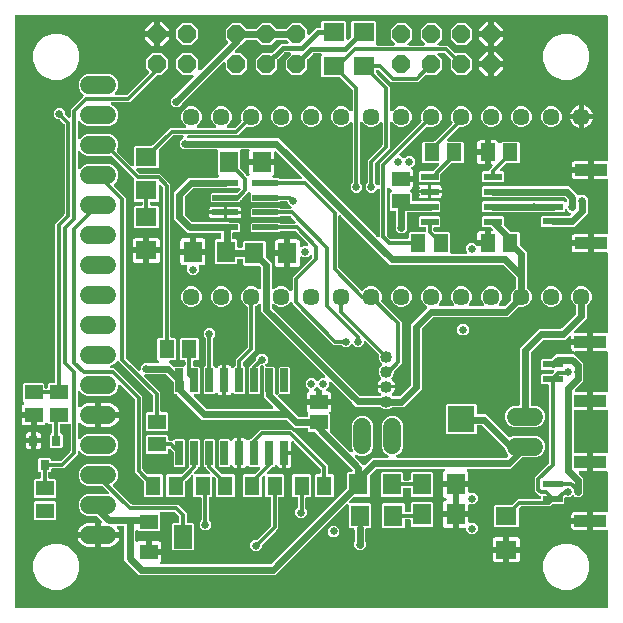
<source format=gbr>
G04 EAGLE Gerber RS-274X export*
G75*
%MOMM*%
%FSLAX34Y34*%
%LPD*%
%INTop Copper*%
%IPPOS*%
%AMOC8*
5,1,8,0,0,1.08239X$1,22.5*%
G01*
%ADD10C,1.016000*%
%ADD11C,1.524000*%
%ADD12R,2.200000X0.500000*%
%ADD13R,1.803000X1.600000*%
%ADD14R,1.600000X1.803000*%
%ADD15R,1.600000X1.800000*%
%ADD16R,2.286000X2.286000*%
%ADD17P,1.649562X8X202.500000*%
%ADD18R,1.300000X1.500000*%
%ADD19C,1.447800*%
%ADD20R,1.524000X0.609600*%
%ADD21R,1.500000X1.300000*%
%ADD22R,1.700000X0.600000*%
%ADD23R,2.700000X1.000000*%
%ADD24R,0.660400X2.032000*%
%ADD25R,1.300000X1.600000*%
%ADD26R,1.600000X1.300000*%
%ADD27R,1.600000X2.000000*%
%ADD28P,1.649562X8X22.500000*%
%ADD29R,0.787400X0.889000*%
%ADD30C,0.654800*%
%ADD31C,0.304800*%
%ADD32C,0.609600*%
%ADD33C,0.152400*%
%ADD34C,0.406400*%

G36*
X1183123Y536845D02*
X1183123Y536845D01*
X1183242Y536852D01*
X1183280Y536865D01*
X1183321Y536870D01*
X1183431Y536913D01*
X1183544Y536950D01*
X1183579Y536972D01*
X1183616Y536987D01*
X1183712Y537056D01*
X1183813Y537120D01*
X1183841Y537150D01*
X1183874Y537173D01*
X1183950Y537265D01*
X1184031Y537352D01*
X1184051Y537387D01*
X1184076Y537418D01*
X1184127Y537526D01*
X1184185Y537630D01*
X1184195Y537670D01*
X1184212Y537706D01*
X1184234Y537823D01*
X1184264Y537938D01*
X1184268Y537998D01*
X1184272Y538018D01*
X1184270Y538039D01*
X1184274Y538099D01*
X1184274Y601948D01*
X1184259Y602066D01*
X1184252Y602185D01*
X1184239Y602223D01*
X1184234Y602264D01*
X1184191Y602374D01*
X1184154Y602487D01*
X1184132Y602522D01*
X1184117Y602559D01*
X1184048Y602655D01*
X1183984Y602756D01*
X1183954Y602784D01*
X1183931Y602817D01*
X1183839Y602893D01*
X1183752Y602974D01*
X1183717Y602994D01*
X1183686Y603019D01*
X1183578Y603070D01*
X1183474Y603128D01*
X1183434Y603138D01*
X1183398Y603155D01*
X1183281Y603177D01*
X1183166Y603207D01*
X1183106Y603211D01*
X1183086Y603215D01*
X1183065Y603213D01*
X1183005Y603217D01*
X1171920Y603217D01*
X1171920Y609528D01*
X1171905Y609646D01*
X1171898Y609765D01*
X1171885Y609803D01*
X1171880Y609843D01*
X1171837Y609954D01*
X1171800Y610067D01*
X1171778Y610101D01*
X1171763Y610139D01*
X1171694Y610235D01*
X1171630Y610336D01*
X1171600Y610364D01*
X1171577Y610396D01*
X1171485Y610472D01*
X1171398Y610554D01*
X1171363Y610573D01*
X1171332Y610599D01*
X1171224Y610650D01*
X1171120Y610707D01*
X1171080Y610717D01*
X1171044Y610735D01*
X1170937Y610755D01*
X1170967Y610759D01*
X1171077Y610803D01*
X1171190Y610839D01*
X1171225Y610861D01*
X1171262Y610876D01*
X1171358Y610946D01*
X1171459Y611009D01*
X1171487Y611039D01*
X1171520Y611063D01*
X1171596Y611154D01*
X1171677Y611241D01*
X1171697Y611276D01*
X1171722Y611308D01*
X1171773Y611415D01*
X1171831Y611520D01*
X1171841Y611559D01*
X1171858Y611595D01*
X1171880Y611712D01*
X1171910Y611828D01*
X1171914Y611888D01*
X1171918Y611908D01*
X1171916Y611928D01*
X1171920Y611988D01*
X1171920Y618299D01*
X1183005Y618299D01*
X1183123Y618314D01*
X1183242Y618321D01*
X1183280Y618334D01*
X1183321Y618339D01*
X1183431Y618382D01*
X1183544Y618419D01*
X1183579Y618441D01*
X1183616Y618456D01*
X1183712Y618525D01*
X1183813Y618589D01*
X1183841Y618619D01*
X1183874Y618642D01*
X1183950Y618734D01*
X1184031Y618821D01*
X1184051Y618856D01*
X1184076Y618887D01*
X1184127Y618995D01*
X1184185Y619099D01*
X1184195Y619139D01*
X1184212Y619175D01*
X1184234Y619292D01*
X1184264Y619407D01*
X1184268Y619467D01*
X1184272Y619487D01*
X1184270Y619508D01*
X1184274Y619568D01*
X1184274Y651448D01*
X1184259Y651566D01*
X1184252Y651685D01*
X1184239Y651723D01*
X1184234Y651764D01*
X1184191Y651874D01*
X1184154Y651987D01*
X1184132Y652022D01*
X1184117Y652059D01*
X1184048Y652155D01*
X1183984Y652256D01*
X1183954Y652284D01*
X1183931Y652317D01*
X1183839Y652393D01*
X1183752Y652474D01*
X1183717Y652494D01*
X1183686Y652519D01*
X1183578Y652570D01*
X1183474Y652628D01*
X1183434Y652638D01*
X1183398Y652655D01*
X1183281Y652677D01*
X1183166Y652707D01*
X1183106Y652711D01*
X1183086Y652715D01*
X1183065Y652713D01*
X1183005Y652717D01*
X1171920Y652717D01*
X1171920Y659028D01*
X1171905Y659146D01*
X1171898Y659265D01*
X1171885Y659303D01*
X1171880Y659343D01*
X1171837Y659454D01*
X1171800Y659567D01*
X1171778Y659601D01*
X1171763Y659639D01*
X1171694Y659735D01*
X1171630Y659836D01*
X1171600Y659864D01*
X1171577Y659896D01*
X1171485Y659972D01*
X1171398Y660054D01*
X1171363Y660073D01*
X1171332Y660099D01*
X1171224Y660150D01*
X1171120Y660207D01*
X1171080Y660217D01*
X1171044Y660235D01*
X1170937Y660255D01*
X1170967Y660259D01*
X1171077Y660303D01*
X1171190Y660339D01*
X1171225Y660361D01*
X1171262Y660376D01*
X1171358Y660446D01*
X1171459Y660509D01*
X1171487Y660539D01*
X1171520Y660563D01*
X1171596Y660654D01*
X1171677Y660741D01*
X1171697Y660776D01*
X1171722Y660808D01*
X1171773Y660915D01*
X1171831Y661020D01*
X1171841Y661059D01*
X1171858Y661095D01*
X1171880Y661212D01*
X1171910Y661328D01*
X1171914Y661388D01*
X1171918Y661408D01*
X1171916Y661428D01*
X1171920Y661488D01*
X1171920Y667799D01*
X1183005Y667799D01*
X1183123Y667814D01*
X1183242Y667821D01*
X1183280Y667834D01*
X1183321Y667839D01*
X1183431Y667882D01*
X1183544Y667919D01*
X1183579Y667941D01*
X1183616Y667956D01*
X1183712Y668025D01*
X1183813Y668089D01*
X1183841Y668119D01*
X1183874Y668142D01*
X1183950Y668234D01*
X1184031Y668321D01*
X1184051Y668356D01*
X1184076Y668387D01*
X1184127Y668495D01*
X1184185Y668599D01*
X1184195Y668639D01*
X1184212Y668675D01*
X1184234Y668792D01*
X1184264Y668907D01*
X1184268Y668967D01*
X1184272Y668987D01*
X1184270Y669008D01*
X1184274Y669068D01*
X1184274Y703548D01*
X1184259Y703666D01*
X1184252Y703785D01*
X1184239Y703823D01*
X1184234Y703864D01*
X1184191Y703974D01*
X1184154Y704087D01*
X1184132Y704122D01*
X1184117Y704159D01*
X1184048Y704255D01*
X1183984Y704356D01*
X1183954Y704384D01*
X1183931Y704417D01*
X1183839Y704493D01*
X1183752Y704574D01*
X1183717Y704594D01*
X1183686Y704619D01*
X1183578Y704670D01*
X1183474Y704728D01*
X1183434Y704738D01*
X1183398Y704755D01*
X1183281Y704777D01*
X1183166Y704807D01*
X1183106Y704811D01*
X1183086Y704815D01*
X1183065Y704813D01*
X1183005Y704817D01*
X1171920Y704817D01*
X1171920Y711128D01*
X1171905Y711246D01*
X1171898Y711365D01*
X1171885Y711403D01*
X1171880Y711443D01*
X1171837Y711554D01*
X1171800Y711667D01*
X1171778Y711701D01*
X1171763Y711739D01*
X1171694Y711835D01*
X1171630Y711936D01*
X1171600Y711964D01*
X1171577Y711996D01*
X1171485Y712072D01*
X1171398Y712154D01*
X1171363Y712173D01*
X1171332Y712199D01*
X1171224Y712250D01*
X1171120Y712307D01*
X1171080Y712317D01*
X1171044Y712335D01*
X1170937Y712355D01*
X1170967Y712359D01*
X1171077Y712403D01*
X1171190Y712439D01*
X1171225Y712461D01*
X1171262Y712476D01*
X1171358Y712546D01*
X1171459Y712609D01*
X1171487Y712639D01*
X1171520Y712663D01*
X1171596Y712754D01*
X1171677Y712841D01*
X1171697Y712876D01*
X1171722Y712908D01*
X1171773Y713015D01*
X1171831Y713120D01*
X1171841Y713159D01*
X1171858Y713195D01*
X1171880Y713312D01*
X1171910Y713428D01*
X1171914Y713488D01*
X1171918Y713508D01*
X1171916Y713528D01*
X1171920Y713588D01*
X1171920Y719899D01*
X1183005Y719899D01*
X1183123Y719914D01*
X1183242Y719921D01*
X1183280Y719934D01*
X1183321Y719939D01*
X1183431Y719982D01*
X1183544Y720019D01*
X1183579Y720041D01*
X1183616Y720056D01*
X1183712Y720125D01*
X1183813Y720189D01*
X1183841Y720219D01*
X1183874Y720242D01*
X1183950Y720334D01*
X1184031Y720421D01*
X1184051Y720456D01*
X1184076Y720487D01*
X1184127Y720595D01*
X1184185Y720699D01*
X1184195Y720739D01*
X1184212Y720775D01*
X1184234Y720892D01*
X1184264Y721007D01*
X1184268Y721067D01*
X1184272Y721087D01*
X1184270Y721108D01*
X1184274Y721168D01*
X1184274Y753048D01*
X1184259Y753166D01*
X1184252Y753285D01*
X1184239Y753323D01*
X1184234Y753364D01*
X1184191Y753474D01*
X1184154Y753587D01*
X1184132Y753622D01*
X1184117Y753659D01*
X1184048Y753755D01*
X1183984Y753856D01*
X1183954Y753884D01*
X1183931Y753917D01*
X1183839Y753993D01*
X1183752Y754074D01*
X1183717Y754094D01*
X1183686Y754119D01*
X1183578Y754170D01*
X1183474Y754228D01*
X1183434Y754238D01*
X1183398Y754255D01*
X1183281Y754277D01*
X1183166Y754307D01*
X1183106Y754311D01*
X1183086Y754315D01*
X1183065Y754313D01*
X1183005Y754317D01*
X1171920Y754317D01*
X1171920Y760628D01*
X1171905Y760746D01*
X1171898Y760865D01*
X1171885Y760903D01*
X1171880Y760943D01*
X1171837Y761054D01*
X1171800Y761167D01*
X1171778Y761201D01*
X1171763Y761239D01*
X1171694Y761335D01*
X1171630Y761436D01*
X1171600Y761464D01*
X1171577Y761496D01*
X1171485Y761572D01*
X1171398Y761654D01*
X1171363Y761673D01*
X1171332Y761699D01*
X1171224Y761750D01*
X1171120Y761807D01*
X1171080Y761817D01*
X1171044Y761835D01*
X1170937Y761855D01*
X1170967Y761859D01*
X1171077Y761903D01*
X1171190Y761939D01*
X1171225Y761961D01*
X1171262Y761976D01*
X1171358Y762046D01*
X1171459Y762109D01*
X1171487Y762139D01*
X1171520Y762163D01*
X1171596Y762254D01*
X1171677Y762341D01*
X1171697Y762376D01*
X1171722Y762408D01*
X1171773Y762515D01*
X1171831Y762620D01*
X1171841Y762659D01*
X1171858Y762695D01*
X1171880Y762812D01*
X1171910Y762928D01*
X1171914Y762988D01*
X1171918Y763008D01*
X1171916Y763028D01*
X1171920Y763088D01*
X1171920Y769399D01*
X1183005Y769399D01*
X1183123Y769414D01*
X1183242Y769421D01*
X1183280Y769434D01*
X1183321Y769439D01*
X1183431Y769482D01*
X1183544Y769519D01*
X1183579Y769541D01*
X1183616Y769556D01*
X1183712Y769625D01*
X1183813Y769689D01*
X1183841Y769719D01*
X1183874Y769742D01*
X1183950Y769834D01*
X1184031Y769921D01*
X1184051Y769956D01*
X1184076Y769987D01*
X1184127Y770095D01*
X1184185Y770199D01*
X1184195Y770239D01*
X1184212Y770275D01*
X1184234Y770392D01*
X1184264Y770507D01*
X1184268Y770567D01*
X1184272Y770587D01*
X1184270Y770608D01*
X1184274Y770668D01*
X1184274Y836998D01*
X1184259Y837116D01*
X1184252Y837235D01*
X1184239Y837273D01*
X1184234Y837314D01*
X1184191Y837424D01*
X1184154Y837537D01*
X1184132Y837572D01*
X1184117Y837609D01*
X1184048Y837705D01*
X1183984Y837806D01*
X1183954Y837834D01*
X1183931Y837867D01*
X1183839Y837943D01*
X1183752Y838024D01*
X1183717Y838044D01*
X1183686Y838069D01*
X1183578Y838120D01*
X1183474Y838178D01*
X1183434Y838188D01*
X1183398Y838205D01*
X1183281Y838227D01*
X1183166Y838257D01*
X1183106Y838261D01*
X1183086Y838265D01*
X1183065Y838263D01*
X1183005Y838267D01*
X1172238Y838267D01*
X1172238Y844578D01*
X1172223Y844696D01*
X1172215Y844815D01*
X1172203Y844853D01*
X1172198Y844893D01*
X1172154Y845004D01*
X1172117Y845117D01*
X1172096Y845151D01*
X1172081Y845189D01*
X1172011Y845285D01*
X1171947Y845386D01*
X1171918Y845414D01*
X1171894Y845446D01*
X1171802Y845522D01*
X1171716Y845604D01*
X1171680Y845623D01*
X1171649Y845649D01*
X1171541Y845700D01*
X1171437Y845757D01*
X1171398Y845767D01*
X1171361Y845785D01*
X1171255Y845805D01*
X1171284Y845809D01*
X1171395Y845853D01*
X1171508Y845889D01*
X1171542Y845911D01*
X1171580Y845926D01*
X1171676Y845996D01*
X1171777Y846059D01*
X1171804Y846089D01*
X1171837Y846113D01*
X1171913Y846204D01*
X1171995Y846291D01*
X1172014Y846326D01*
X1172040Y846358D01*
X1172091Y846465D01*
X1172148Y846570D01*
X1172158Y846609D01*
X1172175Y846645D01*
X1172198Y846762D01*
X1172228Y846878D01*
X1172231Y846938D01*
X1172235Y846958D01*
X1172234Y846978D01*
X1172238Y847038D01*
X1172238Y853349D01*
X1183005Y853349D01*
X1183123Y853364D01*
X1183242Y853371D01*
X1183280Y853384D01*
X1183321Y853389D01*
X1183431Y853432D01*
X1183544Y853469D01*
X1183579Y853491D01*
X1183616Y853506D01*
X1183712Y853575D01*
X1183813Y853639D01*
X1183841Y853669D01*
X1183874Y853692D01*
X1183950Y853784D01*
X1184031Y853871D01*
X1184051Y853906D01*
X1184076Y853937D01*
X1184127Y854045D01*
X1184185Y854149D01*
X1184195Y854189D01*
X1184212Y854225D01*
X1184234Y854342D01*
X1184264Y854457D01*
X1184268Y854517D01*
X1184272Y854537D01*
X1184270Y854558D01*
X1184274Y854618D01*
X1184274Y898998D01*
X1184259Y899116D01*
X1184252Y899235D01*
X1184239Y899273D01*
X1184234Y899314D01*
X1184191Y899424D01*
X1184154Y899537D01*
X1184132Y899572D01*
X1184117Y899609D01*
X1184048Y899705D01*
X1183984Y899806D01*
X1183954Y899834D01*
X1183931Y899867D01*
X1183839Y899943D01*
X1183752Y900024D01*
X1183717Y900044D01*
X1183686Y900069D01*
X1183578Y900120D01*
X1183474Y900178D01*
X1183434Y900188D01*
X1183398Y900205D01*
X1183281Y900227D01*
X1183166Y900257D01*
X1183106Y900261D01*
X1183086Y900265D01*
X1183065Y900263D01*
X1183005Y900267D01*
X1172238Y900267D01*
X1172238Y906578D01*
X1172223Y906696D01*
X1172215Y906815D01*
X1172203Y906853D01*
X1172198Y906893D01*
X1172154Y907004D01*
X1172117Y907117D01*
X1172096Y907151D01*
X1172081Y907189D01*
X1172011Y907285D01*
X1171947Y907386D01*
X1171918Y907414D01*
X1171894Y907446D01*
X1171802Y907522D01*
X1171716Y907604D01*
X1171680Y907623D01*
X1171649Y907649D01*
X1171541Y907700D01*
X1171437Y907757D01*
X1171398Y907767D01*
X1171361Y907785D01*
X1171255Y907805D01*
X1171284Y907809D01*
X1171395Y907853D01*
X1171508Y907889D01*
X1171542Y907911D01*
X1171580Y907926D01*
X1171676Y907996D01*
X1171777Y908059D01*
X1171804Y908089D01*
X1171837Y908113D01*
X1171913Y908204D01*
X1171995Y908291D01*
X1172014Y908326D01*
X1172040Y908358D01*
X1172091Y908465D01*
X1172148Y908570D01*
X1172158Y908609D01*
X1172175Y908645D01*
X1172198Y908762D01*
X1172228Y908878D01*
X1172231Y908938D01*
X1172235Y908958D01*
X1172234Y908978D01*
X1172238Y909038D01*
X1172238Y915349D01*
X1183005Y915349D01*
X1183123Y915364D01*
X1183242Y915371D01*
X1183280Y915384D01*
X1183321Y915389D01*
X1183431Y915432D01*
X1183544Y915469D01*
X1183579Y915491D01*
X1183616Y915506D01*
X1183712Y915575D01*
X1183813Y915639D01*
X1183841Y915669D01*
X1183874Y915692D01*
X1183950Y915784D01*
X1184031Y915871D01*
X1184051Y915906D01*
X1184076Y915937D01*
X1184127Y916045D01*
X1184185Y916149D01*
X1184195Y916189D01*
X1184212Y916225D01*
X1184234Y916342D01*
X1184264Y916457D01*
X1184268Y916517D01*
X1184272Y916537D01*
X1184270Y916558D01*
X1184274Y916618D01*
X1184274Y1037717D01*
X1184259Y1037835D01*
X1184252Y1037954D01*
X1184239Y1037992D01*
X1184234Y1038033D01*
X1184191Y1038143D01*
X1184154Y1038256D01*
X1184132Y1038291D01*
X1184117Y1038328D01*
X1184048Y1038424D01*
X1183984Y1038525D01*
X1183954Y1038553D01*
X1183931Y1038586D01*
X1183839Y1038662D01*
X1183752Y1038743D01*
X1183717Y1038763D01*
X1183686Y1038788D01*
X1183578Y1038839D01*
X1183474Y1038897D01*
X1183434Y1038907D01*
X1183398Y1038924D01*
X1183281Y1038946D01*
X1183166Y1038976D01*
X1183106Y1038980D01*
X1183086Y1038984D01*
X1183065Y1038982D01*
X1183005Y1038986D01*
X683387Y1038986D01*
X683269Y1038971D01*
X683150Y1038964D01*
X683112Y1038951D01*
X683071Y1038946D01*
X682961Y1038903D01*
X682848Y1038866D01*
X682813Y1038844D01*
X682776Y1038829D01*
X682680Y1038760D01*
X682579Y1038696D01*
X682551Y1038666D01*
X682518Y1038643D01*
X682442Y1038551D01*
X682361Y1038464D01*
X682341Y1038429D01*
X682316Y1038398D01*
X682265Y1038290D01*
X682207Y1038186D01*
X682197Y1038146D01*
X682180Y1038110D01*
X682158Y1037993D01*
X682128Y1037878D01*
X682124Y1037818D01*
X682120Y1037798D01*
X682122Y1037777D01*
X682118Y1037717D01*
X682118Y538099D01*
X682133Y537981D01*
X682140Y537862D01*
X682153Y537824D01*
X682158Y537783D01*
X682201Y537673D01*
X682238Y537560D01*
X682260Y537525D01*
X682275Y537488D01*
X682344Y537392D01*
X682408Y537291D01*
X682438Y537263D01*
X682461Y537230D01*
X682553Y537154D01*
X682640Y537073D01*
X682675Y537053D01*
X682706Y537028D01*
X682814Y536977D01*
X682918Y536919D01*
X682958Y536909D01*
X682994Y536892D01*
X683111Y536870D01*
X683226Y536840D01*
X683286Y536836D01*
X683306Y536832D01*
X683327Y536834D01*
X683387Y536830D01*
X1183005Y536830D01*
X1183123Y536845D01*
G37*
%LPC*%
G36*
X787318Y564745D02*
X787318Y564745D01*
X784268Y567795D01*
X784267Y567796D01*
X778004Y574059D01*
X774953Y577110D01*
X774953Y605536D01*
X774938Y605654D01*
X774931Y605773D01*
X774918Y605811D01*
X774913Y605852D01*
X774870Y605962D01*
X774833Y606075D01*
X774811Y606110D01*
X774796Y606147D01*
X774727Y606243D01*
X774663Y606344D01*
X774633Y606372D01*
X774610Y606405D01*
X774518Y606481D01*
X774431Y606562D01*
X774396Y606582D01*
X774365Y606607D01*
X774257Y606658D01*
X774153Y606716D01*
X774113Y606726D01*
X774077Y606743D01*
X773960Y606765D01*
X773845Y606795D01*
X773785Y606799D01*
X773765Y606803D01*
X773744Y606801D01*
X773684Y606805D01*
X769622Y606805D01*
X769582Y606800D01*
X769542Y606803D01*
X769425Y606780D01*
X769306Y606765D01*
X769269Y606751D01*
X769230Y606743D01*
X769121Y606692D01*
X769010Y606648D01*
X768978Y606625D01*
X768942Y606608D01*
X768850Y606532D01*
X768753Y606462D01*
X768728Y606431D01*
X768697Y606406D01*
X768627Y606309D01*
X768550Y606217D01*
X768533Y606181D01*
X768510Y606148D01*
X768466Y606037D01*
X768415Y605929D01*
X768407Y605890D01*
X768393Y605853D01*
X768377Y605734D01*
X768355Y605617D01*
X768357Y605577D01*
X768352Y605537D01*
X768367Y605418D01*
X768375Y605299D01*
X768387Y605261D01*
X768392Y605222D01*
X768436Y605110D01*
X768473Y604997D01*
X768494Y604963D01*
X768509Y604926D01*
X768595Y604790D01*
X769166Y604003D01*
X769892Y602578D01*
X770335Y601217D01*
X755395Y601217D01*
X755395Y609017D01*
X755478Y609077D01*
X755593Y609155D01*
X755606Y609171D01*
X755623Y609182D01*
X755712Y609290D01*
X755803Y609394D01*
X755813Y609412D01*
X755826Y609427D01*
X755885Y609553D01*
X755948Y609677D01*
X755953Y609697D01*
X755961Y609715D01*
X755987Y609851D01*
X756018Y609987D01*
X756017Y610008D01*
X756021Y610027D01*
X756012Y610166D01*
X756008Y610305D01*
X756002Y610325D01*
X756001Y610345D01*
X755958Y610477D01*
X755920Y610611D01*
X755909Y610628D01*
X755903Y610647D01*
X755829Y610765D01*
X755758Y610885D01*
X755740Y610906D01*
X755733Y610916D01*
X755718Y610930D01*
X755652Y611005D01*
X752096Y614562D01*
X752017Y614622D01*
X751945Y614690D01*
X751892Y614719D01*
X751844Y614756D01*
X751753Y614796D01*
X751667Y614844D01*
X751608Y614859D01*
X751553Y614883D01*
X751455Y614898D01*
X751359Y614923D01*
X751259Y614929D01*
X751238Y614933D01*
X751226Y614931D01*
X751198Y614933D01*
X743417Y614933D01*
X740056Y616325D01*
X737483Y618898D01*
X736091Y622259D01*
X736091Y625897D01*
X737483Y629258D01*
X740056Y631831D01*
X743417Y633223D01*
X760465Y633223D01*
X760603Y633240D01*
X760742Y633253D01*
X760761Y633260D01*
X760781Y633263D01*
X760910Y633314D01*
X761041Y633361D01*
X761058Y633372D01*
X761077Y633380D01*
X761189Y633461D01*
X761304Y633539D01*
X761318Y633555D01*
X761334Y633566D01*
X761423Y633674D01*
X761515Y633778D01*
X761524Y633796D01*
X761537Y633811D01*
X761596Y633937D01*
X761659Y634061D01*
X761664Y634081D01*
X761672Y634099D01*
X761698Y634235D01*
X761729Y634371D01*
X761728Y634392D01*
X761732Y634411D01*
X761724Y634550D01*
X761719Y634689D01*
X761714Y634709D01*
X761712Y634729D01*
X761670Y634861D01*
X761631Y634995D01*
X761621Y635012D01*
X761614Y635031D01*
X761540Y635149D01*
X761469Y635269D01*
X761451Y635290D01*
X761444Y635300D01*
X761429Y635314D01*
X761363Y635389D01*
X756791Y639962D01*
X756713Y640022D01*
X756641Y640090D01*
X756588Y640119D01*
X756540Y640156D01*
X756449Y640196D01*
X756362Y640244D01*
X756303Y640259D01*
X756248Y640283D01*
X756150Y640298D01*
X756054Y640323D01*
X755954Y640329D01*
X755934Y640333D01*
X755921Y640331D01*
X755893Y640333D01*
X743417Y640333D01*
X740056Y641725D01*
X737483Y644298D01*
X736091Y647659D01*
X736091Y651297D01*
X737483Y654658D01*
X740056Y657231D01*
X743417Y658623D01*
X762295Y658623D01*
X765656Y657231D01*
X768229Y654658D01*
X769621Y651297D01*
X769621Y647659D01*
X768229Y644298D01*
X765551Y641620D01*
X765478Y641526D01*
X765399Y641437D01*
X765380Y641401D01*
X765356Y641369D01*
X765308Y641259D01*
X765254Y641153D01*
X765245Y641114D01*
X765229Y641077D01*
X765211Y640959D01*
X765185Y640843D01*
X765186Y640803D01*
X765179Y640763D01*
X765191Y640644D01*
X765194Y640525D01*
X765205Y640486D01*
X765209Y640446D01*
X765250Y640334D01*
X765283Y640220D01*
X765303Y640185D01*
X765317Y640147D01*
X765384Y640048D01*
X765444Y639946D01*
X765484Y639901D01*
X765495Y639884D01*
X765511Y639870D01*
X765551Y639825D01*
X780417Y624958D01*
X780495Y624898D01*
X780567Y624830D01*
X780620Y624801D01*
X780668Y624764D01*
X780759Y624724D01*
X780846Y624676D01*
X780905Y624661D01*
X780960Y624637D01*
X781058Y624622D01*
X781154Y624597D01*
X781254Y624591D01*
X781274Y624587D01*
X781287Y624589D01*
X781315Y624587D01*
X820159Y624587D01*
X827555Y617191D01*
X827555Y610202D01*
X827570Y610084D01*
X827577Y609965D01*
X827590Y609927D01*
X827595Y609886D01*
X827638Y609776D01*
X827675Y609663D01*
X827697Y609628D01*
X827712Y609591D01*
X827781Y609495D01*
X827845Y609394D01*
X827875Y609366D01*
X827898Y609333D01*
X827990Y609257D01*
X828077Y609176D01*
X828112Y609156D01*
X828143Y609131D01*
X828251Y609080D01*
X828355Y609022D01*
X828395Y609012D01*
X828431Y608995D01*
X828548Y608973D01*
X828663Y608943D01*
X828723Y608939D01*
X828743Y608935D01*
X828764Y608937D01*
X828824Y608933D01*
X833138Y608933D01*
X834031Y608040D01*
X834031Y586776D01*
X833138Y585883D01*
X815874Y585883D01*
X814981Y586776D01*
X814981Y608040D01*
X815874Y608933D01*
X820188Y608933D01*
X820306Y608948D01*
X820425Y608955D01*
X820463Y608968D01*
X820504Y608973D01*
X820614Y609016D01*
X820727Y609053D01*
X820762Y609075D01*
X820799Y609090D01*
X820895Y609159D01*
X820996Y609223D01*
X821024Y609253D01*
X821057Y609276D01*
X821133Y609368D01*
X821214Y609455D01*
X821234Y609490D01*
X821259Y609521D01*
X821310Y609629D01*
X821368Y609733D01*
X821378Y609773D01*
X821395Y609809D01*
X821417Y609926D01*
X821447Y610041D01*
X821451Y610101D01*
X821455Y610121D01*
X821453Y610142D01*
X821457Y610202D01*
X821457Y614139D01*
X821445Y614238D01*
X821442Y614337D01*
X821425Y614395D01*
X821417Y614455D01*
X821381Y614547D01*
X821353Y614642D01*
X821323Y614694D01*
X821300Y614751D01*
X821242Y614831D01*
X821192Y614916D01*
X821126Y614991D01*
X821114Y615008D01*
X821104Y615016D01*
X821086Y615037D01*
X818005Y618118D01*
X817927Y618178D01*
X817855Y618246D01*
X817802Y618275D01*
X817754Y618312D01*
X817663Y618352D01*
X817576Y618400D01*
X817517Y618415D01*
X817462Y618439D01*
X817364Y618454D01*
X817268Y618479D01*
X817168Y618485D01*
X817148Y618489D01*
X817135Y618487D01*
X817107Y618489D01*
X806300Y618489D01*
X806182Y618474D01*
X806063Y618467D01*
X806025Y618454D01*
X805984Y618449D01*
X805874Y618406D01*
X805761Y618369D01*
X805726Y618347D01*
X805689Y618332D01*
X805593Y618263D01*
X805492Y618199D01*
X805464Y618169D01*
X805431Y618146D01*
X805355Y618054D01*
X805274Y617967D01*
X805254Y617932D01*
X805229Y617901D01*
X805178Y617793D01*
X805120Y617689D01*
X805110Y617649D01*
X805093Y617613D01*
X805071Y617496D01*
X805041Y617381D01*
X805037Y617321D01*
X805033Y617301D01*
X805035Y617280D01*
X805031Y617220D01*
X805031Y602976D01*
X804138Y602083D01*
X786874Y602083D01*
X786265Y602692D01*
X786156Y602777D01*
X786049Y602866D01*
X786030Y602875D01*
X786014Y602887D01*
X785887Y602942D01*
X785761Y603002D01*
X785741Y603005D01*
X785722Y603014D01*
X785584Y603035D01*
X785448Y603061D01*
X785428Y603060D01*
X785408Y603063D01*
X785269Y603050D01*
X785131Y603042D01*
X785112Y603035D01*
X785092Y603034D01*
X784960Y602986D01*
X784829Y602944D01*
X784811Y602933D01*
X784792Y602926D01*
X784677Y602848D01*
X784560Y602773D01*
X784546Y602759D01*
X784529Y602747D01*
X784437Y602643D01*
X784342Y602542D01*
X784332Y602524D01*
X784319Y602509D01*
X784256Y602385D01*
X784188Y602263D01*
X784183Y602244D01*
X784174Y602226D01*
X784144Y602090D01*
X784109Y601955D01*
X784107Y601927D01*
X784104Y601915D01*
X784105Y601895D01*
X784099Y601795D01*
X784099Y594373D01*
X784115Y594242D01*
X784126Y594110D01*
X784135Y594084D01*
X784139Y594057D01*
X784187Y593934D01*
X784231Y593809D01*
X784246Y593787D01*
X784256Y593762D01*
X784333Y593655D01*
X784407Y593544D01*
X784427Y593526D01*
X784442Y593504D01*
X784544Y593420D01*
X784643Y593331D01*
X784667Y593319D01*
X784687Y593302D01*
X784807Y593245D01*
X784924Y593184D01*
X784951Y593178D01*
X784975Y593166D01*
X785105Y593141D01*
X785234Y593111D01*
X785261Y593111D01*
X785287Y593106D01*
X785419Y593115D01*
X785552Y593117D01*
X785578Y593124D01*
X785605Y593126D01*
X785731Y593167D01*
X785858Y593202D01*
X785893Y593219D01*
X785907Y593224D01*
X785926Y593236D01*
X786003Y593274D01*
X786525Y593576D01*
X787172Y593749D01*
X792967Y593749D01*
X792967Y585978D01*
X792982Y585860D01*
X792989Y585741D01*
X793002Y585703D01*
X793007Y585663D01*
X793050Y585552D01*
X793087Y585439D01*
X793109Y585404D01*
X793124Y585367D01*
X793194Y585271D01*
X793257Y585170D01*
X793287Y585142D01*
X793311Y585110D01*
X793402Y585034D01*
X793489Y584952D01*
X793524Y584933D01*
X793555Y584907D01*
X793663Y584856D01*
X793767Y584799D01*
X793807Y584788D01*
X793843Y584771D01*
X793960Y584749D01*
X794075Y584719D01*
X794136Y584715D01*
X794156Y584711D01*
X794176Y584713D01*
X794236Y584709D01*
X795507Y584709D01*
X795507Y583438D01*
X795522Y583320D01*
X795529Y583201D01*
X795542Y583163D01*
X795547Y583123D01*
X795591Y583012D01*
X795627Y582899D01*
X795649Y582864D01*
X795664Y582827D01*
X795734Y582731D01*
X795797Y582630D01*
X795827Y582602D01*
X795851Y582569D01*
X795942Y582494D01*
X796029Y582412D01*
X796064Y582392D01*
X796096Y582367D01*
X796203Y582316D01*
X796307Y582258D01*
X796347Y582248D01*
X796383Y582231D01*
X796500Y582209D01*
X796615Y582179D01*
X796676Y582175D01*
X796696Y582171D01*
X796716Y582173D01*
X796776Y582169D01*
X806047Y582169D01*
X806047Y577874D01*
X805874Y577227D01*
X805539Y576648D01*
X804949Y576057D01*
X804864Y575948D01*
X804775Y575841D01*
X804766Y575822D01*
X804754Y575806D01*
X804698Y575678D01*
X804639Y575553D01*
X804635Y575533D01*
X804627Y575514D01*
X804605Y575376D01*
X804579Y575240D01*
X804581Y575220D01*
X804577Y575200D01*
X804591Y575061D01*
X804599Y574923D01*
X804605Y574904D01*
X804607Y574884D01*
X804654Y574753D01*
X804697Y574621D01*
X804708Y574603D01*
X804715Y574584D01*
X804793Y574470D01*
X804867Y574352D01*
X804882Y574338D01*
X804893Y574321D01*
X804997Y574229D01*
X805099Y574134D01*
X805117Y574124D01*
X805132Y574111D01*
X805256Y574048D01*
X805377Y573980D01*
X805397Y573975D01*
X805415Y573966D01*
X805551Y573936D01*
X805685Y573901D01*
X805713Y573899D01*
X805725Y573896D01*
X805746Y573897D01*
X805846Y573891D01*
X897991Y573891D01*
X898089Y573903D01*
X898188Y573906D01*
X898247Y573923D01*
X898307Y573931D01*
X898399Y573967D01*
X898494Y573995D01*
X898546Y574025D01*
X898602Y574048D01*
X898682Y574106D01*
X898768Y574156D01*
X898843Y574222D01*
X898860Y574234D01*
X898868Y574244D01*
X898889Y574262D01*
X963055Y638428D01*
X963115Y638507D01*
X963183Y638579D01*
X963212Y638632D01*
X963249Y638680D01*
X963289Y638771D01*
X963337Y638857D01*
X963352Y638916D01*
X963376Y638971D01*
X963391Y639069D01*
X963416Y639165D01*
X963422Y639265D01*
X963426Y639286D01*
X963424Y639298D01*
X963426Y639326D01*
X963426Y651505D01*
X964319Y652398D01*
X966855Y652398D01*
X966993Y652415D01*
X967132Y652428D01*
X967151Y652435D01*
X967171Y652438D01*
X967300Y652489D01*
X967431Y652536D01*
X967448Y652547D01*
X967466Y652555D01*
X967579Y652636D01*
X967694Y652714D01*
X967707Y652730D01*
X967724Y652741D01*
X967813Y652849D01*
X967904Y652953D01*
X967914Y652971D01*
X967927Y652986D01*
X967986Y653112D01*
X968049Y653236D01*
X968054Y653256D01*
X968062Y653274D01*
X968088Y653410D01*
X968119Y653546D01*
X968118Y653567D01*
X968122Y653586D01*
X968113Y653725D01*
X968109Y653864D01*
X968103Y653884D01*
X968102Y653904D01*
X968059Y654036D01*
X968021Y654170D01*
X968010Y654187D01*
X968004Y654206D01*
X967930Y654324D01*
X967859Y654444D01*
X967841Y654465D01*
X967834Y654475D01*
X967819Y654489D01*
X967753Y654564D01*
X938024Y684294D01*
X936396Y685922D01*
X936317Y685982D01*
X936245Y686050D01*
X936192Y686079D01*
X936144Y686116D01*
X936053Y686156D01*
X935967Y686204D01*
X935908Y686219D01*
X935853Y686243D01*
X935755Y686258D01*
X935659Y686283D01*
X935559Y686289D01*
X935538Y686293D01*
X935526Y686291D01*
X935498Y686293D01*
X931414Y686293D01*
X930521Y687186D01*
X930521Y688476D01*
X930506Y688594D01*
X930499Y688713D01*
X930486Y688751D01*
X930481Y688792D01*
X930438Y688902D01*
X930401Y689015D01*
X930379Y689050D01*
X930364Y689087D01*
X930295Y689183D01*
X930231Y689284D01*
X930201Y689312D01*
X930178Y689345D01*
X930086Y689421D01*
X929999Y689502D01*
X929964Y689522D01*
X929933Y689547D01*
X929825Y689598D01*
X929721Y689656D01*
X929681Y689666D01*
X929645Y689683D01*
X929528Y689705D01*
X929413Y689735D01*
X929353Y689739D01*
X929333Y689743D01*
X929312Y689741D01*
X929252Y689745D01*
X918394Y689745D01*
X918362Y689859D01*
X918351Y689876D01*
X918345Y689895D01*
X918271Y690013D01*
X918200Y690133D01*
X918182Y690154D01*
X918175Y690164D01*
X918160Y690178D01*
X918094Y690253D01*
X912184Y696164D01*
X912105Y696224D01*
X912033Y696292D01*
X911980Y696321D01*
X911932Y696358D01*
X911841Y696398D01*
X911755Y696446D01*
X911696Y696461D01*
X911641Y696485D01*
X911543Y696500D01*
X911447Y696525D01*
X911347Y696531D01*
X911326Y696535D01*
X911314Y696533D01*
X911286Y696535D01*
X840230Y696535D01*
X819079Y717686D01*
X819001Y717746D01*
X818929Y717814D01*
X818876Y717843D01*
X818828Y717880D01*
X818737Y717920D01*
X818651Y717968D01*
X818592Y717983D01*
X818536Y718007D01*
X818438Y718022D01*
X818343Y718047D01*
X818243Y718053D01*
X818222Y718057D01*
X818210Y718055D01*
X818182Y718057D01*
X817502Y718057D01*
X816609Y718950D01*
X816609Y727576D01*
X816597Y727674D01*
X816594Y727773D01*
X816577Y727832D01*
X816569Y727892D01*
X816533Y727984D01*
X816505Y728079D01*
X816475Y728131D01*
X816452Y728187D01*
X816394Y728267D01*
X816344Y728353D01*
X816278Y728428D01*
X816266Y728445D01*
X816256Y728453D01*
X816238Y728474D01*
X810008Y734704D01*
X809929Y734764D01*
X809857Y734832D01*
X809804Y734861D01*
X809756Y734898D01*
X809665Y734938D01*
X809579Y734986D01*
X809520Y735001D01*
X809465Y735025D01*
X809367Y735040D01*
X809271Y735065D01*
X809171Y735071D01*
X809150Y735075D01*
X809138Y735073D01*
X809110Y735075D01*
X796235Y735075D01*
X796137Y735063D01*
X796038Y735060D01*
X795980Y735043D01*
X795920Y735035D01*
X795828Y734999D01*
X795733Y734971D01*
X795681Y734941D01*
X795624Y734918D01*
X795544Y734860D01*
X795526Y734849D01*
X792971Y734849D01*
X792833Y734832D01*
X792694Y734819D01*
X792675Y734812D01*
X792655Y734809D01*
X792526Y734758D01*
X792395Y734711D01*
X792378Y734700D01*
X792359Y734692D01*
X792247Y734611D01*
X792132Y734533D01*
X792118Y734517D01*
X792102Y734506D01*
X792013Y734398D01*
X791921Y734294D01*
X791912Y734276D01*
X791899Y734261D01*
X791840Y734135D01*
X791777Y734011D01*
X791772Y733991D01*
X791764Y733973D01*
X791738Y733837D01*
X791707Y733701D01*
X791708Y733680D01*
X791704Y733661D01*
X791712Y733522D01*
X791717Y733383D01*
X791722Y733363D01*
X791724Y733343D01*
X791766Y733211D01*
X791805Y733077D01*
X791815Y733060D01*
X791822Y733041D01*
X791896Y732923D01*
X791967Y732803D01*
X791985Y732782D01*
X791992Y732772D01*
X792007Y732758D01*
X792008Y732755D01*
X792012Y732752D01*
X792073Y732683D01*
X805435Y719321D01*
X805435Y703832D01*
X805450Y703714D01*
X805457Y703595D01*
X805470Y703557D01*
X805475Y703516D01*
X805518Y703406D01*
X805555Y703293D01*
X805577Y703258D01*
X805592Y703221D01*
X805661Y703125D01*
X805725Y703024D01*
X805755Y702996D01*
X805778Y702963D01*
X805870Y702887D01*
X805957Y702806D01*
X805992Y702786D01*
X806023Y702761D01*
X806131Y702710D01*
X806235Y702652D01*
X806275Y702642D01*
X806311Y702625D01*
X806428Y702603D01*
X806543Y702573D01*
X806603Y702569D01*
X806623Y702565D01*
X806644Y702567D01*
X806704Y702563D01*
X811018Y702563D01*
X811911Y701670D01*
X811911Y687406D01*
X811018Y686513D01*
X793754Y686513D01*
X792861Y687406D01*
X792861Y701670D01*
X793754Y702563D01*
X798068Y702563D01*
X798186Y702578D01*
X798305Y702585D01*
X798343Y702598D01*
X798384Y702603D01*
X798494Y702646D01*
X798607Y702683D01*
X798642Y702705D01*
X798679Y702720D01*
X798775Y702789D01*
X798876Y702853D01*
X798904Y702883D01*
X798937Y702906D01*
X799013Y702998D01*
X799094Y703085D01*
X799114Y703120D01*
X799139Y703151D01*
X799190Y703259D01*
X799248Y703363D01*
X799258Y703403D01*
X799275Y703439D01*
X799297Y703556D01*
X799327Y703671D01*
X799331Y703731D01*
X799335Y703751D01*
X799333Y703772D01*
X799337Y703832D01*
X799337Y716269D01*
X799325Y716368D01*
X799322Y716467D01*
X799305Y716525D01*
X799297Y716585D01*
X799261Y716677D01*
X799233Y716772D01*
X799203Y716824D01*
X799180Y716881D01*
X799122Y716961D01*
X799072Y717046D01*
X799006Y717121D01*
X798994Y717138D01*
X798984Y717146D01*
X798966Y717167D01*
X772285Y743848D01*
X770129Y746003D01*
X770035Y746077D01*
X769946Y746155D01*
X769910Y746174D01*
X769878Y746198D01*
X769768Y746246D01*
X769662Y746300D01*
X769623Y746309D01*
X769586Y746325D01*
X769468Y746343D01*
X769352Y746369D01*
X769312Y746368D01*
X769272Y746375D01*
X769153Y746363D01*
X769034Y746360D01*
X768995Y746349D01*
X768955Y746345D01*
X768843Y746304D01*
X768729Y746271D01*
X768694Y746251D01*
X768656Y746237D01*
X768557Y746170D01*
X768455Y746110D01*
X768410Y746070D01*
X768393Y746059D01*
X768379Y746043D01*
X768334Y746003D01*
X765656Y743325D01*
X763288Y742345D01*
X763229Y742311D01*
X763179Y742291D01*
X763178Y742291D01*
X763163Y742284D01*
X763090Y742232D01*
X763012Y742187D01*
X762962Y742139D01*
X762905Y742098D01*
X762848Y742028D01*
X762783Y741966D01*
X762747Y741906D01*
X762702Y741853D01*
X762664Y741771D01*
X762617Y741695D01*
X762597Y741628D01*
X762567Y741565D01*
X762550Y741477D01*
X762523Y741391D01*
X762520Y741321D01*
X762507Y741252D01*
X762513Y741163D01*
X762508Y741073D01*
X762522Y741005D01*
X762527Y740935D01*
X762554Y740850D01*
X762573Y740762D01*
X762603Y740699D01*
X762625Y740633D01*
X762673Y740557D01*
X762712Y740476D01*
X762758Y740423D01*
X762795Y740364D01*
X762860Y740302D01*
X762919Y740234D01*
X762976Y740194D01*
X763027Y740146D01*
X763105Y740103D01*
X763179Y740051D01*
X763244Y740026D01*
X763305Y739992D01*
X763392Y739970D01*
X763476Y739938D01*
X763546Y739930D01*
X763613Y739913D01*
X763774Y739903D01*
X766368Y739903D01*
X790195Y716076D01*
X790195Y654467D01*
X790207Y654368D01*
X790210Y654269D01*
X790227Y654211D01*
X790235Y654151D01*
X790271Y654059D01*
X790299Y653964D01*
X790329Y653912D01*
X790352Y653855D01*
X790410Y653775D01*
X790460Y653690D01*
X790526Y653615D01*
X790538Y653598D01*
X790548Y653590D01*
X790566Y653569D01*
X793651Y650484D01*
X793729Y650424D01*
X793801Y650356D01*
X793854Y650327D01*
X793902Y650290D01*
X793993Y650250D01*
X794080Y650202D01*
X794138Y650187D01*
X794194Y650163D01*
X794292Y650148D01*
X794388Y650123D01*
X794488Y650117D01*
X794508Y650113D01*
X794521Y650115D01*
X794549Y650113D01*
X806368Y650113D01*
X807261Y649220D01*
X807261Y631956D01*
X806368Y631063D01*
X792104Y631063D01*
X791211Y631956D01*
X791211Y643775D01*
X791199Y643874D01*
X791196Y643973D01*
X791179Y644031D01*
X791171Y644091D01*
X791135Y644183D01*
X791107Y644278D01*
X791077Y644330D01*
X791054Y644387D01*
X790996Y644467D01*
X790946Y644552D01*
X790880Y644627D01*
X790868Y644644D01*
X790858Y644652D01*
X790840Y644673D01*
X786255Y649258D01*
X784097Y651415D01*
X784097Y713025D01*
X784085Y713123D01*
X784082Y713222D01*
X784065Y713280D01*
X784057Y713340D01*
X784021Y713432D01*
X783993Y713527D01*
X783963Y713580D01*
X783940Y713636D01*
X783882Y713716D01*
X783832Y713801D01*
X783766Y713877D01*
X783754Y713893D01*
X783744Y713901D01*
X783726Y713922D01*
X771787Y725860D01*
X771678Y725946D01*
X771571Y726034D01*
X771552Y726043D01*
X771536Y726055D01*
X771408Y726111D01*
X771283Y726170D01*
X771263Y726173D01*
X771244Y726182D01*
X771106Y726203D01*
X770970Y726229D01*
X770950Y726228D01*
X770930Y726231D01*
X770791Y726218D01*
X770653Y726210D01*
X770634Y726204D01*
X770614Y726202D01*
X770482Y726154D01*
X770351Y726112D01*
X770333Y726101D01*
X770314Y726094D01*
X770199Y726016D01*
X770082Y725942D01*
X770068Y725927D01*
X770051Y725915D01*
X769959Y725811D01*
X769864Y725710D01*
X769854Y725692D01*
X769841Y725677D01*
X769777Y725553D01*
X769710Y725431D01*
X769705Y725412D01*
X769696Y725394D01*
X769666Y725258D01*
X769631Y725123D01*
X769629Y725095D01*
X769626Y725083D01*
X769627Y725063D01*
X769621Y724963D01*
X769621Y723859D01*
X768229Y720498D01*
X765656Y717925D01*
X762295Y716533D01*
X743417Y716533D01*
X740056Y717925D01*
X737751Y720230D01*
X737642Y720315D01*
X737535Y720404D01*
X737516Y720412D01*
X737500Y720425D01*
X737372Y720480D01*
X737247Y720539D01*
X737227Y720543D01*
X737208Y720551D01*
X737070Y720573D01*
X736934Y720599D01*
X736914Y720598D01*
X736894Y720601D01*
X736755Y720588D01*
X736617Y720579D01*
X736598Y720573D01*
X736578Y720571D01*
X736446Y720524D01*
X736315Y720481D01*
X736297Y720471D01*
X736278Y720464D01*
X736163Y720386D01*
X736046Y720311D01*
X736032Y720296D01*
X736015Y720285D01*
X735923Y720181D01*
X735828Y720080D01*
X735818Y720062D01*
X735805Y720047D01*
X735741Y719923D01*
X735674Y719801D01*
X735669Y719782D01*
X735660Y719763D01*
X735630Y719628D01*
X735595Y719493D01*
X735593Y719465D01*
X735590Y719453D01*
X735591Y719433D01*
X735585Y719332D01*
X735585Y708060D01*
X735602Y707922D01*
X735615Y707784D01*
X735622Y707765D01*
X735625Y707745D01*
X735676Y707616D01*
X735723Y707485D01*
X735734Y707468D01*
X735742Y707449D01*
X735823Y707337D01*
X735901Y707222D01*
X735917Y707208D01*
X735928Y707192D01*
X736036Y707103D01*
X736140Y707011D01*
X736158Y707002D01*
X736173Y706989D01*
X736299Y706930D01*
X736423Y706867D01*
X736443Y706862D01*
X736461Y706853D01*
X736598Y706827D01*
X736733Y706797D01*
X736754Y706798D01*
X736773Y706794D01*
X736912Y706802D01*
X737051Y706807D01*
X737071Y706812D01*
X737091Y706813D01*
X737223Y706856D01*
X737357Y706895D01*
X737374Y706905D01*
X737393Y706911D01*
X737511Y706986D01*
X737631Y707057D01*
X737652Y707075D01*
X737662Y707082D01*
X737676Y707097D01*
X737751Y707163D01*
X738617Y708028D01*
X739911Y708968D01*
X741336Y709694D01*
X742857Y710189D01*
X744436Y710439D01*
X750317Y710439D01*
X750317Y701548D01*
X750332Y701430D01*
X750339Y701311D01*
X750352Y701273D01*
X750357Y701233D01*
X750400Y701122D01*
X750437Y701009D01*
X750459Y700975D01*
X750474Y700937D01*
X750544Y700841D01*
X750607Y700740D01*
X750637Y700712D01*
X750660Y700680D01*
X750752Y700604D01*
X750839Y700522D01*
X750874Y700503D01*
X750905Y700477D01*
X751013Y700426D01*
X751117Y700369D01*
X751157Y700358D01*
X751193Y700341D01*
X751310Y700319D01*
X751425Y700289D01*
X751486Y700285D01*
X751506Y700281D01*
X751526Y700283D01*
X751586Y700279D01*
X752857Y700279D01*
X752857Y700277D01*
X751586Y700277D01*
X751468Y700262D01*
X751349Y700255D01*
X751311Y700242D01*
X751270Y700237D01*
X751160Y700193D01*
X751047Y700157D01*
X751012Y700135D01*
X750975Y700120D01*
X750879Y700050D01*
X750778Y699987D01*
X750750Y699957D01*
X750717Y699933D01*
X750642Y699842D01*
X750560Y699755D01*
X750540Y699720D01*
X750515Y699688D01*
X750464Y699581D01*
X750406Y699476D01*
X750396Y699437D01*
X750379Y699401D01*
X750357Y699284D01*
X750327Y699169D01*
X750323Y699108D01*
X750319Y699088D01*
X750321Y699068D01*
X750317Y699008D01*
X750317Y690117D01*
X744436Y690117D01*
X742857Y690367D01*
X741336Y690862D01*
X739911Y691588D01*
X738617Y692528D01*
X737751Y693393D01*
X737642Y693478D01*
X737535Y693567D01*
X737516Y693576D01*
X737500Y693588D01*
X737372Y693643D01*
X737247Y693703D01*
X737227Y693706D01*
X737208Y693714D01*
X737070Y693736D01*
X736934Y693762D01*
X736914Y693761D01*
X736894Y693764D01*
X736755Y693751D01*
X736617Y693743D01*
X736598Y693736D01*
X736578Y693734D01*
X736446Y693687D01*
X736315Y693645D01*
X736297Y693634D01*
X736278Y693627D01*
X736163Y693549D01*
X736046Y693474D01*
X736032Y693460D01*
X736015Y693448D01*
X735923Y693344D01*
X735828Y693243D01*
X735818Y693225D01*
X735805Y693210D01*
X735742Y693086D01*
X735674Y692964D01*
X735669Y692945D01*
X735660Y692927D01*
X735630Y692791D01*
X735595Y692656D01*
X735593Y692628D01*
X735590Y692616D01*
X735591Y692596D01*
X735585Y692496D01*
X735585Y681224D01*
X735602Y681085D01*
X735615Y680947D01*
X735622Y680928D01*
X735625Y680908D01*
X735676Y680779D01*
X735723Y680648D01*
X735734Y680631D01*
X735742Y680612D01*
X735823Y680500D01*
X735901Y680385D01*
X735917Y680371D01*
X735928Y680355D01*
X736036Y680266D01*
X736140Y680174D01*
X736158Y680165D01*
X736173Y680152D01*
X736299Y680093D01*
X736423Y680030D01*
X736443Y680025D01*
X736461Y680017D01*
X736597Y679991D01*
X736733Y679960D01*
X736754Y679961D01*
X736773Y679957D01*
X736912Y679965D01*
X737051Y679970D01*
X737071Y679975D01*
X737091Y679977D01*
X737223Y680019D01*
X737357Y680058D01*
X737374Y680068D01*
X737393Y680075D01*
X737511Y680149D01*
X737631Y680220D01*
X737652Y680238D01*
X737662Y680245D01*
X737676Y680260D01*
X737751Y680326D01*
X740056Y682631D01*
X743417Y684023D01*
X762295Y684023D01*
X765656Y682631D01*
X768229Y680058D01*
X769621Y676697D01*
X769621Y673059D01*
X768229Y669698D01*
X765656Y667125D01*
X762295Y665733D01*
X743417Y665733D01*
X740056Y667125D01*
X737751Y669430D01*
X737642Y669515D01*
X737535Y669604D01*
X737516Y669612D01*
X737500Y669625D01*
X737372Y669680D01*
X737247Y669739D01*
X737227Y669743D01*
X737208Y669751D01*
X737070Y669773D01*
X736934Y669799D01*
X736914Y669798D01*
X736894Y669801D01*
X736755Y669788D01*
X736617Y669779D01*
X736598Y669773D01*
X736578Y669771D01*
X736446Y669724D01*
X736315Y669681D01*
X736297Y669671D01*
X736278Y669664D01*
X736163Y669586D01*
X736046Y669511D01*
X736032Y669496D01*
X736015Y669485D01*
X735923Y669381D01*
X735828Y669280D01*
X735818Y669262D01*
X735805Y669247D01*
X735741Y669122D01*
X735674Y669001D01*
X735669Y668982D01*
X735660Y668963D01*
X735630Y668828D01*
X735595Y668693D01*
X735593Y668665D01*
X735590Y668653D01*
X735591Y668633D01*
X735585Y668532D01*
X735585Y667265D01*
X723639Y655319D01*
X714121Y655319D01*
X714003Y655304D01*
X713884Y655297D01*
X713846Y655284D01*
X713805Y655279D01*
X713695Y655236D01*
X713582Y655199D01*
X713547Y655177D01*
X713510Y655162D01*
X713414Y655093D01*
X713313Y655029D01*
X713285Y654999D01*
X713252Y654976D01*
X713176Y654884D01*
X713095Y654797D01*
X713075Y654762D01*
X713050Y654731D01*
X712999Y654623D01*
X712941Y654519D01*
X712931Y654479D01*
X712914Y654443D01*
X712892Y654326D01*
X712862Y654211D01*
X712858Y654150D01*
X712854Y654131D01*
X712856Y654110D01*
X712852Y654050D01*
X712852Y653291D01*
X711959Y652398D01*
X711708Y652398D01*
X711590Y652383D01*
X711471Y652376D01*
X711433Y652363D01*
X711392Y652358D01*
X711282Y652315D01*
X711169Y652278D01*
X711134Y652256D01*
X711097Y652241D01*
X711001Y652172D01*
X710900Y652108D01*
X710872Y652078D01*
X710839Y652055D01*
X710763Y651963D01*
X710682Y651876D01*
X710662Y651841D01*
X710637Y651810D01*
X710586Y651702D01*
X710528Y651598D01*
X710518Y651558D01*
X710501Y651522D01*
X710479Y651405D01*
X710449Y651290D01*
X710445Y651230D01*
X710441Y651210D01*
X710443Y651189D01*
X710439Y651129D01*
X710439Y647698D01*
X710454Y647580D01*
X710461Y647461D01*
X710474Y647423D01*
X710479Y647382D01*
X710522Y647272D01*
X710559Y647159D01*
X710581Y647124D01*
X710596Y647087D01*
X710665Y646991D01*
X710729Y646890D01*
X710759Y646862D01*
X710782Y646829D01*
X710874Y646753D01*
X710961Y646672D01*
X710996Y646652D01*
X711027Y646627D01*
X711135Y646576D01*
X711239Y646518D01*
X711279Y646508D01*
X711315Y646491D01*
X711432Y646469D01*
X711547Y646439D01*
X711607Y646435D01*
X711627Y646431D01*
X711648Y646433D01*
X711708Y646429D01*
X715776Y646429D01*
X716669Y645536D01*
X716669Y631272D01*
X715776Y630379D01*
X699512Y630379D01*
X698619Y631272D01*
X698619Y645536D01*
X699512Y646429D01*
X703072Y646429D01*
X703190Y646444D01*
X703309Y646451D01*
X703347Y646464D01*
X703388Y646469D01*
X703498Y646512D01*
X703611Y646549D01*
X703646Y646571D01*
X703683Y646586D01*
X703779Y646655D01*
X703880Y646719D01*
X703908Y646749D01*
X703941Y646772D01*
X704017Y646864D01*
X704098Y646951D01*
X704118Y646986D01*
X704143Y647017D01*
X704194Y647125D01*
X704252Y647229D01*
X704262Y647269D01*
X704279Y647305D01*
X704301Y647422D01*
X704331Y647537D01*
X704335Y647597D01*
X704339Y647617D01*
X704337Y647638D01*
X704341Y647698D01*
X704341Y651129D01*
X704326Y651247D01*
X704319Y651366D01*
X704306Y651404D01*
X704301Y651445D01*
X704258Y651555D01*
X704221Y651668D01*
X704199Y651703D01*
X704184Y651740D01*
X704115Y651836D01*
X704051Y651937D01*
X704021Y651965D01*
X703998Y651998D01*
X703906Y652074D01*
X703819Y652155D01*
X703784Y652175D01*
X703753Y652200D01*
X703645Y652251D01*
X703541Y652309D01*
X703501Y652319D01*
X703465Y652336D01*
X703348Y652358D01*
X703233Y652388D01*
X703173Y652392D01*
X703153Y652396D01*
X703132Y652394D01*
X703072Y652398D01*
X702821Y652398D01*
X701928Y653291D01*
X701928Y663445D01*
X702821Y664338D01*
X711959Y664338D01*
X712852Y663445D01*
X712852Y662686D01*
X712867Y662568D01*
X712874Y662449D01*
X712887Y662411D01*
X712892Y662370D01*
X712935Y662260D01*
X712972Y662147D01*
X712994Y662112D01*
X713009Y662075D01*
X713078Y661979D01*
X713142Y661878D01*
X713172Y661850D01*
X713195Y661817D01*
X713287Y661741D01*
X713374Y661660D01*
X713409Y661640D01*
X713440Y661615D01*
X713548Y661564D01*
X713652Y661506D01*
X713692Y661496D01*
X713728Y661479D01*
X713845Y661457D01*
X713960Y661427D01*
X714020Y661423D01*
X714040Y661419D01*
X714061Y661421D01*
X714121Y661417D01*
X720587Y661417D01*
X720686Y661429D01*
X720785Y661432D01*
X720843Y661449D01*
X720903Y661457D01*
X720995Y661493D01*
X721090Y661521D01*
X721142Y661551D01*
X721199Y661574D01*
X721279Y661632D01*
X721364Y661682D01*
X721439Y661748D01*
X721456Y661760D01*
X721464Y661770D01*
X721485Y661788D01*
X729116Y669419D01*
X729176Y669497D01*
X729244Y669569D01*
X729273Y669622D01*
X729310Y669670D01*
X729350Y669761D01*
X729398Y669848D01*
X729413Y669907D01*
X729437Y669962D01*
X729452Y670060D01*
X729477Y670156D01*
X729483Y670256D01*
X729487Y670276D01*
X729485Y670289D01*
X729487Y670317D01*
X729487Y691623D01*
X729470Y691761D01*
X729457Y691899D01*
X729450Y691918D01*
X729447Y691938D01*
X729396Y692067D01*
X729349Y692198D01*
X729338Y692215D01*
X729330Y692234D01*
X729249Y692346D01*
X729171Y692462D01*
X729155Y692475D01*
X729144Y692491D01*
X729036Y692580D01*
X728932Y692672D01*
X728914Y692681D01*
X728899Y692694D01*
X728773Y692753D01*
X728649Y692817D01*
X728629Y692821D01*
X728611Y692830D01*
X728474Y692856D01*
X728339Y692886D01*
X728318Y692886D01*
X728299Y692889D01*
X728160Y692881D01*
X728021Y692877D01*
X728001Y692871D01*
X727981Y692870D01*
X727849Y692827D01*
X727715Y692788D01*
X727698Y692778D01*
X727679Y692772D01*
X727561Y692697D01*
X727497Y692659D01*
X721360Y692659D01*
X721242Y692644D01*
X721123Y692637D01*
X721085Y692624D01*
X721044Y692619D01*
X720934Y692576D01*
X720821Y692539D01*
X720786Y692517D01*
X720749Y692502D01*
X720653Y692433D01*
X720552Y692369D01*
X720524Y692339D01*
X720491Y692316D01*
X720415Y692224D01*
X720334Y692137D01*
X720314Y692102D01*
X720289Y692071D01*
X720238Y691963D01*
X720180Y691859D01*
X720170Y691819D01*
X720153Y691783D01*
X720131Y691666D01*
X720101Y691551D01*
X720097Y691491D01*
X720093Y691471D01*
X720095Y691450D01*
X720091Y691390D01*
X720091Y685927D01*
X720106Y685809D01*
X720113Y685690D01*
X720126Y685652D01*
X720131Y685611D01*
X720174Y685500D01*
X720211Y685388D01*
X720233Y685353D01*
X720248Y685316D01*
X720317Y685220D01*
X720381Y685119D01*
X720411Y685091D01*
X720434Y685058D01*
X720526Y684982D01*
X720613Y684901D01*
X720648Y684881D01*
X720679Y684856D01*
X720787Y684805D01*
X720891Y684747D01*
X720931Y684737D01*
X720967Y684720D01*
X721084Y684698D01*
X721199Y684668D01*
X721259Y684664D01*
X721279Y684660D01*
X721300Y684662D01*
X721360Y684658D01*
X721611Y684658D01*
X722504Y683765D01*
X722504Y673611D01*
X721611Y672718D01*
X712473Y672718D01*
X711580Y673611D01*
X711580Y683765D01*
X712473Y684658D01*
X712724Y684658D01*
X712842Y684673D01*
X712961Y684680D01*
X712999Y684693D01*
X713040Y684698D01*
X713150Y684741D01*
X713263Y684778D01*
X713298Y684800D01*
X713335Y684815D01*
X713431Y684884D01*
X713532Y684948D01*
X713560Y684978D01*
X713593Y685001D01*
X713669Y685093D01*
X713750Y685180D01*
X713770Y685215D01*
X713795Y685246D01*
X713846Y685354D01*
X713904Y685458D01*
X713914Y685498D01*
X713931Y685534D01*
X713953Y685651D01*
X713983Y685766D01*
X713987Y685826D01*
X713991Y685846D01*
X713989Y685867D01*
X713993Y685927D01*
X713993Y691390D01*
X713978Y691508D01*
X713971Y691627D01*
X713958Y691665D01*
X713953Y691706D01*
X713910Y691816D01*
X713873Y691929D01*
X713851Y691964D01*
X713836Y692001D01*
X713767Y692097D01*
X713703Y692198D01*
X713673Y692226D01*
X713650Y692259D01*
X713558Y692335D01*
X713471Y692416D01*
X713436Y692436D01*
X713405Y692461D01*
X713297Y692512D01*
X713193Y692570D01*
X713153Y692580D01*
X713117Y692597D01*
X713000Y692619D01*
X712885Y692649D01*
X712825Y692653D01*
X712805Y692657D01*
X712784Y692655D01*
X712724Y692659D01*
X711196Y692659D01*
X710004Y693851D01*
X709923Y693914D01*
X709860Y693974D01*
X709834Y693988D01*
X709799Y694018D01*
X709774Y694030D01*
X709753Y694046D01*
X709637Y694096D01*
X709582Y694127D01*
X709564Y694132D01*
X709512Y694157D01*
X709486Y694162D01*
X709461Y694173D01*
X709330Y694194D01*
X709303Y694199D01*
X709274Y694207D01*
X709262Y694207D01*
X709201Y694220D01*
X709174Y694218D01*
X709147Y694223D01*
X709015Y694210D01*
X708883Y694203D01*
X708857Y694195D01*
X708830Y694193D01*
X708706Y694148D01*
X708579Y694108D01*
X708557Y694094D01*
X708531Y694085D01*
X708494Y694060D01*
X708493Y694059D01*
X708422Y694011D01*
X708309Y693941D01*
X708290Y693922D01*
X708268Y693907D01*
X708242Y693877D01*
X708236Y693873D01*
X708207Y693838D01*
X708180Y693807D01*
X708089Y693712D01*
X708075Y693688D01*
X708058Y693668D01*
X708042Y693639D01*
X708034Y693628D01*
X707995Y693547D01*
X707932Y693435D01*
X707920Y693399D01*
X707913Y693385D01*
X707908Y693364D01*
X707906Y693357D01*
X707898Y693340D01*
X707895Y693325D01*
X707881Y693282D01*
X707860Y693203D01*
X707525Y692624D01*
X707052Y692151D01*
X706473Y691816D01*
X705826Y691643D01*
X700531Y691643D01*
X700531Y699414D01*
X700516Y699532D01*
X700509Y699651D01*
X700496Y699689D01*
X700491Y699729D01*
X700447Y699840D01*
X700411Y699953D01*
X700389Y699988D01*
X700374Y700025D01*
X700304Y700121D01*
X700241Y700222D01*
X700211Y700250D01*
X700187Y700282D01*
X700096Y700358D01*
X700009Y700440D01*
X699974Y700459D01*
X699942Y700485D01*
X699835Y700536D01*
X699731Y700593D01*
X699691Y700604D01*
X699655Y700621D01*
X699538Y700643D01*
X699423Y700673D01*
X699362Y700677D01*
X699342Y700681D01*
X699322Y700679D01*
X699262Y700683D01*
X697991Y700683D01*
X697991Y701954D01*
X697976Y702072D01*
X697969Y702191D01*
X697956Y702229D01*
X697951Y702269D01*
X697907Y702380D01*
X697871Y702493D01*
X697849Y702528D01*
X697834Y702565D01*
X697764Y702661D01*
X697701Y702762D01*
X697671Y702790D01*
X697647Y702822D01*
X697556Y702898D01*
X697469Y702980D01*
X697434Y702999D01*
X697402Y703025D01*
X697295Y703076D01*
X697191Y703133D01*
X697151Y703144D01*
X697115Y703161D01*
X696998Y703183D01*
X696883Y703213D01*
X696822Y703217D01*
X696802Y703221D01*
X696782Y703219D01*
X696722Y703223D01*
X687951Y703223D01*
X687951Y707518D01*
X688124Y708165D01*
X688459Y708744D01*
X688932Y709217D01*
X689636Y709624D01*
X689736Y709700D01*
X689841Y709770D01*
X689858Y709790D01*
X689860Y709791D01*
X689864Y709797D01*
X689890Y709816D01*
X689968Y709915D01*
X690051Y710009D01*
X690066Y710039D01*
X690087Y710065D01*
X690138Y710180D01*
X690196Y710292D01*
X690203Y710325D01*
X690217Y710356D01*
X690238Y710480D01*
X690265Y710602D01*
X690264Y710636D01*
X690270Y710669D01*
X690259Y710795D01*
X690256Y710920D01*
X690246Y710953D01*
X690243Y710986D01*
X690202Y711105D01*
X690167Y711226D01*
X690150Y711255D01*
X690139Y711287D01*
X690069Y711392D01*
X690006Y711500D01*
X689973Y711536D01*
X689963Y711552D01*
X689947Y711566D01*
X689899Y711620D01*
X688967Y712552D01*
X688967Y726816D01*
X689860Y727709D01*
X706124Y727709D01*
X707017Y726816D01*
X707017Y724002D01*
X707032Y723884D01*
X707039Y723765D01*
X707052Y723727D01*
X707057Y723686D01*
X707100Y723576D01*
X707137Y723463D01*
X707159Y723428D01*
X707174Y723391D01*
X707243Y723295D01*
X707307Y723194D01*
X707337Y723166D01*
X707360Y723133D01*
X707452Y723057D01*
X707539Y722976D01*
X707574Y722956D01*
X707605Y722931D01*
X707713Y722880D01*
X707817Y722822D01*
X707857Y722812D01*
X707893Y722795D01*
X708010Y722773D01*
X708125Y722743D01*
X708185Y722739D01*
X708205Y722735D01*
X708226Y722737D01*
X708286Y722733D01*
X709034Y722733D01*
X709152Y722748D01*
X709271Y722755D01*
X709309Y722768D01*
X709350Y722773D01*
X709460Y722816D01*
X709573Y722853D01*
X709608Y722875D01*
X709645Y722890D01*
X709741Y722959D01*
X709842Y723023D01*
X709870Y723053D01*
X709903Y723076D01*
X709979Y723168D01*
X710060Y723255D01*
X710080Y723290D01*
X710105Y723321D01*
X710156Y723429D01*
X710214Y723533D01*
X710224Y723573D01*
X710241Y723609D01*
X710263Y723726D01*
X710293Y723841D01*
X710297Y723901D01*
X710301Y723921D01*
X710299Y723942D01*
X710303Y724002D01*
X710303Y726816D01*
X711196Y727709D01*
X715010Y727709D01*
X715128Y727724D01*
X715247Y727731D01*
X715285Y727744D01*
X715326Y727749D01*
X715436Y727792D01*
X715549Y727829D01*
X715584Y727851D01*
X715621Y727866D01*
X715717Y727935D01*
X715818Y727999D01*
X715846Y728029D01*
X715879Y728052D01*
X715955Y728144D01*
X716036Y728231D01*
X716056Y728266D01*
X716081Y728297D01*
X716132Y728405D01*
X716190Y728509D01*
X716200Y728549D01*
X716217Y728585D01*
X716239Y728702D01*
X716269Y728817D01*
X716273Y728877D01*
X716277Y728897D01*
X716275Y728918D01*
X716279Y728978D01*
X716279Y862323D01*
X724036Y870079D01*
X724096Y870157D01*
X724164Y870229D01*
X724193Y870282D01*
X724230Y870330D01*
X724270Y870421D01*
X724318Y870508D01*
X724333Y870567D01*
X724357Y870622D01*
X724372Y870720D01*
X724397Y870816D01*
X724403Y870916D01*
X724407Y870936D01*
X724405Y870949D01*
X724407Y870977D01*
X724407Y946139D01*
X724395Y946238D01*
X724392Y946337D01*
X724375Y946395D01*
X724367Y946455D01*
X724331Y946547D01*
X724303Y946642D01*
X724273Y946694D01*
X724250Y946751D01*
X724192Y946831D01*
X724142Y946916D01*
X724076Y946991D01*
X724064Y947008D01*
X724054Y947016D01*
X724036Y947037D01*
X720695Y950378D01*
X720617Y950438D01*
X720545Y950506D01*
X720492Y950535D01*
X720444Y950572D01*
X720353Y950612D01*
X720266Y950660D01*
X720207Y950675D01*
X720152Y950699D01*
X720054Y950714D01*
X719958Y950739D01*
X719858Y950745D01*
X719838Y950749D01*
X719825Y950747D01*
X719797Y950749D01*
X717848Y950749D01*
X715037Y953560D01*
X715037Y957536D01*
X717848Y960347D01*
X721824Y960347D01*
X724635Y957536D01*
X724635Y955587D01*
X724647Y955488D01*
X724650Y955389D01*
X724667Y955331D01*
X724675Y955271D01*
X724711Y955179D01*
X724739Y955084D01*
X724769Y955032D01*
X724792Y954975D01*
X724850Y954895D01*
X724900Y954810D01*
X724966Y954735D01*
X724978Y954718D01*
X724988Y954710D01*
X725006Y954689D01*
X727321Y952375D01*
X727430Y952290D01*
X727537Y952201D01*
X727556Y952193D01*
X727572Y952180D01*
X727700Y952125D01*
X727825Y952066D01*
X727845Y952062D01*
X727864Y952054D01*
X728002Y952032D01*
X728138Y952006D01*
X728158Y952007D01*
X728178Y952004D01*
X728317Y952017D01*
X728455Y952026D01*
X728474Y952032D01*
X728494Y952034D01*
X728626Y952081D01*
X728757Y952124D01*
X728775Y952134D01*
X728794Y952141D01*
X728909Y952219D01*
X729026Y952294D01*
X729040Y952309D01*
X729057Y952320D01*
X729149Y952424D01*
X729244Y952525D01*
X729254Y952543D01*
X729267Y952558D01*
X729331Y952682D01*
X729398Y952804D01*
X729403Y952823D01*
X729412Y952842D01*
X729442Y952977D01*
X729477Y953112D01*
X729479Y953140D01*
X729482Y953152D01*
X729481Y953172D01*
X729487Y953273D01*
X729487Y959351D01*
X739276Y969139D01*
X740161Y970025D01*
X740234Y970119D01*
X740313Y970208D01*
X740325Y970231D01*
X740326Y970233D01*
X740331Y970244D01*
X740332Y970244D01*
X740356Y970276D01*
X740404Y970386D01*
X740458Y970492D01*
X740467Y970531D01*
X740483Y970568D01*
X740501Y970686D01*
X740527Y970802D01*
X740526Y970842D01*
X740533Y970882D01*
X740521Y971001D01*
X740518Y971120D01*
X740507Y971159D01*
X740503Y971199D01*
X740462Y971311D01*
X740429Y971425D01*
X740409Y971460D01*
X740395Y971498D01*
X740328Y971597D01*
X740268Y971699D01*
X740228Y971744D01*
X740217Y971761D01*
X740201Y971775D01*
X740161Y971820D01*
X737483Y974498D01*
X736091Y977859D01*
X736091Y981497D01*
X737483Y984858D01*
X740056Y987431D01*
X743417Y988823D01*
X762295Y988823D01*
X765656Y987431D01*
X768229Y984858D01*
X769621Y981497D01*
X769621Y977859D01*
X768229Y974498D01*
X767194Y973463D01*
X767109Y973354D01*
X767020Y973247D01*
X767011Y973228D01*
X766999Y973212D01*
X766944Y973085D01*
X766885Y972959D01*
X766881Y972939D01*
X766873Y972920D01*
X766851Y972782D01*
X766825Y972646D01*
X766826Y972626D01*
X766823Y972606D01*
X766836Y972467D01*
X766845Y972329D01*
X766851Y972310D01*
X766853Y972290D01*
X766900Y972158D01*
X766943Y972027D01*
X766953Y972009D01*
X766960Y971990D01*
X767038Y971875D01*
X767113Y971758D01*
X767128Y971744D01*
X767139Y971727D01*
X767243Y971635D01*
X767344Y971540D01*
X767362Y971530D01*
X767377Y971517D01*
X767501Y971454D01*
X767623Y971386D01*
X767643Y971381D01*
X767661Y971372D01*
X767796Y971342D01*
X767931Y971307D01*
X767959Y971305D01*
X767971Y971302D01*
X767991Y971303D01*
X768092Y971297D01*
X776467Y971297D01*
X776566Y971309D01*
X776665Y971312D01*
X776723Y971329D01*
X776783Y971337D01*
X776875Y971373D01*
X776970Y971401D01*
X777022Y971431D01*
X777079Y971454D01*
X777159Y971512D01*
X777244Y971562D01*
X777320Y971628D01*
X777336Y971640D01*
X777344Y971650D01*
X777365Y971668D01*
X795660Y989964D01*
X795734Y990058D01*
X795812Y990147D01*
X795831Y990183D01*
X795855Y990215D01*
X795903Y990325D01*
X795957Y990431D01*
X795966Y990470D01*
X795982Y990507D01*
X796000Y990625D01*
X796026Y990741D01*
X796025Y990781D01*
X796032Y990821D01*
X796020Y990940D01*
X796017Y991059D01*
X796006Y991098D01*
X796002Y991138D01*
X795961Y991250D01*
X795928Y991364D01*
X795908Y991399D01*
X795894Y991437D01*
X795827Y991536D01*
X795767Y991638D01*
X795727Y991683D01*
X795716Y991700D01*
X795700Y991714D01*
X795660Y991759D01*
X793495Y993924D01*
X793495Y1001500D01*
X798852Y1006857D01*
X806428Y1006857D01*
X811785Y1001500D01*
X811785Y993924D01*
X806428Y988567D01*
X803413Y988567D01*
X803314Y988555D01*
X803215Y988552D01*
X803157Y988535D01*
X803097Y988527D01*
X803005Y988491D01*
X802910Y988463D01*
X802858Y988433D01*
X802801Y988410D01*
X802721Y988352D01*
X802636Y988302D01*
X802560Y988236D01*
X802544Y988224D01*
X802536Y988214D01*
X802515Y988196D01*
X781676Y967357D01*
X779519Y965199D01*
X764387Y965199D01*
X764318Y965191D01*
X764248Y965192D01*
X764161Y965171D01*
X764071Y965159D01*
X764007Y965134D01*
X763939Y965117D01*
X763859Y965075D01*
X763776Y965042D01*
X763719Y965001D01*
X763658Y964969D01*
X763591Y964908D01*
X763518Y964856D01*
X763474Y964802D01*
X763422Y964755D01*
X763373Y964680D01*
X763316Y964611D01*
X763286Y964547D01*
X763248Y964489D01*
X763218Y964404D01*
X763180Y964323D01*
X763167Y964254D01*
X763144Y964188D01*
X763137Y964099D01*
X763120Y964011D01*
X763125Y963941D01*
X763119Y963871D01*
X763134Y963783D01*
X763140Y963693D01*
X763162Y963627D01*
X763173Y963558D01*
X763210Y963476D01*
X763238Y963391D01*
X763275Y963332D01*
X763304Y963268D01*
X763360Y963198D01*
X763408Y963122D01*
X763459Y963074D01*
X763503Y963020D01*
X763574Y962965D01*
X763640Y962904D01*
X763701Y962870D01*
X763757Y962828D01*
X763901Y962757D01*
X765656Y962031D01*
X768229Y959458D01*
X769621Y956097D01*
X769621Y952459D01*
X768229Y949098D01*
X765656Y946525D01*
X762295Y945133D01*
X743417Y945133D01*
X740056Y946525D01*
X737751Y948830D01*
X737642Y948915D01*
X737535Y949004D01*
X737516Y949012D01*
X737500Y949025D01*
X737372Y949080D01*
X737247Y949139D01*
X737227Y949143D01*
X737208Y949151D01*
X737070Y949173D01*
X736934Y949199D01*
X736914Y949198D01*
X736894Y949201D01*
X736755Y949188D01*
X736617Y949179D01*
X736598Y949173D01*
X736578Y949171D01*
X736446Y949124D01*
X736315Y949081D01*
X736297Y949071D01*
X736278Y949064D01*
X736163Y948986D01*
X736046Y948911D01*
X736032Y948896D01*
X736015Y948885D01*
X735923Y948781D01*
X735828Y948680D01*
X735818Y948662D01*
X735805Y948647D01*
X735741Y948523D01*
X735674Y948401D01*
X735669Y948382D01*
X735660Y948363D01*
X735630Y948228D01*
X735595Y948093D01*
X735593Y948065D01*
X735590Y948053D01*
X735591Y948033D01*
X735585Y947932D01*
X735585Y935224D01*
X735602Y935086D01*
X735615Y934947D01*
X735622Y934928D01*
X735625Y934908D01*
X735676Y934779D01*
X735723Y934648D01*
X735734Y934631D01*
X735742Y934612D01*
X735823Y934500D01*
X735901Y934385D01*
X735917Y934371D01*
X735928Y934355D01*
X736036Y934266D01*
X736140Y934174D01*
X736158Y934165D01*
X736173Y934152D01*
X736299Y934093D01*
X736423Y934030D01*
X736443Y934025D01*
X736461Y934017D01*
X736597Y933991D01*
X736733Y933960D01*
X736754Y933961D01*
X736773Y933957D01*
X736912Y933965D01*
X737051Y933970D01*
X737071Y933975D01*
X737091Y933977D01*
X737223Y934019D01*
X737357Y934058D01*
X737374Y934068D01*
X737393Y934075D01*
X737511Y934149D01*
X737631Y934220D01*
X737652Y934238D01*
X737662Y934245D01*
X737676Y934260D01*
X737751Y934326D01*
X740056Y936631D01*
X743417Y938023D01*
X762295Y938023D01*
X765656Y936631D01*
X768229Y934058D01*
X769621Y930697D01*
X769621Y927059D01*
X768690Y924813D01*
X768683Y924785D01*
X768669Y924758D01*
X768641Y924632D01*
X768607Y924506D01*
X768606Y924477D01*
X768600Y924448D01*
X768604Y924318D01*
X768601Y924188D01*
X768608Y924160D01*
X768609Y924130D01*
X768645Y924006D01*
X768676Y923879D01*
X768689Y923853D01*
X768698Y923825D01*
X768764Y923713D01*
X768824Y923598D01*
X768844Y923576D01*
X768859Y923551D01*
X768966Y923430D01*
X780790Y911606D01*
X780877Y911538D01*
X780916Y911502D01*
X780936Y911491D01*
X781006Y911432D01*
X781025Y911424D01*
X781041Y911411D01*
X781169Y911356D01*
X781294Y911297D01*
X781314Y911293D01*
X781333Y911285D01*
X781471Y911263D01*
X781607Y911237D01*
X781627Y911238D01*
X781647Y911235D01*
X781786Y911248D01*
X781924Y911257D01*
X781943Y911263D01*
X781963Y911265D01*
X782095Y911312D01*
X782226Y911355D01*
X782244Y911365D01*
X782263Y911372D01*
X782378Y911450D01*
X782495Y911525D01*
X782509Y911540D01*
X782526Y911551D01*
X782618Y911655D01*
X782713Y911756D01*
X782723Y911774D01*
X782736Y911789D01*
X782800Y911913D01*
X782867Y912035D01*
X782872Y912054D01*
X782881Y912073D01*
X782911Y912208D01*
X782946Y912343D01*
X782948Y912371D01*
X782951Y912383D01*
X782950Y912403D01*
X782952Y912439D01*
X782954Y912447D01*
X782953Y912455D01*
X782956Y912504D01*
X782956Y927600D01*
X783849Y928493D01*
X798183Y928493D01*
X798282Y928505D01*
X798381Y928508D01*
X798439Y928525D01*
X798499Y928533D01*
X798591Y928569D01*
X798686Y928597D01*
X798738Y928627D01*
X798795Y928650D01*
X798875Y928708D01*
X798960Y928758D01*
X799035Y928824D01*
X799052Y928836D01*
X799060Y928846D01*
X799081Y928864D01*
X813573Y943357D01*
X825789Y943357D01*
X825927Y943374D01*
X826066Y943387D01*
X826085Y943394D01*
X826105Y943397D01*
X826234Y943448D01*
X826365Y943495D01*
X826382Y943506D01*
X826400Y943514D01*
X826513Y943595D01*
X826628Y943673D01*
X826641Y943689D01*
X826658Y943700D01*
X826747Y943808D01*
X826839Y943912D01*
X826848Y943930D01*
X826861Y943945D01*
X826920Y944071D01*
X826983Y944195D01*
X826988Y944215D01*
X826996Y944233D01*
X827022Y944369D01*
X827053Y944505D01*
X827052Y944526D01*
X827056Y944545D01*
X827047Y944684D01*
X827043Y944823D01*
X827037Y944843D01*
X827036Y944863D01*
X826993Y944995D01*
X826955Y945129D01*
X826944Y945146D01*
X826938Y945165D01*
X826864Y945283D01*
X826793Y945403D01*
X826775Y945424D01*
X826768Y945434D01*
X826753Y945448D01*
X826687Y945523D01*
X824166Y948044D01*
X822832Y951265D01*
X822832Y954751D01*
X824166Y957972D01*
X826632Y960438D01*
X829853Y961772D01*
X833339Y961772D01*
X836560Y960438D01*
X839026Y957972D01*
X840360Y954751D01*
X840360Y951265D01*
X839026Y948044D01*
X836505Y945523D01*
X836420Y945414D01*
X836331Y945307D01*
X836323Y945288D01*
X836310Y945272D01*
X836255Y945144D01*
X836196Y945019D01*
X836192Y944999D01*
X836184Y944980D01*
X836162Y944842D01*
X836136Y944706D01*
X836137Y944686D01*
X836134Y944666D01*
X836147Y944527D01*
X836156Y944389D01*
X836162Y944370D01*
X836164Y944350D01*
X836211Y944218D01*
X836254Y944087D01*
X836265Y944069D01*
X836272Y944050D01*
X836350Y943935D01*
X836424Y943818D01*
X836439Y943804D01*
X836450Y943787D01*
X836554Y943695D01*
X836656Y943600D01*
X836673Y943590D01*
X836689Y943577D01*
X836813Y943513D01*
X836934Y943446D01*
X836954Y943441D01*
X836972Y943432D01*
X837108Y943402D01*
X837242Y943367D01*
X837270Y943365D01*
X837282Y943362D01*
X837303Y943363D01*
X837403Y943357D01*
X851189Y943357D01*
X851327Y943374D01*
X851466Y943387D01*
X851485Y943394D01*
X851505Y943397D01*
X851634Y943448D01*
X851765Y943495D01*
X851782Y943506D01*
X851800Y943514D01*
X851913Y943595D01*
X852028Y943673D01*
X852041Y943689D01*
X852058Y943700D01*
X852147Y943808D01*
X852239Y943912D01*
X852248Y943930D01*
X852261Y943945D01*
X852320Y944071D01*
X852383Y944195D01*
X852388Y944215D01*
X852396Y944233D01*
X852422Y944369D01*
X852453Y944505D01*
X852452Y944526D01*
X852456Y944545D01*
X852447Y944684D01*
X852443Y944823D01*
X852437Y944843D01*
X852436Y944863D01*
X852393Y944995D01*
X852355Y945129D01*
X852344Y945146D01*
X852338Y945165D01*
X852264Y945283D01*
X852193Y945403D01*
X852175Y945424D01*
X852168Y945434D01*
X852153Y945448D01*
X852087Y945523D01*
X849566Y948044D01*
X848232Y951265D01*
X848232Y954751D01*
X849566Y957972D01*
X852032Y960438D01*
X855253Y961772D01*
X858739Y961772D01*
X861960Y960438D01*
X864426Y957972D01*
X865760Y954751D01*
X865760Y951265D01*
X864426Y948044D01*
X861905Y945523D01*
X861820Y945414D01*
X861731Y945307D01*
X861723Y945288D01*
X861710Y945272D01*
X861655Y945144D01*
X861596Y945019D01*
X861592Y944999D01*
X861584Y944980D01*
X861562Y944842D01*
X861536Y944706D01*
X861537Y944686D01*
X861534Y944666D01*
X861547Y944527D01*
X861556Y944389D01*
X861562Y944370D01*
X861564Y944350D01*
X861611Y944218D01*
X861654Y944087D01*
X861665Y944069D01*
X861672Y944050D01*
X861750Y943935D01*
X861824Y943818D01*
X861839Y943804D01*
X861850Y943787D01*
X861954Y943695D01*
X862056Y943600D01*
X862073Y943590D01*
X862089Y943577D01*
X862213Y943513D01*
X862334Y943446D01*
X862354Y943441D01*
X862372Y943432D01*
X862508Y943402D01*
X862642Y943367D01*
X862670Y943365D01*
X862682Y943362D01*
X862703Y943363D01*
X862803Y943357D01*
X867907Y943357D01*
X868006Y943369D01*
X868105Y943372D01*
X868163Y943389D01*
X868223Y943397D01*
X868315Y943433D01*
X868410Y943461D01*
X868462Y943491D01*
X868519Y943514D01*
X868599Y943572D01*
X868684Y943622D01*
X868759Y943688D01*
X868776Y943700D01*
X868784Y943710D01*
X868805Y943728D01*
X873826Y948750D01*
X873844Y948773D01*
X873867Y948792D01*
X873941Y948898D01*
X874021Y949001D01*
X874033Y949028D01*
X874050Y949052D01*
X874096Y949173D01*
X874147Y949293D01*
X874152Y949322D01*
X874162Y949349D01*
X874177Y949478D01*
X874197Y949607D01*
X874194Y949636D01*
X874198Y949666D01*
X874180Y949794D01*
X874167Y949923D01*
X874157Y949951D01*
X874153Y949980D01*
X874101Y950133D01*
X873632Y951265D01*
X873632Y954751D01*
X874966Y957972D01*
X877432Y960438D01*
X880653Y961772D01*
X884139Y961772D01*
X887360Y960438D01*
X889826Y957972D01*
X891160Y954751D01*
X891160Y951265D01*
X889826Y948044D01*
X887360Y945578D01*
X884139Y944244D01*
X880653Y944244D01*
X879521Y944713D01*
X879492Y944721D01*
X879466Y944734D01*
X879339Y944763D01*
X879214Y944797D01*
X879185Y944798D01*
X879156Y944804D01*
X879026Y944800D01*
X878896Y944802D01*
X878867Y944795D01*
X878838Y944794D01*
X878713Y944758D01*
X878587Y944728D01*
X878561Y944714D01*
X878532Y944706D01*
X878421Y944640D01*
X878306Y944579D01*
X878284Y944559D01*
X878258Y944544D01*
X878138Y944438D01*
X870959Y937259D01*
X829255Y937259D01*
X829231Y937256D01*
X829206Y937258D01*
X829074Y937236D01*
X828940Y937219D01*
X828917Y937210D01*
X828892Y937206D01*
X828769Y937152D01*
X828644Y937102D01*
X828624Y937088D01*
X828601Y937078D01*
X828496Y936995D01*
X828387Y936916D01*
X828371Y936896D01*
X828352Y936881D01*
X828270Y936774D01*
X828184Y936671D01*
X828173Y936648D01*
X828158Y936629D01*
X828106Y936504D01*
X828048Y936383D01*
X828044Y936359D01*
X828034Y936336D01*
X828014Y936202D01*
X827989Y936071D01*
X827990Y936046D01*
X827987Y936021D01*
X828000Y935887D01*
X828008Y935753D01*
X828016Y935730D01*
X828019Y935705D01*
X828065Y935578D01*
X828106Y935451D01*
X828120Y935430D01*
X828128Y935406D01*
X828205Y935296D01*
X828277Y935182D01*
X828295Y935165D01*
X828309Y935145D01*
X828410Y935056D01*
X828508Y934964D01*
X828530Y934952D01*
X828549Y934936D01*
X828688Y934855D01*
X828739Y934837D01*
X828787Y934810D01*
X828889Y934784D01*
X828988Y934749D01*
X829042Y934745D01*
X829095Y934731D01*
X829255Y934721D01*
X905496Y934721D01*
X988941Y851276D01*
X989050Y851191D01*
X989157Y851102D01*
X989176Y851093D01*
X989192Y851081D01*
X989320Y851026D01*
X989445Y850966D01*
X989465Y850963D01*
X989484Y850955D01*
X989622Y850933D01*
X989758Y850907D01*
X989778Y850908D01*
X989798Y850905D01*
X989937Y850918D01*
X990075Y850926D01*
X990094Y850933D01*
X990114Y850935D01*
X990246Y850982D01*
X990377Y851024D01*
X990395Y851035D01*
X990414Y851042D01*
X990529Y851120D01*
X990646Y851195D01*
X990660Y851209D01*
X990677Y851221D01*
X990769Y851325D01*
X990864Y851426D01*
X990874Y851444D01*
X990887Y851459D01*
X990951Y851583D01*
X991018Y851705D01*
X991023Y851724D01*
X991032Y851742D01*
X991062Y851878D01*
X991097Y852013D01*
X991099Y852041D01*
X991102Y852053D01*
X991101Y852073D01*
X991107Y852173D01*
X991107Y890579D01*
X991090Y890716D01*
X991077Y890855D01*
X991070Y890874D01*
X991067Y890894D01*
X991016Y891023D01*
X990969Y891154D01*
X990958Y891171D01*
X990950Y891190D01*
X990869Y891302D01*
X990791Y891417D01*
X990775Y891431D01*
X990764Y891447D01*
X990656Y891536D01*
X990552Y891628D01*
X990534Y891637D01*
X990519Y891650D01*
X990393Y891709D01*
X990269Y891772D01*
X990249Y891777D01*
X990231Y891786D01*
X990095Y891812D01*
X989959Y891842D01*
X989938Y891841D01*
X989919Y891845D01*
X989780Y891837D01*
X989641Y891832D01*
X989621Y891827D01*
X989601Y891826D01*
X989469Y891783D01*
X989335Y891744D01*
X989318Y891734D01*
X989299Y891728D01*
X989181Y891653D01*
X989061Y891582D01*
X989040Y891564D01*
X989030Y891557D01*
X989016Y891542D01*
X988941Y891476D01*
X985984Y888519D01*
X982008Y888519D01*
X979197Y891330D01*
X979197Y895306D01*
X980576Y896684D01*
X980636Y896762D01*
X980704Y896834D01*
X980733Y896887D01*
X980770Y896935D01*
X980810Y897026D01*
X980858Y897113D01*
X980873Y897171D01*
X980897Y897227D01*
X980912Y897325D01*
X980937Y897421D01*
X980943Y897521D01*
X980947Y897541D01*
X980945Y897553D01*
X980947Y897581D01*
X980947Y916171D01*
X993276Y928499D01*
X993336Y928577D01*
X993404Y928649D01*
X993433Y928702D01*
X993470Y928750D01*
X993510Y928841D01*
X993558Y928928D01*
X993573Y928987D01*
X993597Y929042D01*
X993612Y929140D01*
X993637Y929236D01*
X993643Y929336D01*
X993647Y929356D01*
X993645Y929369D01*
X993647Y929397D01*
X993647Y947201D01*
X993630Y947339D01*
X993617Y947478D01*
X993610Y947497D01*
X993607Y947517D01*
X993556Y947645D01*
X993509Y947777D01*
X993498Y947794D01*
X993490Y947812D01*
X993409Y947925D01*
X993331Y948040D01*
X993315Y948053D01*
X993304Y948070D01*
X993196Y948159D01*
X993092Y948251D01*
X993074Y948260D01*
X993059Y948273D01*
X992933Y948332D01*
X992809Y948395D01*
X992789Y948400D01*
X992771Y948408D01*
X992635Y948434D01*
X992499Y948465D01*
X992478Y948464D01*
X992459Y948468D01*
X992320Y948459D01*
X992181Y948455D01*
X992161Y948449D01*
X992141Y948448D01*
X992009Y948405D01*
X991875Y948367D01*
X991858Y948356D01*
X991839Y948350D01*
X991721Y948276D01*
X991601Y948205D01*
X991580Y948187D01*
X991570Y948180D01*
X991556Y948165D01*
X991481Y948099D01*
X988960Y945578D01*
X985739Y944244D01*
X982253Y944244D01*
X979032Y945578D01*
X976511Y948099D01*
X976402Y948184D01*
X976295Y948273D01*
X976276Y948281D01*
X976260Y948294D01*
X976132Y948349D01*
X976007Y948408D01*
X975987Y948412D01*
X975968Y948420D01*
X975830Y948442D01*
X975694Y948468D01*
X975674Y948467D01*
X975654Y948470D01*
X975515Y948457D01*
X975377Y948448D01*
X975358Y948442D01*
X975338Y948440D01*
X975206Y948393D01*
X975075Y948350D01*
X975057Y948339D01*
X975038Y948332D01*
X974923Y948254D01*
X974806Y948180D01*
X974792Y948165D01*
X974775Y948154D01*
X974683Y948050D01*
X974588Y947948D01*
X974578Y947931D01*
X974565Y947915D01*
X974501Y947791D01*
X974434Y947670D01*
X974429Y947650D01*
X974420Y947632D01*
X974390Y947496D01*
X974355Y947362D01*
X974353Y947334D01*
X974350Y947322D01*
X974351Y947301D01*
X974345Y947201D01*
X974345Y897581D01*
X974357Y897483D01*
X974360Y897384D01*
X974377Y897326D01*
X974385Y897266D01*
X974421Y897174D01*
X974449Y897079D01*
X974479Y897027D01*
X974502Y896970D01*
X974560Y896890D01*
X974610Y896805D01*
X974676Y896729D01*
X974688Y896713D01*
X974698Y896705D01*
X974716Y896684D01*
X976095Y895306D01*
X976095Y891330D01*
X973284Y888519D01*
X969308Y888519D01*
X966497Y891330D01*
X966497Y895306D01*
X967876Y896684D01*
X967936Y896762D01*
X968004Y896834D01*
X968033Y896887D01*
X968070Y896935D01*
X968110Y897026D01*
X968158Y897113D01*
X968173Y897171D01*
X968197Y897227D01*
X968212Y897325D01*
X968237Y897421D01*
X968243Y897521D01*
X968247Y897541D01*
X968245Y897553D01*
X968247Y897581D01*
X968247Y947201D01*
X968230Y947339D01*
X968217Y947478D01*
X968210Y947497D01*
X968207Y947517D01*
X968156Y947645D01*
X968109Y947777D01*
X968098Y947794D01*
X968090Y947812D01*
X968009Y947925D01*
X967931Y948040D01*
X967915Y948053D01*
X967904Y948070D01*
X967796Y948159D01*
X967692Y948251D01*
X967674Y948260D01*
X967659Y948273D01*
X967533Y948332D01*
X967409Y948395D01*
X967389Y948400D01*
X967371Y948408D01*
X967235Y948434D01*
X967099Y948465D01*
X967078Y948464D01*
X967059Y948468D01*
X966920Y948459D01*
X966781Y948455D01*
X966761Y948449D01*
X966741Y948448D01*
X966609Y948405D01*
X966475Y948367D01*
X966458Y948356D01*
X966439Y948350D01*
X966321Y948276D01*
X966201Y948205D01*
X966180Y948187D01*
X966170Y948180D01*
X966156Y948165D01*
X966081Y948099D01*
X963560Y945578D01*
X960339Y944244D01*
X956853Y944244D01*
X953632Y945578D01*
X951166Y948044D01*
X949832Y951265D01*
X949832Y954751D01*
X951166Y957972D01*
X953632Y960438D01*
X956853Y961772D01*
X960339Y961772D01*
X963560Y960438D01*
X966081Y957917D01*
X966190Y957832D01*
X966297Y957743D01*
X966316Y957735D01*
X966332Y957722D01*
X966460Y957667D01*
X966585Y957608D01*
X966605Y957604D01*
X966624Y957596D01*
X966762Y957574D01*
X966898Y957548D01*
X966918Y957549D01*
X966938Y957546D01*
X967077Y957559D01*
X967215Y957568D01*
X967234Y957574D01*
X967254Y957576D01*
X967386Y957623D01*
X967517Y957666D01*
X967535Y957677D01*
X967554Y957684D01*
X967669Y957762D01*
X967786Y957836D01*
X967800Y957851D01*
X967817Y957862D01*
X967909Y957966D01*
X968004Y958068D01*
X968014Y958085D01*
X968027Y958101D01*
X968091Y958225D01*
X968158Y958346D01*
X968163Y958366D01*
X968172Y958384D01*
X968202Y958520D01*
X968237Y958654D01*
X968239Y958682D01*
X968242Y958694D01*
X968241Y958714D01*
X968247Y958815D01*
X968247Y975099D01*
X968235Y975198D01*
X968232Y975297D01*
X968215Y975355D01*
X968207Y975415D01*
X968171Y975507D01*
X968143Y975602D01*
X968113Y975654D01*
X968090Y975711D01*
X968032Y975791D01*
X967982Y975876D01*
X967916Y975951D01*
X967904Y975968D01*
X967894Y975976D01*
X967876Y975997D01*
X957831Y986042D01*
X957753Y986102D01*
X957681Y986170D01*
X957628Y986199D01*
X957580Y986236D01*
X957489Y986276D01*
X957402Y986324D01*
X957343Y986339D01*
X957288Y986363D01*
X957190Y986378D01*
X957094Y986403D01*
X956994Y986409D01*
X956974Y986413D01*
X956961Y986411D01*
X956933Y986413D01*
X942599Y986413D01*
X941706Y987306D01*
X941706Y1004605D01*
X941745Y1004651D01*
X941754Y1004670D01*
X941766Y1004686D01*
X941821Y1004813D01*
X941881Y1004939D01*
X941884Y1004959D01*
X941892Y1004978D01*
X941914Y1005115D01*
X941940Y1005252D01*
X941939Y1005272D01*
X941942Y1005292D01*
X941929Y1005430D01*
X941921Y1005569D01*
X941914Y1005588D01*
X941913Y1005608D01*
X941865Y1005739D01*
X941823Y1005871D01*
X941812Y1005889D01*
X941805Y1005908D01*
X941727Y1006022D01*
X941652Y1006140D01*
X941638Y1006154D01*
X941626Y1006171D01*
X941522Y1006262D01*
X941421Y1006358D01*
X941403Y1006368D01*
X941388Y1006381D01*
X941264Y1006444D01*
X941142Y1006512D01*
X941123Y1006517D01*
X941105Y1006526D01*
X940969Y1006556D01*
X940834Y1006591D01*
X940806Y1006593D01*
X940794Y1006596D01*
X940774Y1006595D01*
X940674Y1006601D01*
X935195Y1006601D01*
X935097Y1006589D01*
X934998Y1006586D01*
X934940Y1006569D01*
X934879Y1006561D01*
X934787Y1006525D01*
X934692Y1006497D01*
X934640Y1006467D01*
X934584Y1006444D01*
X934504Y1006386D01*
X934418Y1006336D01*
X934343Y1006270D01*
X934326Y1006258D01*
X934319Y1006248D01*
X934297Y1006230D01*
X930012Y1001945D01*
X929952Y1001866D01*
X929884Y1001794D01*
X929855Y1001741D01*
X929818Y1001693D01*
X929778Y1001602D01*
X929730Y1001516D01*
X929715Y1001457D01*
X929691Y1001401D01*
X929676Y1001303D01*
X929651Y1001208D01*
X929645Y1001108D01*
X929641Y1001087D01*
X929643Y1001075D01*
X929641Y1001047D01*
X929641Y993670D01*
X924284Y988313D01*
X916708Y988313D01*
X911351Y993670D01*
X911351Y1001246D01*
X915556Y1005451D01*
X915641Y1005560D01*
X915730Y1005667D01*
X915738Y1005686D01*
X915751Y1005702D01*
X915806Y1005830D01*
X915865Y1005955D01*
X915869Y1005975D01*
X915877Y1005994D01*
X915899Y1006132D01*
X915925Y1006268D01*
X915924Y1006288D01*
X915927Y1006308D01*
X915914Y1006447D01*
X915905Y1006585D01*
X915899Y1006604D01*
X915897Y1006624D01*
X915850Y1006756D01*
X915807Y1006887D01*
X915797Y1006905D01*
X915790Y1006924D01*
X915712Y1007039D01*
X915637Y1007156D01*
X915622Y1007170D01*
X915611Y1007187D01*
X915507Y1007279D01*
X915406Y1007374D01*
X915388Y1007384D01*
X915373Y1007397D01*
X915249Y1007461D01*
X915127Y1007528D01*
X915108Y1007533D01*
X915089Y1007542D01*
X914954Y1007572D01*
X914819Y1007607D01*
X914791Y1007609D01*
X914779Y1007612D01*
X914759Y1007611D01*
X914658Y1007617D01*
X910811Y1007617D01*
X910713Y1007605D01*
X910614Y1007602D01*
X910556Y1007585D01*
X910495Y1007577D01*
X910403Y1007541D01*
X910308Y1007513D01*
X910256Y1007483D01*
X910200Y1007460D01*
X910120Y1007402D01*
X910034Y1007352D01*
X909959Y1007286D01*
X909942Y1007274D01*
X909935Y1007264D01*
X909913Y1007246D01*
X904612Y1001945D01*
X904552Y1001866D01*
X904484Y1001794D01*
X904455Y1001741D01*
X904418Y1001693D01*
X904378Y1001602D01*
X904330Y1001516D01*
X904315Y1001457D01*
X904291Y1001401D01*
X904276Y1001303D01*
X904251Y1001208D01*
X904245Y1001108D01*
X904241Y1001087D01*
X904243Y1001075D01*
X904241Y1001047D01*
X904241Y993670D01*
X898884Y988313D01*
X891308Y988313D01*
X885951Y993670D01*
X885951Y1001246D01*
X891308Y1006603D01*
X898685Y1006603D01*
X898783Y1006615D01*
X898882Y1006618D01*
X898940Y1006635D01*
X899001Y1006643D01*
X899093Y1006679D01*
X899188Y1006707D01*
X899240Y1006737D01*
X899296Y1006760D01*
X899376Y1006818D01*
X899462Y1006868D01*
X899537Y1006934D01*
X899554Y1006946D01*
X899561Y1006956D01*
X899583Y1006974D01*
X907339Y1014731D01*
X912626Y1014731D01*
X912764Y1014748D01*
X912903Y1014761D01*
X912922Y1014768D01*
X912942Y1014771D01*
X913071Y1014822D01*
X913202Y1014869D01*
X913219Y1014880D01*
X913238Y1014888D01*
X913350Y1014969D01*
X913465Y1015047D01*
X913479Y1015063D01*
X913495Y1015074D01*
X913584Y1015182D01*
X913676Y1015286D01*
X913685Y1015304D01*
X913698Y1015319D01*
X913757Y1015445D01*
X913820Y1015569D01*
X913825Y1015589D01*
X913833Y1015607D01*
X913859Y1015744D01*
X913890Y1015879D01*
X913889Y1015900D01*
X913893Y1015919D01*
X913885Y1016058D01*
X913880Y1016197D01*
X913875Y1016217D01*
X913873Y1016237D01*
X913831Y1016369D01*
X913792Y1016503D01*
X913782Y1016520D01*
X913775Y1016539D01*
X913701Y1016657D01*
X913630Y1016777D01*
X913612Y1016798D01*
X913605Y1016808D01*
X913590Y1016822D01*
X913524Y1016897D01*
X912508Y1017914D01*
X912430Y1017974D01*
X912358Y1018042D01*
X912304Y1018071D01*
X912257Y1018108D01*
X912166Y1018148D01*
X912079Y1018196D01*
X912020Y1018211D01*
X911965Y1018235D01*
X911867Y1018250D01*
X911771Y1018275D01*
X911671Y1018281D01*
X911651Y1018285D01*
X911638Y1018283D01*
X911610Y1018285D01*
X903982Y1018285D01*
X903883Y1018273D01*
X903784Y1018270D01*
X903726Y1018253D01*
X903666Y1018245D01*
X903574Y1018209D01*
X903479Y1018181D01*
X903427Y1018151D01*
X903370Y1018128D01*
X903290Y1018070D01*
X903205Y1018020D01*
X903130Y1017954D01*
X903113Y1017942D01*
X903105Y1017932D01*
X903084Y1017914D01*
X898884Y1013713D01*
X891308Y1013713D01*
X887108Y1017914D01*
X887030Y1017974D01*
X886958Y1018042D01*
X886905Y1018071D01*
X886857Y1018108D01*
X886766Y1018148D01*
X886679Y1018196D01*
X886620Y1018211D01*
X886565Y1018235D01*
X886467Y1018250D01*
X886371Y1018275D01*
X886271Y1018281D01*
X886251Y1018285D01*
X886238Y1018283D01*
X886210Y1018285D01*
X878582Y1018285D01*
X878483Y1018273D01*
X878384Y1018270D01*
X878326Y1018253D01*
X878266Y1018245D01*
X878174Y1018209D01*
X878079Y1018181D01*
X878027Y1018151D01*
X877970Y1018128D01*
X877890Y1018070D01*
X877805Y1018020D01*
X877730Y1017954D01*
X877713Y1017942D01*
X877705Y1017932D01*
X877684Y1017914D01*
X873364Y1013594D01*
X873339Y1013579D01*
X873283Y1013556D01*
X873203Y1013498D01*
X873117Y1013448D01*
X873042Y1013382D01*
X873025Y1013370D01*
X873017Y1013360D01*
X872996Y1013342D01*
X871218Y1011564D01*
X868424Y1008769D01*
X868339Y1008660D01*
X868250Y1008553D01*
X868242Y1008534D01*
X868229Y1008518D01*
X868174Y1008390D01*
X868115Y1008265D01*
X868111Y1008245D01*
X868103Y1008226D01*
X868081Y1008088D01*
X868055Y1007952D01*
X868056Y1007932D01*
X868053Y1007912D01*
X868066Y1007773D01*
X868075Y1007635D01*
X868081Y1007616D01*
X868083Y1007596D01*
X868130Y1007464D01*
X868173Y1007333D01*
X868184Y1007315D01*
X868191Y1007296D01*
X868269Y1007181D01*
X868343Y1007064D01*
X868358Y1007050D01*
X868369Y1007033D01*
X868473Y1006941D01*
X868575Y1006846D01*
X868592Y1006836D01*
X868608Y1006823D01*
X868732Y1006759D01*
X868853Y1006692D01*
X868873Y1006687D01*
X868891Y1006678D01*
X869027Y1006648D01*
X869161Y1006613D01*
X869189Y1006611D01*
X869201Y1006608D01*
X869222Y1006609D01*
X869322Y1006603D01*
X873484Y1006603D01*
X878841Y1001246D01*
X878841Y993670D01*
X873484Y988313D01*
X865908Y988313D01*
X860551Y993670D01*
X860551Y997832D01*
X860534Y997970D01*
X860521Y998109D01*
X860514Y998128D01*
X860511Y998148D01*
X860460Y998277D01*
X860413Y998408D01*
X860402Y998425D01*
X860394Y998443D01*
X860313Y998556D01*
X860235Y998671D01*
X860219Y998684D01*
X860208Y998701D01*
X860100Y998789D01*
X859996Y998881D01*
X859978Y998891D01*
X859963Y998904D01*
X859837Y998963D01*
X859713Y999026D01*
X859693Y999031D01*
X859675Y999039D01*
X859539Y999065D01*
X859403Y999096D01*
X859382Y999095D01*
X859363Y999099D01*
X859224Y999090D01*
X859085Y999086D01*
X859065Y999080D01*
X859045Y999079D01*
X858913Y999036D01*
X858779Y998998D01*
X858762Y998987D01*
X858743Y998981D01*
X858625Y998907D01*
X858505Y998836D01*
X858484Y998818D01*
X858474Y998811D01*
X858460Y998796D01*
X858385Y998730D01*
X824066Y964412D01*
X824006Y964333D01*
X823938Y964261D01*
X823909Y964208D01*
X823872Y964160D01*
X823832Y964069D01*
X823784Y963983D01*
X823769Y963924D01*
X823745Y963869D01*
X823730Y963771D01*
X823724Y963750D01*
X820884Y960909D01*
X816908Y960909D01*
X814097Y963720D01*
X814097Y967696D01*
X816934Y970532D01*
X816958Y970539D01*
X817018Y970547D01*
X817110Y970583D01*
X817205Y970611D01*
X817257Y970641D01*
X817313Y970664D01*
X817393Y970722D01*
X817479Y970772D01*
X817554Y970838D01*
X817571Y970850D01*
X817579Y970860D01*
X817600Y970878D01*
X833122Y986401D01*
X833207Y986510D01*
X833296Y986617D01*
X833304Y986636D01*
X833317Y986652D01*
X833372Y986780D01*
X833431Y986905D01*
X833435Y986925D01*
X833443Y986944D01*
X833465Y987082D01*
X833491Y987218D01*
X833490Y987238D01*
X833493Y987258D01*
X833480Y987397D01*
X833471Y987535D01*
X833465Y987554D01*
X833463Y987574D01*
X833416Y987706D01*
X833373Y987837D01*
X833362Y987855D01*
X833355Y987874D01*
X833277Y987989D01*
X833203Y988106D01*
X833188Y988120D01*
X833177Y988137D01*
X833073Y988229D01*
X832971Y988324D01*
X832954Y988334D01*
X832938Y988347D01*
X832815Y988410D01*
X832693Y988478D01*
X832673Y988483D01*
X832655Y988492D01*
X832519Y988522D01*
X832385Y988557D01*
X832357Y988559D01*
X832345Y988562D01*
X832324Y988561D01*
X832224Y988567D01*
X824252Y988567D01*
X818895Y993924D01*
X818895Y1001500D01*
X824252Y1006857D01*
X831828Y1006857D01*
X837185Y1001500D01*
X837185Y993528D01*
X837202Y993390D01*
X837215Y993251D01*
X837222Y993232D01*
X837225Y993212D01*
X837276Y993083D01*
X837323Y992952D01*
X837334Y992935D01*
X837342Y992917D01*
X837423Y992804D01*
X837501Y992689D01*
X837517Y992676D01*
X837528Y992659D01*
X837636Y992570D01*
X837740Y992479D01*
X837758Y992469D01*
X837773Y992456D01*
X837899Y992397D01*
X838023Y992334D01*
X838043Y992329D01*
X838061Y992321D01*
X838197Y992295D01*
X838333Y992264D01*
X838354Y992265D01*
X838373Y992261D01*
X838512Y992270D01*
X838651Y992274D01*
X838671Y992280D01*
X838691Y992281D01*
X838823Y992324D01*
X838957Y992362D01*
X838974Y992373D01*
X838993Y992379D01*
X839111Y992453D01*
X839231Y992524D01*
X839252Y992542D01*
X839262Y992549D01*
X839276Y992564D01*
X839351Y992630D01*
X862274Y1015553D01*
X862347Y1015647D01*
X862426Y1015736D01*
X862444Y1015772D01*
X862469Y1015804D01*
X862516Y1015913D01*
X862570Y1016019D01*
X862579Y1016059D01*
X862595Y1016096D01*
X862614Y1016213D01*
X862640Y1016329D01*
X862639Y1016370D01*
X862645Y1016410D01*
X862634Y1016528D01*
X862630Y1016647D01*
X862619Y1016686D01*
X862615Y1016726D01*
X862575Y1016839D01*
X862542Y1016953D01*
X862521Y1016988D01*
X862508Y1017026D01*
X862441Y1017124D01*
X862380Y1017227D01*
X862340Y1017272D01*
X862329Y1017289D01*
X862314Y1017302D01*
X862274Y1017348D01*
X860551Y1019070D01*
X860551Y1026646D01*
X865908Y1032003D01*
X873484Y1032003D01*
X877684Y1027802D01*
X877762Y1027742D01*
X877834Y1027674D01*
X877887Y1027645D01*
X877935Y1027608D01*
X878026Y1027568D01*
X878113Y1027520D01*
X878172Y1027505D01*
X878227Y1027481D01*
X878325Y1027466D01*
X878421Y1027441D01*
X878521Y1027435D01*
X878541Y1027431D01*
X878554Y1027433D01*
X878582Y1027431D01*
X886210Y1027431D01*
X886309Y1027443D01*
X886408Y1027446D01*
X886466Y1027463D01*
X886526Y1027471D01*
X886618Y1027507D01*
X886713Y1027535D01*
X886765Y1027565D01*
X886822Y1027588D01*
X886902Y1027646D01*
X886987Y1027696D01*
X887062Y1027762D01*
X887079Y1027774D01*
X887087Y1027784D01*
X887108Y1027802D01*
X891308Y1032003D01*
X898884Y1032003D01*
X903084Y1027802D01*
X903162Y1027742D01*
X903234Y1027674D01*
X903287Y1027645D01*
X903335Y1027608D01*
X903426Y1027568D01*
X903513Y1027520D01*
X903572Y1027505D01*
X903627Y1027481D01*
X903725Y1027466D01*
X903821Y1027441D01*
X903921Y1027435D01*
X903941Y1027431D01*
X903954Y1027433D01*
X903982Y1027431D01*
X911610Y1027431D01*
X911709Y1027443D01*
X911808Y1027446D01*
X911866Y1027463D01*
X911926Y1027471D01*
X912018Y1027507D01*
X912113Y1027535D01*
X912165Y1027565D01*
X912222Y1027588D01*
X912302Y1027646D01*
X912387Y1027696D01*
X912462Y1027762D01*
X912479Y1027774D01*
X912487Y1027784D01*
X912508Y1027802D01*
X916708Y1032003D01*
X924284Y1032003D01*
X929641Y1026646D01*
X929641Y1023573D01*
X929658Y1023436D01*
X929671Y1023297D01*
X929678Y1023278D01*
X929681Y1023258D01*
X929732Y1023129D01*
X929779Y1022998D01*
X929790Y1022981D01*
X929798Y1022962D01*
X929879Y1022850D01*
X929957Y1022734D01*
X929973Y1022721D01*
X929984Y1022705D01*
X930092Y1022616D01*
X930196Y1022524D01*
X930214Y1022515D01*
X930229Y1022502D01*
X930355Y1022443D01*
X930479Y1022379D01*
X930499Y1022375D01*
X930517Y1022366D01*
X930653Y1022340D01*
X930789Y1022310D01*
X930810Y1022310D01*
X930829Y1022307D01*
X930968Y1022315D01*
X931107Y1022319D01*
X931127Y1022325D01*
X931147Y1022326D01*
X931279Y1022369D01*
X931413Y1022408D01*
X931430Y1022418D01*
X931449Y1022424D01*
X931567Y1022499D01*
X931687Y1022569D01*
X931708Y1022588D01*
X931718Y1022594D01*
X931732Y1022609D01*
X931807Y1022676D01*
X937066Y1027935D01*
X940437Y1027935D01*
X940555Y1027950D01*
X940674Y1027957D01*
X940712Y1027970D01*
X940753Y1027975D01*
X940863Y1028018D01*
X940976Y1028055D01*
X941011Y1028077D01*
X941048Y1028092D01*
X941144Y1028161D01*
X941245Y1028225D01*
X941273Y1028255D01*
X941306Y1028278D01*
X941382Y1028370D01*
X941463Y1028457D01*
X941483Y1028492D01*
X941508Y1028523D01*
X941559Y1028631D01*
X941617Y1028735D01*
X941627Y1028775D01*
X941644Y1028811D01*
X941666Y1028928D01*
X941696Y1029043D01*
X941700Y1029103D01*
X941704Y1029123D01*
X941702Y1029144D01*
X941706Y1029204D01*
X941706Y1033010D01*
X942599Y1033903D01*
X961893Y1033903D01*
X962786Y1033010D01*
X962786Y1019267D01*
X962803Y1019129D01*
X962816Y1018991D01*
X962823Y1018971D01*
X962826Y1018951D01*
X962877Y1018822D01*
X962924Y1018691D01*
X962935Y1018674D01*
X962943Y1018656D01*
X963024Y1018543D01*
X963102Y1018428D01*
X963118Y1018415D01*
X963129Y1018398D01*
X963237Y1018310D01*
X963341Y1018218D01*
X963359Y1018208D01*
X963374Y1018196D01*
X963500Y1018136D01*
X963624Y1018073D01*
X963644Y1018069D01*
X963662Y1018060D01*
X963799Y1018034D01*
X963934Y1018003D01*
X963955Y1018004D01*
X963974Y1018000D01*
X964113Y1018009D01*
X964252Y1018013D01*
X964272Y1018019D01*
X964292Y1018020D01*
X964424Y1018063D01*
X964558Y1018101D01*
X964575Y1018112D01*
X964594Y1018118D01*
X964712Y1018193D01*
X964832Y1018263D01*
X964853Y1018282D01*
X964863Y1018288D01*
X964877Y1018303D01*
X964952Y1018369D01*
X966735Y1020151D01*
X966795Y1020230D01*
X966863Y1020302D01*
X966892Y1020355D01*
X966929Y1020403D01*
X966969Y1020494D01*
X967017Y1020580D01*
X967032Y1020639D01*
X967056Y1020695D01*
X967071Y1020793D01*
X967096Y1020888D01*
X967102Y1020988D01*
X967106Y1021009D01*
X967104Y1021021D01*
X967106Y1021049D01*
X967106Y1033010D01*
X967999Y1033903D01*
X987293Y1033903D01*
X988186Y1033010D01*
X988186Y1015746D01*
X987813Y1015373D01*
X987728Y1015264D01*
X987639Y1015157D01*
X987630Y1015138D01*
X987618Y1015122D01*
X987562Y1014994D01*
X987503Y1014869D01*
X987500Y1014849D01*
X987491Y1014830D01*
X987470Y1014692D01*
X987444Y1014556D01*
X987445Y1014536D01*
X987442Y1014516D01*
X987455Y1014377D01*
X987463Y1014239D01*
X987470Y1014220D01*
X987471Y1014200D01*
X987519Y1014069D01*
X987561Y1013937D01*
X987572Y1013919D01*
X987579Y1013900D01*
X987657Y1013786D01*
X987732Y1013668D01*
X987746Y1013654D01*
X987758Y1013637D01*
X987862Y1013545D01*
X987963Y1013450D01*
X987981Y1013440D01*
X987996Y1013427D01*
X988120Y1013364D01*
X988242Y1013296D01*
X988261Y1013291D01*
X988279Y1013282D01*
X988415Y1013252D01*
X988550Y1013217D01*
X988578Y1013215D01*
X988590Y1013212D01*
X988610Y1013213D01*
X988710Y1013207D01*
X1003050Y1013207D01*
X1003188Y1013224D01*
X1003327Y1013237D01*
X1003346Y1013244D01*
X1003366Y1013247D01*
X1003495Y1013298D01*
X1003626Y1013345D01*
X1003643Y1013356D01*
X1003662Y1013364D01*
X1003774Y1013445D01*
X1003889Y1013523D01*
X1003903Y1013539D01*
X1003919Y1013550D01*
X1004008Y1013658D01*
X1004100Y1013762D01*
X1004109Y1013780D01*
X1004122Y1013795D01*
X1004181Y1013921D01*
X1004244Y1014045D01*
X1004249Y1014065D01*
X1004257Y1014083D01*
X1004283Y1014219D01*
X1004314Y1014355D01*
X1004313Y1014376D01*
X1004317Y1014395D01*
X1004309Y1014534D01*
X1004304Y1014673D01*
X1004299Y1014693D01*
X1004297Y1014713D01*
X1004255Y1014845D01*
X1004216Y1014979D01*
X1004206Y1014996D01*
X1004199Y1015015D01*
X1004125Y1015133D01*
X1004054Y1015253D01*
X1004036Y1015274D01*
X1004029Y1015284D01*
X1004014Y1015298D01*
X1003948Y1015373D01*
X1000251Y1019070D01*
X1000251Y1026646D01*
X1005608Y1032003D01*
X1013184Y1032003D01*
X1018541Y1026646D01*
X1018541Y1019070D01*
X1014844Y1015373D01*
X1014759Y1015264D01*
X1014670Y1015157D01*
X1014662Y1015138D01*
X1014649Y1015122D01*
X1014594Y1014994D01*
X1014535Y1014869D01*
X1014531Y1014849D01*
X1014523Y1014830D01*
X1014501Y1014692D01*
X1014475Y1014556D01*
X1014476Y1014536D01*
X1014473Y1014516D01*
X1014486Y1014377D01*
X1014495Y1014239D01*
X1014501Y1014220D01*
X1014503Y1014200D01*
X1014550Y1014068D01*
X1014593Y1013937D01*
X1014603Y1013919D01*
X1014610Y1013900D01*
X1014688Y1013785D01*
X1014763Y1013668D01*
X1014778Y1013654D01*
X1014789Y1013637D01*
X1014893Y1013545D01*
X1014994Y1013450D01*
X1015012Y1013440D01*
X1015027Y1013427D01*
X1015151Y1013363D01*
X1015273Y1013296D01*
X1015292Y1013291D01*
X1015311Y1013282D01*
X1015446Y1013252D01*
X1015581Y1013217D01*
X1015609Y1013215D01*
X1015621Y1013212D01*
X1015641Y1013213D01*
X1015742Y1013207D01*
X1028450Y1013207D01*
X1028588Y1013224D01*
X1028727Y1013237D01*
X1028746Y1013244D01*
X1028766Y1013247D01*
X1028895Y1013298D01*
X1029026Y1013345D01*
X1029043Y1013356D01*
X1029062Y1013364D01*
X1029174Y1013445D01*
X1029289Y1013523D01*
X1029303Y1013539D01*
X1029319Y1013550D01*
X1029408Y1013658D01*
X1029500Y1013762D01*
X1029509Y1013780D01*
X1029522Y1013795D01*
X1029581Y1013921D01*
X1029644Y1014045D01*
X1029649Y1014065D01*
X1029657Y1014083D01*
X1029683Y1014219D01*
X1029714Y1014355D01*
X1029713Y1014376D01*
X1029717Y1014395D01*
X1029709Y1014534D01*
X1029704Y1014673D01*
X1029699Y1014693D01*
X1029697Y1014713D01*
X1029655Y1014845D01*
X1029616Y1014979D01*
X1029606Y1014996D01*
X1029599Y1015015D01*
X1029525Y1015133D01*
X1029454Y1015253D01*
X1029436Y1015274D01*
X1029429Y1015284D01*
X1029414Y1015298D01*
X1029348Y1015373D01*
X1025651Y1019070D01*
X1025651Y1026646D01*
X1031008Y1032003D01*
X1038584Y1032003D01*
X1043941Y1026646D01*
X1043941Y1019070D01*
X1040244Y1015373D01*
X1040159Y1015264D01*
X1040070Y1015157D01*
X1040062Y1015138D01*
X1040049Y1015122D01*
X1039994Y1014994D01*
X1039935Y1014869D01*
X1039931Y1014849D01*
X1039923Y1014830D01*
X1039901Y1014692D01*
X1039875Y1014556D01*
X1039876Y1014536D01*
X1039873Y1014516D01*
X1039886Y1014377D01*
X1039895Y1014239D01*
X1039901Y1014220D01*
X1039903Y1014200D01*
X1039950Y1014068D01*
X1039993Y1013937D01*
X1040003Y1013919D01*
X1040010Y1013900D01*
X1040088Y1013785D01*
X1040163Y1013668D01*
X1040178Y1013654D01*
X1040189Y1013637D01*
X1040293Y1013545D01*
X1040394Y1013450D01*
X1040412Y1013440D01*
X1040427Y1013427D01*
X1040551Y1013363D01*
X1040673Y1013296D01*
X1040692Y1013291D01*
X1040711Y1013282D01*
X1040846Y1013252D01*
X1040981Y1013217D01*
X1041009Y1013215D01*
X1041021Y1013212D01*
X1041041Y1013213D01*
X1041142Y1013207D01*
X1048759Y1013207D01*
X1054991Y1006974D01*
X1055069Y1006914D01*
X1055141Y1006846D01*
X1055194Y1006817D01*
X1055242Y1006780D01*
X1055333Y1006740D01*
X1055420Y1006692D01*
X1055479Y1006677D01*
X1055534Y1006653D01*
X1055632Y1006638D01*
X1055728Y1006613D01*
X1055828Y1006607D01*
X1055848Y1006603D01*
X1055861Y1006605D01*
X1055889Y1006603D01*
X1063984Y1006603D01*
X1069341Y1001246D01*
X1069341Y993670D01*
X1063984Y988313D01*
X1056408Y988313D01*
X1051051Y993670D01*
X1051051Y1001765D01*
X1051039Y1001864D01*
X1051036Y1001963D01*
X1051019Y1002021D01*
X1051011Y1002081D01*
X1050975Y1002173D01*
X1050947Y1002268D01*
X1050917Y1002320D01*
X1050894Y1002377D01*
X1050836Y1002457D01*
X1050786Y1002542D01*
X1050720Y1002617D01*
X1050708Y1002634D01*
X1050698Y1002642D01*
X1050680Y1002663D01*
X1046605Y1006738D01*
X1046527Y1006798D01*
X1046455Y1006866D01*
X1046402Y1006895D01*
X1046354Y1006932D01*
X1046263Y1006972D01*
X1046176Y1007020D01*
X1046117Y1007035D01*
X1046062Y1007059D01*
X1045964Y1007074D01*
X1045868Y1007099D01*
X1045768Y1007105D01*
X1045748Y1007109D01*
X1045735Y1007107D01*
X1045707Y1007109D01*
X1041142Y1007109D01*
X1041004Y1007092D01*
X1040865Y1007079D01*
X1040846Y1007072D01*
X1040826Y1007069D01*
X1040697Y1007018D01*
X1040566Y1006971D01*
X1040549Y1006960D01*
X1040530Y1006952D01*
X1040418Y1006871D01*
X1040303Y1006793D01*
X1040289Y1006777D01*
X1040273Y1006766D01*
X1040184Y1006658D01*
X1040092Y1006554D01*
X1040083Y1006536D01*
X1040070Y1006521D01*
X1040011Y1006395D01*
X1039948Y1006271D01*
X1039943Y1006251D01*
X1039935Y1006233D01*
X1039909Y1006097D01*
X1039878Y1005961D01*
X1039879Y1005940D01*
X1039875Y1005921D01*
X1039883Y1005782D01*
X1039888Y1005643D01*
X1039893Y1005623D01*
X1039895Y1005603D01*
X1039937Y1005471D01*
X1039976Y1005337D01*
X1039986Y1005320D01*
X1039993Y1005301D01*
X1040067Y1005183D01*
X1040138Y1005063D01*
X1040156Y1005042D01*
X1040163Y1005032D01*
X1040178Y1005018D01*
X1040244Y1004943D01*
X1043941Y1001246D01*
X1043941Y993670D01*
X1038584Y988313D01*
X1030489Y988313D01*
X1030390Y988301D01*
X1030291Y988298D01*
X1030233Y988281D01*
X1030173Y988273D01*
X1030081Y988237D01*
X1029986Y988209D01*
X1029934Y988179D01*
X1029877Y988156D01*
X1029797Y988098D01*
X1029712Y988048D01*
X1029637Y987982D01*
X1029620Y987970D01*
X1029612Y987960D01*
X1029591Y987942D01*
X1023613Y981963D01*
X1000964Y981963D01*
X990410Y992518D01*
X990331Y992578D01*
X990259Y992646D01*
X990206Y992675D01*
X990158Y992712D01*
X990067Y992752D01*
X989981Y992800D01*
X989922Y992815D01*
X989866Y992839D01*
X989769Y992854D01*
X989673Y992879D01*
X989573Y992885D01*
X989552Y992889D01*
X989540Y992887D01*
X989512Y992889D01*
X989455Y992889D01*
X989337Y992874D01*
X989218Y992867D01*
X989180Y992854D01*
X989139Y992849D01*
X989029Y992806D01*
X988916Y992769D01*
X988881Y992747D01*
X988844Y992732D01*
X988748Y992663D01*
X988647Y992599D01*
X988619Y992569D01*
X988586Y992546D01*
X988510Y992454D01*
X988429Y992367D01*
X988409Y992332D01*
X988384Y992301D01*
X988333Y992193D01*
X988275Y992089D01*
X988265Y992049D01*
X988248Y992013D01*
X988226Y991896D01*
X988196Y991781D01*
X988192Y991721D01*
X988188Y991701D01*
X988190Y991680D01*
X988186Y991620D01*
X988186Y990236D01*
X988198Y990137D01*
X988201Y990038D01*
X988218Y989980D01*
X988226Y989920D01*
X988262Y989828D01*
X988290Y989733D01*
X988320Y989681D01*
X988343Y989624D01*
X988401Y989544D01*
X988451Y989459D01*
X988517Y989384D01*
X988529Y989367D01*
X988539Y989359D01*
X988557Y989338D01*
X997587Y980308D01*
X999745Y978151D01*
X999745Y958815D01*
X999762Y958677D01*
X999775Y958538D01*
X999782Y958519D01*
X999785Y958499D01*
X999836Y958370D01*
X999883Y958239D01*
X999894Y958222D01*
X999902Y958204D01*
X999983Y958091D01*
X1000061Y957976D01*
X1000077Y957963D01*
X1000088Y957946D01*
X1000196Y957857D01*
X1000300Y957765D01*
X1000318Y957756D01*
X1000333Y957743D01*
X1000459Y957684D01*
X1000583Y957621D01*
X1000603Y957616D01*
X1000621Y957608D01*
X1000757Y957582D01*
X1000893Y957551D01*
X1000914Y957552D01*
X1000933Y957548D01*
X1001072Y957557D01*
X1001211Y957561D01*
X1001231Y957567D01*
X1001251Y957568D01*
X1001383Y957611D01*
X1001517Y957649D01*
X1001534Y957660D01*
X1001553Y957666D01*
X1001671Y957740D01*
X1001791Y957811D01*
X1001812Y957829D01*
X1001822Y957836D01*
X1001836Y957851D01*
X1001911Y957917D01*
X1004432Y960438D01*
X1007653Y961772D01*
X1011139Y961772D01*
X1014360Y960438D01*
X1016826Y957972D01*
X1018160Y954751D01*
X1018160Y951265D01*
X1016826Y948044D01*
X1014360Y945578D01*
X1011139Y944244D01*
X1007653Y944244D01*
X1004432Y945578D01*
X1001911Y948099D01*
X1001802Y948184D01*
X1001695Y948273D01*
X1001676Y948281D01*
X1001660Y948294D01*
X1001532Y948349D01*
X1001407Y948408D01*
X1001387Y948412D01*
X1001368Y948420D01*
X1001230Y948442D01*
X1001094Y948468D01*
X1001074Y948467D01*
X1001054Y948470D01*
X1000915Y948457D01*
X1000777Y948448D01*
X1000758Y948442D01*
X1000738Y948440D01*
X1000606Y948393D01*
X1000475Y948350D01*
X1000457Y948339D01*
X1000438Y948332D01*
X1000323Y948254D01*
X1000206Y948180D01*
X1000192Y948165D01*
X1000175Y948154D01*
X1000083Y948050D01*
X999988Y947948D01*
X999978Y947931D01*
X999965Y947915D01*
X999901Y947791D01*
X999834Y947670D01*
X999829Y947650D01*
X999820Y947632D01*
X999790Y947496D01*
X999755Y947362D01*
X999753Y947334D01*
X999750Y947322D01*
X999751Y947301D01*
X999745Y947201D01*
X999745Y926345D01*
X987416Y914017D01*
X987356Y913939D01*
X987288Y913867D01*
X987259Y913814D01*
X987222Y913766D01*
X987182Y913675D01*
X987134Y913588D01*
X987119Y913529D01*
X987095Y913474D01*
X987080Y913376D01*
X987055Y913280D01*
X987049Y913180D01*
X987045Y913160D01*
X987047Y913147D01*
X987045Y913119D01*
X987045Y897581D01*
X987057Y897483D01*
X987060Y897384D01*
X987077Y897326D01*
X987085Y897266D01*
X987121Y897174D01*
X987149Y897079D01*
X987179Y897027D01*
X987202Y896970D01*
X987260Y896890D01*
X987310Y896805D01*
X987376Y896729D01*
X987388Y896713D01*
X987398Y896705D01*
X987416Y896684D01*
X988941Y895160D01*
X989050Y895075D01*
X989157Y894986D01*
X989176Y894977D01*
X989192Y894965D01*
X989319Y894910D01*
X989445Y894850D01*
X989465Y894847D01*
X989484Y894839D01*
X989622Y894817D01*
X989758Y894791D01*
X989778Y894792D01*
X989798Y894789D01*
X989937Y894802D01*
X990075Y894810D01*
X990094Y894817D01*
X990114Y894819D01*
X990246Y894866D01*
X990377Y894908D01*
X990395Y894919D01*
X990414Y894926D01*
X990529Y895004D01*
X990646Y895079D01*
X990660Y895093D01*
X990677Y895105D01*
X990769Y895209D01*
X990864Y895310D01*
X990874Y895328D01*
X990887Y895343D01*
X990951Y895467D01*
X991018Y895589D01*
X991023Y895608D01*
X991032Y895626D01*
X991062Y895762D01*
X991097Y895897D01*
X991099Y895925D01*
X991102Y895937D01*
X991101Y895957D01*
X991107Y896057D01*
X991107Y913631D01*
X993265Y915788D01*
X1026226Y948750D01*
X1026244Y948773D01*
X1026267Y948792D01*
X1026341Y948898D01*
X1026421Y949001D01*
X1026433Y949028D01*
X1026450Y949052D01*
X1026496Y949173D01*
X1026547Y949293D01*
X1026552Y949322D01*
X1026562Y949350D01*
X1026577Y949478D01*
X1026597Y949607D01*
X1026594Y949636D01*
X1026598Y949666D01*
X1026580Y949794D01*
X1026567Y949923D01*
X1026557Y949951D01*
X1026553Y949980D01*
X1026501Y950133D01*
X1026032Y951265D01*
X1026032Y954751D01*
X1027366Y957972D01*
X1029832Y960438D01*
X1033053Y961772D01*
X1036539Y961772D01*
X1039760Y960438D01*
X1042226Y957972D01*
X1043560Y954751D01*
X1043560Y951265D01*
X1042226Y948044D01*
X1039760Y945578D01*
X1036539Y944244D01*
X1033053Y944244D01*
X1031921Y944713D01*
X1031892Y944721D01*
X1031866Y944734D01*
X1031739Y944763D01*
X1031614Y944797D01*
X1031585Y944798D01*
X1031556Y944804D01*
X1031426Y944800D01*
X1031296Y944802D01*
X1031267Y944795D01*
X1031238Y944794D01*
X1031113Y944758D01*
X1030987Y944728D01*
X1030961Y944714D01*
X1030932Y944706D01*
X1030821Y944640D01*
X1030706Y944579D01*
X1030684Y944559D01*
X1030658Y944544D01*
X1030538Y944438D01*
X1007973Y921873D01*
X1007888Y921764D01*
X1007799Y921657D01*
X1007791Y921638D01*
X1007778Y921622D01*
X1007723Y921494D01*
X1007664Y921369D01*
X1007660Y921349D01*
X1007652Y921330D01*
X1007630Y921192D01*
X1007604Y921056D01*
X1007605Y921036D01*
X1007602Y921016D01*
X1007615Y920877D01*
X1007624Y920739D01*
X1007630Y920720D01*
X1007632Y920700D01*
X1007679Y920568D01*
X1007722Y920437D01*
X1007732Y920419D01*
X1007739Y920400D01*
X1007817Y920285D01*
X1007892Y920168D01*
X1007907Y920154D01*
X1007918Y920137D01*
X1008022Y920045D01*
X1008123Y919950D01*
X1008141Y919940D01*
X1008156Y919927D01*
X1008280Y919863D01*
X1008402Y919796D01*
X1008421Y919791D01*
X1008440Y919782D01*
X1008575Y919752D01*
X1008710Y919717D01*
X1008738Y919715D01*
X1008750Y919712D01*
X1008770Y919713D01*
X1008842Y919709D01*
X1010403Y918147D01*
X1010498Y918074D01*
X1010587Y917995D01*
X1010623Y917977D01*
X1010655Y917952D01*
X1010764Y917905D01*
X1010870Y917851D01*
X1010909Y917842D01*
X1010947Y917826D01*
X1011064Y917807D01*
X1011180Y917781D01*
X1011221Y917782D01*
X1011261Y917776D01*
X1011379Y917787D01*
X1011498Y917791D01*
X1011537Y917802D01*
X1011577Y917806D01*
X1011690Y917846D01*
X1011804Y917879D01*
X1011838Y917900D01*
X1011877Y917913D01*
X1011975Y917980D01*
X1012078Y918041D01*
X1012123Y918080D01*
X1012140Y918092D01*
X1012153Y918107D01*
X1012198Y918147D01*
X1013758Y919707D01*
X1017734Y919707D01*
X1020545Y916896D01*
X1020545Y912920D01*
X1018185Y910560D01*
X1018111Y910466D01*
X1018033Y910377D01*
X1018014Y910341D01*
X1017990Y910309D01*
X1017942Y910199D01*
X1017888Y910093D01*
X1017879Y910054D01*
X1017863Y910017D01*
X1017845Y909899D01*
X1017819Y909783D01*
X1017820Y909743D01*
X1017813Y909703D01*
X1017825Y909584D01*
X1017828Y909465D01*
X1017839Y909427D01*
X1017843Y909386D01*
X1017884Y909274D01*
X1017917Y909160D01*
X1017937Y909125D01*
X1017951Y909087D01*
X1018018Y908988D01*
X1018078Y908886D01*
X1018118Y908841D01*
X1018129Y908824D01*
X1018145Y908810D01*
X1018185Y908765D01*
X1018612Y908338D01*
X1018946Y907759D01*
X1019119Y907112D01*
X1019119Y902817D01*
X1010349Y902817D01*
X1010230Y902802D01*
X1010112Y902795D01*
X1010073Y902782D01*
X1010033Y902777D01*
X1009922Y902733D01*
X1009809Y902697D01*
X1009775Y902675D01*
X1009737Y902660D01*
X1009641Y902590D01*
X1009540Y902527D01*
X1009513Y902497D01*
X1009480Y902473D01*
X1009404Y902382D01*
X1009323Y902295D01*
X1009303Y902260D01*
X1009277Y902228D01*
X1009227Y902121D01*
X1009169Y902017D01*
X1009159Y901977D01*
X1009142Y901941D01*
X1009119Y901824D01*
X1009090Y901709D01*
X1009086Y901648D01*
X1009082Y901628D01*
X1009083Y901608D01*
X1009079Y901548D01*
X1009079Y899008D01*
X1009094Y898890D01*
X1009102Y898771D01*
X1009114Y898733D01*
X1009119Y898693D01*
X1009163Y898582D01*
X1009200Y898469D01*
X1009221Y898434D01*
X1009236Y898397D01*
X1009306Y898301D01*
X1009370Y898200D01*
X1009399Y898172D01*
X1009423Y898139D01*
X1009515Y898064D01*
X1009601Y897982D01*
X1009637Y897962D01*
X1009668Y897937D01*
X1009776Y897886D01*
X1009880Y897828D01*
X1009919Y897818D01*
X1009956Y897801D01*
X1010073Y897779D01*
X1010188Y897749D01*
X1010248Y897745D01*
X1010268Y897741D01*
X1010288Y897743D01*
X1010349Y897739D01*
X1019119Y897739D01*
X1019119Y893444D01*
X1018946Y892797D01*
X1018612Y892218D01*
X1018139Y891745D01*
X1017434Y891338D01*
X1017334Y891262D01*
X1017230Y891192D01*
X1017208Y891166D01*
X1017181Y891146D01*
X1017102Y891047D01*
X1017019Y890953D01*
X1017004Y890923D01*
X1016983Y890897D01*
X1016932Y890782D01*
X1016875Y890670D01*
X1016868Y890637D01*
X1016854Y890606D01*
X1016833Y890482D01*
X1016805Y890360D01*
X1016806Y890326D01*
X1016801Y890293D01*
X1016811Y890167D01*
X1016815Y890042D01*
X1016824Y890009D01*
X1016827Y889976D01*
X1016868Y889857D01*
X1016903Y889736D01*
X1016920Y889707D01*
X1016931Y889675D01*
X1017001Y889571D01*
X1017065Y889462D01*
X1017097Y889426D01*
X1017107Y889410D01*
X1017123Y889396D01*
X1017171Y889342D01*
X1018103Y888410D01*
X1018103Y882650D01*
X1018118Y882532D01*
X1018126Y882413D01*
X1018138Y882375D01*
X1018143Y882334D01*
X1018187Y882224D01*
X1018224Y882111D01*
X1018245Y882076D01*
X1018260Y882039D01*
X1018330Y881943D01*
X1018394Y881842D01*
X1018423Y881814D01*
X1018447Y881781D01*
X1018539Y881705D01*
X1018625Y881624D01*
X1018661Y881604D01*
X1018692Y881579D01*
X1018800Y881528D01*
X1018904Y881470D01*
X1018943Y881460D01*
X1018980Y881443D01*
X1019096Y881421D01*
X1019212Y881391D01*
X1019272Y881387D01*
X1019292Y881383D01*
X1019312Y881385D01*
X1019372Y881381D01*
X1041524Y881381D01*
X1042417Y880488D01*
X1042417Y873128D01*
X1041524Y872235D01*
X1015238Y872235D01*
X1015120Y872220D01*
X1015001Y872213D01*
X1014963Y872200D01*
X1014922Y872195D01*
X1014812Y872152D01*
X1014699Y872115D01*
X1014664Y872093D01*
X1014627Y872078D01*
X1014531Y872009D01*
X1014430Y871945D01*
X1014402Y871915D01*
X1014369Y871892D01*
X1014293Y871800D01*
X1014212Y871713D01*
X1014192Y871678D01*
X1014167Y871647D01*
X1014116Y871539D01*
X1014058Y871435D01*
X1014048Y871395D01*
X1014031Y871359D01*
X1014009Y871242D01*
X1013979Y871127D01*
X1013975Y871067D01*
X1013971Y871047D01*
X1013973Y871026D01*
X1013969Y870966D01*
X1013969Y861767D01*
X1013981Y861669D01*
X1013984Y861570D01*
X1014001Y861512D01*
X1014009Y861452D01*
X1014045Y861360D01*
X1014073Y861265D01*
X1014097Y861223D01*
X1014099Y861218D01*
X1014105Y861209D01*
X1014126Y861156D01*
X1014184Y861076D01*
X1014195Y861058D01*
X1014195Y857040D01*
X1011384Y854229D01*
X1007408Y854229D01*
X1004597Y857040D01*
X1004597Y861052D01*
X1004603Y861062D01*
X1004616Y861077D01*
X1004621Y861088D01*
X1004646Y861121D01*
X1004686Y861212D01*
X1004734Y861299D01*
X1004749Y861357D01*
X1004773Y861413D01*
X1004788Y861511D01*
X1004813Y861607D01*
X1004819Y861707D01*
X1004823Y861727D01*
X1004821Y861739D01*
X1004823Y861767D01*
X1004823Y871984D01*
X1004808Y872102D01*
X1004801Y872221D01*
X1004788Y872259D01*
X1004783Y872300D01*
X1004740Y872410D01*
X1004703Y872523D01*
X1004681Y872558D01*
X1004666Y872595D01*
X1004597Y872691D01*
X1004533Y872792D01*
X1004503Y872820D01*
X1004480Y872853D01*
X1004388Y872929D01*
X1004301Y873010D01*
X1004266Y873030D01*
X1004235Y873055D01*
X1004127Y873106D01*
X1004023Y873164D01*
X1003983Y873174D01*
X1003947Y873191D01*
X1003830Y873213D01*
X1003715Y873243D01*
X1003655Y873247D01*
X1003635Y873251D01*
X1003614Y873249D01*
X1003554Y873253D01*
X1000947Y873253D01*
X1000054Y874146D01*
X1000054Y888410D01*
X1000986Y889342D01*
X1001063Y889441D01*
X1001145Y889536D01*
X1001160Y889566D01*
X1001181Y889593D01*
X1001231Y889708D01*
X1001287Y889821D01*
X1001294Y889854D01*
X1001307Y889885D01*
X1001327Y890009D01*
X1001353Y890132D01*
X1001352Y890165D01*
X1001357Y890199D01*
X1001345Y890324D01*
X1001340Y890450D01*
X1001330Y890482D01*
X1001327Y890515D01*
X1001284Y890634D01*
X1001248Y890754D01*
X1001231Y890783D01*
X1001219Y890815D01*
X1001149Y890919D01*
X1001084Y891026D01*
X1001060Y891050D01*
X1001041Y891078D01*
X1000947Y891161D01*
X1000857Y891249D01*
X1000816Y891276D01*
X1000802Y891288D01*
X1000783Y891298D01*
X1000723Y891338D01*
X1000018Y891745D01*
X999509Y892254D01*
X999485Y892286D01*
X999400Y892404D01*
X999389Y892412D01*
X999381Y892423D01*
X999267Y892513D01*
X999155Y892607D01*
X999142Y892612D01*
X999132Y892621D01*
X998999Y892680D01*
X998867Y892742D01*
X998854Y892745D01*
X998842Y892750D01*
X998697Y892775D01*
X998554Y892802D01*
X998541Y892801D01*
X998528Y892803D01*
X998382Y892791D01*
X998237Y892782D01*
X998224Y892778D01*
X998211Y892777D01*
X998073Y892729D01*
X997935Y892684D01*
X997923Y892677D01*
X997911Y892673D01*
X997789Y892592D01*
X997666Y892514D01*
X997657Y892504D01*
X997646Y892497D01*
X997548Y892389D01*
X997448Y892282D01*
X997442Y892271D01*
X997433Y892261D01*
X997365Y892131D01*
X997294Y892004D01*
X997291Y891991D01*
X997285Y891979D01*
X997251Y891836D01*
X997215Y891696D01*
X997214Y891678D01*
X997212Y891670D01*
X997212Y891653D01*
X997205Y891535D01*
X997205Y853222D01*
X997217Y853123D01*
X997220Y853024D01*
X997237Y852966D01*
X997245Y852906D01*
X997281Y852814D01*
X997309Y852719D01*
X997339Y852667D01*
X997362Y852610D01*
X997420Y852530D01*
X997470Y852445D01*
X997536Y852370D01*
X997548Y852353D01*
X997558Y852345D01*
X997576Y852324D01*
X1000140Y849761D01*
X1000218Y849700D01*
X1000290Y849632D01*
X1000343Y849603D01*
X1000391Y849566D01*
X1000482Y849527D01*
X1000568Y849479D01*
X1000627Y849464D01*
X1000683Y849440D01*
X1000781Y849424D01*
X1000876Y849399D01*
X1000976Y849393D01*
X1000997Y849390D01*
X1001009Y849391D01*
X1001037Y849389D01*
X1014415Y849389D01*
X1014533Y849404D01*
X1014651Y849412D01*
X1014690Y849424D01*
X1014730Y849429D01*
X1014841Y849473D01*
X1014954Y849510D01*
X1014988Y849531D01*
X1015026Y849546D01*
X1015122Y849616D01*
X1015223Y849680D01*
X1015250Y849709D01*
X1015283Y849733D01*
X1015359Y849825D01*
X1015441Y849911D01*
X1015460Y849947D01*
X1015486Y849978D01*
X1015537Y850086D01*
X1015594Y850190D01*
X1015604Y850229D01*
X1015621Y850266D01*
X1015644Y850382D01*
X1015674Y850498D01*
X1015677Y850558D01*
X1015681Y850578D01*
X1015680Y850598D01*
X1015684Y850658D01*
X1015684Y854142D01*
X1016577Y855035D01*
X1028954Y855035D01*
X1029072Y855050D01*
X1029191Y855058D01*
X1029229Y855070D01*
X1029270Y855075D01*
X1029380Y855119D01*
X1029493Y855156D01*
X1029528Y855177D01*
X1029565Y855192D01*
X1029661Y855262D01*
X1029762Y855326D01*
X1029790Y855355D01*
X1029823Y855379D01*
X1029899Y855471D01*
X1029980Y855557D01*
X1030000Y855593D01*
X1030025Y855624D01*
X1030076Y855732D01*
X1030134Y855836D01*
X1030144Y855875D01*
X1030161Y855912D01*
X1030183Y856028D01*
X1030213Y856144D01*
X1030217Y856204D01*
X1030221Y856224D01*
X1030219Y856244D01*
X1030223Y856304D01*
X1030223Y858266D01*
X1030208Y858384D01*
X1030201Y858503D01*
X1030188Y858541D01*
X1030183Y858582D01*
X1030140Y858692D01*
X1030103Y858805D01*
X1030081Y858840D01*
X1030066Y858877D01*
X1029997Y858973D01*
X1029933Y859074D01*
X1029903Y859102D01*
X1029880Y859135D01*
X1029788Y859211D01*
X1029701Y859292D01*
X1029666Y859312D01*
X1029635Y859337D01*
X1029527Y859388D01*
X1029423Y859446D01*
X1029383Y859456D01*
X1029347Y859473D01*
X1029230Y859495D01*
X1029115Y859525D01*
X1029055Y859529D01*
X1029035Y859533D01*
X1029014Y859531D01*
X1028954Y859535D01*
X1025020Y859535D01*
X1024127Y860428D01*
X1024127Y867788D01*
X1025020Y868681D01*
X1041524Y868681D01*
X1042417Y867788D01*
X1042417Y860428D01*
X1041524Y859535D01*
X1037590Y859535D01*
X1037472Y859520D01*
X1037353Y859513D01*
X1037315Y859500D01*
X1037274Y859495D01*
X1037164Y859452D01*
X1037051Y859415D01*
X1037016Y859393D01*
X1036979Y859378D01*
X1036883Y859309D01*
X1036782Y859245D01*
X1036754Y859215D01*
X1036721Y859192D01*
X1036645Y859100D01*
X1036564Y859013D01*
X1036544Y858978D01*
X1036519Y858947D01*
X1036468Y858839D01*
X1036410Y858735D01*
X1036400Y858695D01*
X1036383Y858659D01*
X1036361Y858542D01*
X1036331Y858427D01*
X1036327Y858367D01*
X1036323Y858347D01*
X1036325Y858326D01*
X1036321Y858266D01*
X1036321Y857236D01*
X1036333Y857137D01*
X1036336Y857038D01*
X1036353Y856980D01*
X1036361Y856920D01*
X1036397Y856828D01*
X1036425Y856733D01*
X1036455Y856681D01*
X1036478Y856624D01*
X1036536Y856544D01*
X1036586Y856459D01*
X1036652Y856384D01*
X1036664Y856367D01*
X1036674Y856359D01*
X1036692Y856338D01*
X1037624Y855407D01*
X1037702Y855346D01*
X1037774Y855278D01*
X1037827Y855249D01*
X1037875Y855212D01*
X1037966Y855173D01*
X1038052Y855125D01*
X1038111Y855110D01*
X1038167Y855086D01*
X1038265Y855070D01*
X1038360Y855045D01*
X1038460Y855039D01*
X1038481Y855036D01*
X1038493Y855037D01*
X1038521Y855035D01*
X1049840Y855035D01*
X1050733Y854142D01*
X1050733Y838002D01*
X1050748Y837884D01*
X1050756Y837766D01*
X1050768Y837727D01*
X1050773Y837687D01*
X1050817Y837576D01*
X1050854Y837463D01*
X1050875Y837429D01*
X1050890Y837391D01*
X1050960Y837295D01*
X1051024Y837194D01*
X1051053Y837167D01*
X1051077Y837134D01*
X1051169Y837058D01*
X1051255Y836976D01*
X1051291Y836957D01*
X1051322Y836931D01*
X1051430Y836880D01*
X1051534Y836823D01*
X1051573Y836813D01*
X1051610Y836796D01*
X1051726Y836773D01*
X1051842Y836743D01*
X1051902Y836740D01*
X1051922Y836736D01*
X1051942Y836737D01*
X1052002Y836733D01*
X1063750Y836733D01*
X1063888Y836751D01*
X1064026Y836764D01*
X1064045Y836771D01*
X1064066Y836773D01*
X1064195Y836824D01*
X1064326Y836871D01*
X1064343Y836883D01*
X1064361Y836890D01*
X1064474Y836972D01*
X1064589Y837050D01*
X1064602Y837065D01*
X1064619Y837077D01*
X1064707Y837184D01*
X1064799Y837288D01*
X1064809Y837306D01*
X1064821Y837322D01*
X1064881Y837448D01*
X1064944Y837572D01*
X1064948Y837591D01*
X1064957Y837610D01*
X1064983Y837746D01*
X1065014Y837882D01*
X1065013Y837902D01*
X1065017Y837922D01*
X1065008Y838060D01*
X1065004Y838200D01*
X1064998Y838219D01*
X1064997Y838239D01*
X1064954Y838371D01*
X1064916Y838505D01*
X1064905Y838523D01*
X1064899Y838542D01*
X1064825Y838659D01*
X1064754Y838779D01*
X1064735Y838800D01*
X1064729Y838811D01*
X1064714Y838825D01*
X1064648Y838900D01*
X1064287Y839260D01*
X1064287Y843236D01*
X1067098Y846047D01*
X1071074Y846047D01*
X1073277Y843843D01*
X1073356Y843782D01*
X1073428Y843714D01*
X1073481Y843685D01*
X1073529Y843648D01*
X1073620Y843609D01*
X1073706Y843561D01*
X1073765Y843546D01*
X1073821Y843522D01*
X1073918Y843506D01*
X1074014Y843482D01*
X1074114Y843475D01*
X1074135Y843472D01*
X1074147Y843473D01*
X1074175Y843471D01*
X1081176Y843471D01*
X1081294Y843486D01*
X1081413Y843494D01*
X1081451Y843506D01*
X1081491Y843511D01*
X1081602Y843555D01*
X1081715Y843592D01*
X1081750Y843613D01*
X1081787Y843628D01*
X1081883Y843698D01*
X1081984Y843762D01*
X1082012Y843791D01*
X1082044Y843815D01*
X1082120Y843907D01*
X1082202Y843993D01*
X1082221Y844029D01*
X1082247Y844060D01*
X1082298Y844168D01*
X1082355Y844272D01*
X1082366Y844311D01*
X1082383Y844348D01*
X1082405Y844464D01*
X1082435Y844580D01*
X1082439Y844640D01*
X1082443Y844660D01*
X1082441Y844680D01*
X1082445Y844741D01*
X1082445Y846011D01*
X1083716Y846011D01*
X1083834Y846026D01*
X1083953Y846034D01*
X1083991Y846046D01*
X1084031Y846051D01*
X1084142Y846095D01*
X1084255Y846132D01*
X1084290Y846153D01*
X1084327Y846168D01*
X1084423Y846238D01*
X1084524Y846302D01*
X1084552Y846331D01*
X1084584Y846355D01*
X1084660Y846447D01*
X1084742Y846533D01*
X1084761Y846569D01*
X1084787Y846600D01*
X1084838Y846708D01*
X1084895Y846812D01*
X1084906Y846851D01*
X1084923Y846888D01*
X1084945Y847005D01*
X1084975Y847120D01*
X1084979Y847180D01*
X1084983Y847200D01*
X1084981Y847220D01*
X1084985Y847281D01*
X1084985Y856051D01*
X1085646Y856051D01*
X1085784Y856069D01*
X1085922Y856082D01*
X1085941Y856089D01*
X1085961Y856091D01*
X1086090Y856142D01*
X1086221Y856189D01*
X1086238Y856201D01*
X1086257Y856208D01*
X1086369Y856290D01*
X1086485Y856368D01*
X1086498Y856383D01*
X1086514Y856395D01*
X1086603Y856502D01*
X1086695Y856606D01*
X1086704Y856624D01*
X1086717Y856640D01*
X1086776Y856766D01*
X1086840Y856890D01*
X1086844Y856909D01*
X1086853Y856928D01*
X1086879Y857064D01*
X1086909Y857200D01*
X1086909Y857220D01*
X1086912Y857240D01*
X1086904Y857378D01*
X1086900Y857518D01*
X1086894Y857537D01*
X1086893Y857557D01*
X1086850Y857689D01*
X1086811Y857823D01*
X1086801Y857841D01*
X1086795Y857860D01*
X1086720Y857977D01*
X1086650Y858097D01*
X1086631Y858118D01*
X1086624Y858129D01*
X1086610Y858143D01*
X1086543Y858218D01*
X1085598Y859164D01*
X1085520Y859224D01*
X1085447Y859292D01*
X1085394Y859321D01*
X1085346Y859358D01*
X1085256Y859398D01*
X1085169Y859446D01*
X1085110Y859461D01*
X1085055Y859485D01*
X1084957Y859500D01*
X1084861Y859525D01*
X1084761Y859531D01*
X1084740Y859535D01*
X1084728Y859533D01*
X1084700Y859535D01*
X1078868Y859535D01*
X1077975Y860428D01*
X1077975Y867788D01*
X1078868Y868681D01*
X1095372Y868681D01*
X1096265Y867788D01*
X1096265Y861956D01*
X1096277Y861858D01*
X1096280Y861759D01*
X1096297Y861700D01*
X1096305Y861640D01*
X1096341Y861548D01*
X1096369Y861453D01*
X1096399Y861401D01*
X1096422Y861345D01*
X1096480Y861265D01*
X1096530Y861179D01*
X1096596Y861104D01*
X1096608Y861087D01*
X1096618Y861079D01*
X1096636Y861058D01*
X1102288Y855407D01*
X1102366Y855346D01*
X1102438Y855278D01*
X1102491Y855249D01*
X1102539Y855212D01*
X1102630Y855173D01*
X1102717Y855125D01*
X1102775Y855110D01*
X1102831Y855086D01*
X1102929Y855070D01*
X1103025Y855045D01*
X1103125Y855039D01*
X1103145Y855036D01*
X1103157Y855037D01*
X1103185Y855035D01*
X1108578Y855035D01*
X1109471Y854142D01*
X1109471Y844978D01*
X1109483Y844880D01*
X1109486Y844781D01*
X1109503Y844723D01*
X1109511Y844663D01*
X1109547Y844571D01*
X1109575Y844476D01*
X1109605Y844423D01*
X1109628Y844367D01*
X1109686Y844287D01*
X1109736Y844202D01*
X1109802Y844126D01*
X1109814Y844110D01*
X1109824Y844102D01*
X1109842Y844081D01*
X1115569Y838355D01*
X1115569Y808955D01*
X1115581Y808857D01*
X1115584Y808758D01*
X1115601Y808699D01*
X1115609Y808639D01*
X1115645Y808547D01*
X1115673Y808452D01*
X1115703Y808400D01*
X1115726Y808344D01*
X1115784Y808263D01*
X1115834Y808178D01*
X1115900Y808103D01*
X1115912Y808086D01*
X1115922Y808078D01*
X1115940Y808057D01*
X1118426Y805572D01*
X1119760Y802351D01*
X1119760Y798865D01*
X1118426Y795644D01*
X1115960Y793178D01*
X1112739Y791844D01*
X1109225Y791844D01*
X1109127Y791832D01*
X1109028Y791829D01*
X1108969Y791812D01*
X1108909Y791804D01*
X1108817Y791768D01*
X1108722Y791740D01*
X1108670Y791710D01*
X1108614Y791687D01*
X1108534Y791629D01*
X1108448Y791579D01*
X1108373Y791513D01*
X1108356Y791501D01*
X1108348Y791491D01*
X1108327Y791473D01*
X1100190Y783335D01*
X1037216Y783335D01*
X1037118Y783323D01*
X1037019Y783320D01*
X1036960Y783303D01*
X1036900Y783295D01*
X1036808Y783259D01*
X1036713Y783231D01*
X1036661Y783201D01*
X1036605Y783178D01*
X1036525Y783120D01*
X1036439Y783070D01*
X1036364Y783004D01*
X1036347Y782992D01*
X1036339Y782982D01*
X1036318Y782964D01*
X1027040Y773686D01*
X1026980Y773607D01*
X1026912Y773535D01*
X1026883Y773482D01*
X1026846Y773434D01*
X1026806Y773343D01*
X1026758Y773257D01*
X1026743Y773198D01*
X1026719Y773143D01*
X1026704Y773045D01*
X1026679Y772949D01*
X1026673Y772849D01*
X1026669Y772828D01*
X1026671Y772816D01*
X1026669Y772788D01*
X1026669Y722514D01*
X1011290Y707135D01*
X1001989Y707135D01*
X1001891Y707123D01*
X1001792Y707120D01*
X1001734Y707103D01*
X1001674Y707095D01*
X1001582Y707059D01*
X1001487Y707031D01*
X1001435Y707001D01*
X1001378Y706978D01*
X1001298Y706920D01*
X1001213Y706870D01*
X1001138Y706804D01*
X1001121Y706792D01*
X1001113Y706782D01*
X1001092Y706763D01*
X1000437Y706109D01*
X998010Y705103D01*
X995382Y705103D01*
X992955Y706109D01*
X992076Y706987D01*
X991998Y707048D01*
X991926Y707116D01*
X991872Y707145D01*
X991825Y707182D01*
X991734Y707222D01*
X991647Y707270D01*
X991589Y707285D01*
X991533Y707309D01*
X991435Y707324D01*
X991339Y707349D01*
X991239Y707355D01*
X991219Y707359D01*
X991207Y707357D01*
X991179Y707359D01*
X970956Y707359D01*
X967906Y710409D01*
X967906Y710410D01*
X950321Y727994D01*
X950212Y728079D01*
X950105Y728168D01*
X950086Y728176D01*
X950070Y728189D01*
X949942Y728244D01*
X949817Y728303D01*
X949797Y728307D01*
X949778Y728315D01*
X949640Y728337D01*
X949504Y728363D01*
X949484Y728362D01*
X949464Y728365D01*
X949325Y728352D01*
X949187Y728343D01*
X949168Y728337D01*
X949148Y728335D01*
X949016Y728288D01*
X948885Y728245D01*
X948867Y728234D01*
X948848Y728227D01*
X948733Y728149D01*
X948616Y728075D01*
X948602Y728060D01*
X948585Y728049D01*
X948493Y727945D01*
X948398Y727843D01*
X948388Y727826D01*
X948375Y727810D01*
X948311Y727687D01*
X948244Y727565D01*
X948239Y727545D01*
X948230Y727527D01*
X948200Y727391D01*
X948165Y727257D01*
X948163Y727229D01*
X948160Y727217D01*
X948161Y727196D01*
X948155Y727096D01*
X948155Y724960D01*
X945720Y722525D01*
X945635Y722416D01*
X945546Y722309D01*
X945537Y722290D01*
X945525Y722274D01*
X945470Y722146D01*
X945410Y722021D01*
X945407Y722001D01*
X945399Y721982D01*
X945377Y721844D01*
X945351Y721708D01*
X945352Y721688D01*
X945349Y721668D01*
X945362Y721529D01*
X945370Y721391D01*
X945377Y721372D01*
X945379Y721352D01*
X945426Y721220D01*
X945468Y721089D01*
X945479Y721071D01*
X945486Y721052D01*
X945564Y720937D01*
X945639Y720820D01*
X945653Y720806D01*
X945665Y720789D01*
X945769Y720697D01*
X945870Y720602D01*
X945888Y720592D01*
X945903Y720579D01*
X946027Y720515D01*
X946149Y720448D01*
X946168Y720443D01*
X946186Y720434D01*
X946322Y720404D01*
X946457Y720369D01*
X946485Y720367D01*
X946497Y720364D01*
X946517Y720365D01*
X946617Y720359D01*
X947380Y720359D01*
X948027Y720186D01*
X948606Y719851D01*
X949079Y719378D01*
X949414Y718799D01*
X949587Y718152D01*
X949587Y713857D01*
X942085Y713857D01*
X942085Y720907D01*
X942073Y721005D01*
X942070Y721104D01*
X942053Y721162D01*
X942045Y721222D01*
X942009Y721314D01*
X941981Y721409D01*
X941951Y721462D01*
X941928Y721518D01*
X941870Y721598D01*
X941820Y721683D01*
X941753Y721759D01*
X941741Y721775D01*
X941732Y721783D01*
X941713Y721804D01*
X939173Y724344D01*
X939082Y724415D01*
X939060Y724436D01*
X939056Y724438D01*
X938990Y724496D01*
X938954Y724514D01*
X938922Y724539D01*
X938813Y724586D01*
X938707Y724640D01*
X938668Y724649D01*
X938630Y724665D01*
X938513Y724684D01*
X938397Y724710D01*
X938356Y724709D01*
X938316Y724715D01*
X938198Y724704D01*
X938079Y724700D01*
X938040Y724689D01*
X938000Y724685D01*
X937887Y724645D01*
X937773Y724612D01*
X937738Y724591D01*
X937700Y724578D01*
X937602Y724511D01*
X937499Y724450D01*
X937454Y724411D01*
X937437Y724399D01*
X937424Y724384D01*
X937378Y724344D01*
X935560Y722525D01*
X935475Y722416D01*
X935386Y722309D01*
X935377Y722290D01*
X935365Y722274D01*
X935310Y722146D01*
X935250Y722021D01*
X935247Y722001D01*
X935239Y721982D01*
X935217Y721844D01*
X935191Y721708D01*
X935192Y721688D01*
X935189Y721668D01*
X935202Y721529D01*
X935210Y721391D01*
X935217Y721372D01*
X935219Y721352D01*
X935266Y721220D01*
X935308Y721089D01*
X935319Y721071D01*
X935326Y721052D01*
X935404Y720937D01*
X935479Y720820D01*
X935493Y720806D01*
X935505Y720789D01*
X935609Y720697D01*
X935710Y720602D01*
X935728Y720592D01*
X935743Y720579D01*
X935867Y720515D01*
X935989Y720448D01*
X936008Y720443D01*
X936026Y720434D01*
X936162Y720404D01*
X936297Y720369D01*
X936325Y720367D01*
X936337Y720364D01*
X936357Y720365D01*
X936457Y720359D01*
X937007Y720359D01*
X937007Y713857D01*
X929505Y713857D01*
X929505Y718152D01*
X929678Y718799D01*
X930013Y719378D01*
X930486Y719851D01*
X930968Y720130D01*
X931069Y720206D01*
X931173Y720276D01*
X931195Y720301D01*
X931222Y720322D01*
X931300Y720420D01*
X931383Y720515D01*
X931398Y720545D01*
X931419Y720571D01*
X931470Y720686D01*
X931528Y720798D01*
X931535Y720831D01*
X931549Y720862D01*
X931570Y720985D01*
X931597Y721108D01*
X931596Y721142D01*
X931602Y721175D01*
X931591Y721300D01*
X931588Y721426D01*
X931578Y721458D01*
X931575Y721492D01*
X931534Y721611D01*
X931499Y721732D01*
X931482Y721761D01*
X931471Y721792D01*
X931402Y721897D01*
X931338Y722005D01*
X931305Y722042D01*
X931295Y722057D01*
X931279Y722072D01*
X931231Y722126D01*
X928397Y724960D01*
X928397Y728936D01*
X931208Y731747D01*
X935184Y731747D01*
X937378Y729552D01*
X937473Y729479D01*
X937562Y729400D01*
X937598Y729382D01*
X937630Y729357D01*
X937739Y729310D01*
X937845Y729256D01*
X937884Y729247D01*
X937922Y729231D01*
X938039Y729212D01*
X938155Y729186D01*
X938196Y729187D01*
X938236Y729181D01*
X938354Y729192D01*
X938473Y729196D01*
X938512Y729207D01*
X938552Y729211D01*
X938665Y729251D01*
X938779Y729284D01*
X938813Y729305D01*
X938852Y729318D01*
X938950Y729385D01*
X939053Y729446D01*
X939098Y729485D01*
X939115Y729497D01*
X939128Y729512D01*
X939173Y729552D01*
X941368Y731747D01*
X943504Y731747D01*
X943642Y731764D01*
X943781Y731777D01*
X943800Y731784D01*
X943820Y731787D01*
X943949Y731838D01*
X944080Y731885D01*
X944097Y731896D01*
X944115Y731904D01*
X944228Y731985D01*
X944343Y732063D01*
X944356Y732079D01*
X944373Y732090D01*
X944462Y732198D01*
X944553Y732302D01*
X944563Y732320D01*
X944576Y732335D01*
X944635Y732461D01*
X944698Y732585D01*
X944703Y732605D01*
X944711Y732623D01*
X944737Y732759D01*
X944768Y732895D01*
X944767Y732916D01*
X944771Y732935D01*
X944762Y733074D01*
X944758Y733213D01*
X944752Y733233D01*
X944751Y733253D01*
X944708Y733385D01*
X944670Y733519D01*
X944659Y733536D01*
X944653Y733555D01*
X944579Y733673D01*
X944508Y733793D01*
X944490Y733814D01*
X944483Y733824D01*
X944468Y733838D01*
X944402Y733913D01*
X893574Y784742D01*
X890523Y787792D01*
X890523Y793277D01*
X890506Y793415D01*
X890493Y793554D01*
X890486Y793573D01*
X890483Y793593D01*
X890432Y793722D01*
X890385Y793853D01*
X890374Y793870D01*
X890366Y793888D01*
X890285Y794001D01*
X890207Y794116D01*
X890191Y794129D01*
X890180Y794146D01*
X890072Y794235D01*
X889968Y794327D01*
X889950Y794336D01*
X889935Y794349D01*
X889809Y794408D01*
X889685Y794471D01*
X889665Y794476D01*
X889647Y794484D01*
X889510Y794510D01*
X889375Y794541D01*
X889354Y794540D01*
X889335Y794544D01*
X889196Y794535D01*
X889057Y794531D01*
X889037Y794525D01*
X889017Y794524D01*
X888885Y794481D01*
X888751Y794443D01*
X888734Y794432D01*
X888715Y794426D01*
X888597Y794352D01*
X888477Y794281D01*
X888456Y794263D01*
X888446Y794256D01*
X888432Y794241D01*
X888357Y794175D01*
X887360Y793178D01*
X886228Y792710D01*
X886203Y792695D01*
X886175Y792686D01*
X886065Y792616D01*
X885952Y792552D01*
X885931Y792532D01*
X885906Y792516D01*
X885817Y792421D01*
X885724Y792331D01*
X885708Y792306D01*
X885688Y792284D01*
X885625Y792170D01*
X885557Y792060D01*
X885549Y792031D01*
X885534Y792006D01*
X885502Y791880D01*
X885464Y791756D01*
X885462Y791726D01*
X885455Y791698D01*
X885445Y791537D01*
X885445Y754895D01*
X875656Y745107D01*
X875596Y745029D01*
X875528Y744957D01*
X875499Y744904D01*
X875462Y744856D01*
X875422Y744765D01*
X875374Y744678D01*
X875359Y744619D01*
X875335Y744564D01*
X875320Y744466D01*
X875295Y744370D01*
X875289Y744270D01*
X875285Y744250D01*
X875287Y744237D01*
X875285Y744209D01*
X875285Y742696D01*
X875300Y742578D01*
X875307Y742459D01*
X875320Y742421D01*
X875325Y742380D01*
X875368Y742270D01*
X875405Y742157D01*
X875427Y742122D01*
X875442Y742085D01*
X875511Y741989D01*
X875575Y741888D01*
X875605Y741860D01*
X875628Y741827D01*
X875720Y741751D01*
X875807Y741670D01*
X875842Y741650D01*
X875873Y741625D01*
X875981Y741574D01*
X876073Y741523D01*
X877063Y740534D01*
X877063Y718950D01*
X876170Y718057D01*
X868302Y718057D01*
X867300Y719060D01*
X867195Y719141D01*
X867094Y719227D01*
X867070Y719239D01*
X867048Y719255D01*
X866927Y719308D01*
X866807Y719365D01*
X866781Y719371D01*
X866756Y719381D01*
X866625Y719402D01*
X866496Y719428D01*
X866469Y719427D01*
X866442Y719431D01*
X866310Y719419D01*
X866178Y719412D01*
X866153Y719404D01*
X866126Y719401D01*
X866001Y719356D01*
X865874Y719317D01*
X865852Y719303D01*
X865826Y719294D01*
X865717Y719219D01*
X865604Y719150D01*
X865586Y719130D01*
X865563Y719115D01*
X865476Y719016D01*
X865384Y718920D01*
X865371Y718897D01*
X865353Y718877D01*
X865292Y718759D01*
X865227Y718643D01*
X865224Y718633D01*
X864871Y718022D01*
X864398Y717549D01*
X863819Y717214D01*
X863172Y717041D01*
X861186Y717041D01*
X861186Y729361D01*
X861171Y729479D01*
X861164Y729598D01*
X861151Y729636D01*
X861146Y729676D01*
X861124Y729732D01*
X861146Y729847D01*
X861176Y729963D01*
X861180Y730023D01*
X861184Y730043D01*
X861182Y730063D01*
X861186Y730123D01*
X861186Y742443D01*
X863172Y742443D01*
X863819Y742270D01*
X864398Y741935D01*
X864871Y741462D01*
X865248Y740809D01*
X865271Y740746D01*
X865286Y740723D01*
X865296Y740699D01*
X865375Y740592D01*
X865449Y740483D01*
X865470Y740465D01*
X865486Y740443D01*
X865589Y740360D01*
X865688Y740272D01*
X865712Y740260D01*
X865733Y740243D01*
X865853Y740188D01*
X865971Y740128D01*
X865997Y740122D01*
X866022Y740110D01*
X866152Y740087D01*
X866281Y740058D01*
X866308Y740059D01*
X866335Y740054D01*
X866467Y740063D01*
X866599Y740068D01*
X866625Y740075D01*
X866652Y740077D01*
X866778Y740119D01*
X866905Y740156D01*
X866928Y740170D01*
X866953Y740178D01*
X867064Y740250D01*
X867179Y740317D01*
X867207Y740343D01*
X867220Y740351D01*
X867235Y740367D01*
X867300Y740424D01*
X868406Y741530D01*
X868457Y741547D01*
X868492Y741569D01*
X868529Y741584D01*
X868625Y741653D01*
X868726Y741717D01*
X868754Y741747D01*
X868787Y741770D01*
X868863Y741862D01*
X868944Y741949D01*
X868964Y741984D01*
X868989Y742015D01*
X869040Y742123D01*
X869098Y742227D01*
X869108Y742267D01*
X869125Y742303D01*
X869147Y742420D01*
X869177Y742535D01*
X869181Y742595D01*
X869185Y742615D01*
X869183Y742636D01*
X869187Y742696D01*
X869187Y747261D01*
X878976Y757049D01*
X879036Y757127D01*
X879104Y757199D01*
X879133Y757252D01*
X879170Y757300D01*
X879210Y757391D01*
X879258Y757478D01*
X879273Y757537D01*
X879297Y757592D01*
X879312Y757690D01*
X879337Y757786D01*
X879343Y757886D01*
X879347Y757906D01*
X879345Y757919D01*
X879347Y757947D01*
X879347Y791537D01*
X879344Y791566D01*
X879346Y791596D01*
X879324Y791724D01*
X879307Y791852D01*
X879297Y791880D01*
X879292Y791909D01*
X879238Y792028D01*
X879190Y792148D01*
X879173Y792172D01*
X879161Y792199D01*
X879080Y792300D01*
X879004Y792406D01*
X878981Y792424D01*
X878962Y792447D01*
X878859Y792526D01*
X878759Y792608D01*
X878732Y792621D01*
X878708Y792639D01*
X878564Y792710D01*
X877432Y793178D01*
X874966Y795644D01*
X873632Y798865D01*
X873632Y802351D01*
X874966Y805572D01*
X877432Y808038D01*
X880653Y809372D01*
X884139Y809372D01*
X887360Y808038D01*
X888357Y807041D01*
X888466Y806956D01*
X888573Y806867D01*
X888592Y806859D01*
X888608Y806846D01*
X888735Y806791D01*
X888861Y806732D01*
X888881Y806728D01*
X888900Y806720D01*
X889038Y806698D01*
X889174Y806672D01*
X889194Y806673D01*
X889214Y806670D01*
X889353Y806683D01*
X889491Y806692D01*
X889510Y806698D01*
X889530Y806700D01*
X889662Y806747D01*
X889793Y806790D01*
X889811Y806801D01*
X889830Y806808D01*
X889945Y806886D01*
X890062Y806960D01*
X890076Y806975D01*
X890093Y806986D01*
X890185Y807090D01*
X890280Y807192D01*
X890290Y807209D01*
X890303Y807225D01*
X890366Y807348D01*
X890434Y807470D01*
X890439Y807490D01*
X890448Y807508D01*
X890478Y807644D01*
X890513Y807778D01*
X890515Y807806D01*
X890518Y807818D01*
X890517Y807839D01*
X890523Y807939D01*
X890523Y824828D01*
X890511Y824926D01*
X890508Y825025D01*
X890491Y825084D01*
X890483Y825144D01*
X890447Y825236D01*
X890419Y825331D01*
X890389Y825383D01*
X890366Y825439D01*
X890308Y825519D01*
X890258Y825605D01*
X890192Y825680D01*
X890180Y825697D01*
X890170Y825705D01*
X890152Y825726D01*
X889336Y826541D01*
X889258Y826602D01*
X889185Y826670D01*
X889132Y826699D01*
X889084Y826736D01*
X888994Y826776D01*
X888907Y826824D01*
X888848Y826839D01*
X888793Y826863D01*
X888695Y826878D01*
X888599Y826903D01*
X888499Y826909D01*
X888478Y826913D01*
X888466Y826911D01*
X888438Y826913D01*
X876274Y826913D01*
X875381Y827806D01*
X875381Y831596D01*
X875366Y831714D01*
X875359Y831833D01*
X875346Y831871D01*
X875341Y831912D01*
X875298Y832022D01*
X875261Y832135D01*
X875239Y832170D01*
X875224Y832207D01*
X875155Y832303D01*
X875091Y832404D01*
X875061Y832432D01*
X875038Y832465D01*
X874946Y832541D01*
X874859Y832622D01*
X874824Y832642D01*
X874793Y832667D01*
X874685Y832718D01*
X874581Y832776D01*
X874541Y832786D01*
X874505Y832803D01*
X874388Y832825D01*
X874273Y832855D01*
X874213Y832859D01*
X874193Y832863D01*
X874172Y832861D01*
X874112Y832865D01*
X871630Y832865D01*
X871512Y832850D01*
X871393Y832843D01*
X871355Y832830D01*
X871314Y832825D01*
X871204Y832782D01*
X871091Y832745D01*
X871056Y832723D01*
X871019Y832708D01*
X870923Y832639D01*
X870822Y832575D01*
X870794Y832545D01*
X870761Y832522D01*
X870685Y832430D01*
X870604Y832343D01*
X870584Y832308D01*
X870559Y832277D01*
X870508Y832169D01*
X870450Y832065D01*
X870440Y832025D01*
X870423Y831989D01*
X870401Y831872D01*
X870371Y831757D01*
X870367Y831697D01*
X870363Y831677D01*
X870365Y831656D01*
X870361Y831596D01*
X870361Y829076D01*
X869468Y828183D01*
X852204Y828183D01*
X851311Y829076D01*
X851311Y848340D01*
X852204Y849233D01*
X855744Y849233D01*
X855862Y849248D01*
X855981Y849255D01*
X856019Y849268D01*
X856060Y849273D01*
X856170Y849316D01*
X856283Y849353D01*
X856318Y849375D01*
X856355Y849390D01*
X856451Y849459D01*
X856552Y849523D01*
X856580Y849553D01*
X856613Y849576D01*
X856689Y849668D01*
X856770Y849755D01*
X856790Y849790D01*
X856815Y849821D01*
X856866Y849929D01*
X856924Y850033D01*
X856934Y850073D01*
X856951Y850109D01*
X856973Y850226D01*
X857003Y850341D01*
X857007Y850401D01*
X857011Y850421D01*
X857009Y850442D01*
X857013Y850502D01*
X857013Y853486D01*
X856998Y853604D01*
X856991Y853723D01*
X856978Y853761D01*
X856973Y853802D01*
X856930Y853912D01*
X856893Y854025D01*
X856871Y854060D01*
X856856Y854097D01*
X856787Y854193D01*
X856723Y854294D01*
X856693Y854322D01*
X856670Y854355D01*
X856578Y854431D01*
X856491Y854512D01*
X856456Y854532D01*
X856425Y854557D01*
X856317Y854608D01*
X856213Y854666D01*
X856173Y854676D01*
X856137Y854693D01*
X856020Y854715D01*
X855905Y854745D01*
X855845Y854749D01*
X855825Y854753D01*
X855804Y854751D01*
X855744Y854755D01*
X828132Y854755D01*
X816863Y866024D01*
X816863Y888862D01*
X829402Y901401D01*
X853968Y901401D01*
X854106Y901418D01*
X854244Y901431D01*
X854263Y901438D01*
X854283Y901441D01*
X854412Y901492D01*
X854543Y901539D01*
X854560Y901550D01*
X854579Y901558D01*
X854691Y901639D01*
X854807Y901717D01*
X854820Y901733D01*
X854836Y901744D01*
X854925Y901852D01*
X855017Y901956D01*
X855026Y901974D01*
X855039Y901989D01*
X855098Y902115D01*
X855162Y902239D01*
X855166Y902259D01*
X855175Y902277D01*
X855201Y902414D01*
X855231Y902549D01*
X855231Y902570D01*
X855234Y902589D01*
X855226Y902727D01*
X855222Y902867D01*
X855216Y902887D01*
X855215Y902907D01*
X855172Y903039D01*
X855133Y903173D01*
X855123Y903190D01*
X855117Y903209D01*
X855042Y903327D01*
X854972Y903447D01*
X854953Y903468D01*
X854946Y903478D01*
X854931Y903492D01*
X854865Y903567D01*
X853791Y904641D01*
X853791Y924306D01*
X853776Y924424D01*
X853769Y924543D01*
X853756Y924581D01*
X853751Y924622D01*
X853708Y924732D01*
X853671Y924845D01*
X853649Y924880D01*
X853634Y924917D01*
X853565Y925013D01*
X853501Y925114D01*
X853471Y925142D01*
X853448Y925175D01*
X853356Y925251D01*
X853269Y925332D01*
X853234Y925352D01*
X853203Y925377D01*
X853095Y925428D01*
X852991Y925486D01*
X852951Y925496D01*
X852915Y925513D01*
X852798Y925535D01*
X852683Y925565D01*
X852623Y925569D01*
X852603Y925573D01*
X852582Y925571D01*
X852522Y925575D01*
X829255Y925575D01*
X829157Y925563D01*
X829058Y925560D01*
X829000Y925543D01*
X828940Y925535D01*
X828848Y925499D01*
X828753Y925471D01*
X828701Y925441D01*
X828644Y925418D01*
X828564Y925360D01*
X828546Y925349D01*
X824528Y925349D01*
X821717Y928160D01*
X821717Y932136D01*
X824674Y935093D01*
X824759Y935202D01*
X824848Y935309D01*
X824857Y935328D01*
X824869Y935344D01*
X824924Y935472D01*
X824984Y935597D01*
X824987Y935617D01*
X824995Y935636D01*
X825017Y935774D01*
X825043Y935910D01*
X825042Y935930D01*
X825045Y935950D01*
X825032Y936089D01*
X825024Y936227D01*
X825017Y936246D01*
X825015Y936266D01*
X824968Y936398D01*
X824926Y936529D01*
X824915Y936547D01*
X824908Y936566D01*
X824830Y936681D01*
X824755Y936798D01*
X824741Y936812D01*
X824729Y936829D01*
X824625Y936921D01*
X824524Y937016D01*
X824506Y937026D01*
X824491Y937039D01*
X824367Y937103D01*
X824245Y937170D01*
X824226Y937175D01*
X824208Y937184D01*
X824072Y937214D01*
X823937Y937249D01*
X823909Y937251D01*
X823897Y937254D01*
X823877Y937253D01*
X823777Y937259D01*
X816625Y937259D01*
X816526Y937247D01*
X816427Y937244D01*
X816369Y937227D01*
X816309Y937219D01*
X816217Y937183D01*
X816122Y937155D01*
X816070Y937125D01*
X816013Y937102D01*
X815933Y937044D01*
X815848Y936994D01*
X815773Y936928D01*
X815756Y936916D01*
X815748Y936906D01*
X815727Y936888D01*
X804407Y925568D01*
X804347Y925490D01*
X804279Y925418D01*
X804250Y925365D01*
X804213Y925317D01*
X804173Y925226D01*
X804125Y925139D01*
X804110Y925080D01*
X804086Y925025D01*
X804071Y924927D01*
X804046Y924831D01*
X804040Y924731D01*
X804036Y924711D01*
X804038Y924698D01*
X804036Y924670D01*
X804036Y910336D01*
X803143Y909443D01*
X786017Y909443D01*
X785879Y909426D01*
X785740Y909413D01*
X785721Y909406D01*
X785701Y909403D01*
X785572Y909352D01*
X785441Y909305D01*
X785424Y909294D01*
X785405Y909286D01*
X785293Y909205D01*
X785178Y909127D01*
X785164Y909111D01*
X785148Y909100D01*
X785059Y908992D01*
X784967Y908888D01*
X784958Y908870D01*
X784945Y908855D01*
X784886Y908729D01*
X784823Y908605D01*
X784818Y908585D01*
X784810Y908567D01*
X784784Y908431D01*
X784753Y908295D01*
X784754Y908274D01*
X784750Y908255D01*
X784758Y908116D01*
X784763Y907977D01*
X784768Y907957D01*
X784770Y907937D01*
X784812Y907805D01*
X784851Y907671D01*
X784861Y907654D01*
X784868Y907635D01*
X784942Y907517D01*
X785013Y907397D01*
X785031Y907376D01*
X785038Y907366D01*
X785053Y907352D01*
X785119Y907277D01*
X787399Y904996D01*
X787477Y904936D01*
X787549Y904868D01*
X787602Y904839D01*
X787650Y904802D01*
X787741Y904762D01*
X787828Y904714D01*
X787887Y904699D01*
X787942Y904675D01*
X788040Y904660D01*
X788136Y904635D01*
X788236Y904629D01*
X788256Y904625D01*
X788269Y904627D01*
X788297Y904625D01*
X805036Y904625D01*
X813715Y895946D01*
X813715Y766952D01*
X813730Y766834D01*
X813737Y766715D01*
X813750Y766677D01*
X813755Y766636D01*
X813798Y766526D01*
X813835Y766413D01*
X813857Y766378D01*
X813872Y766341D01*
X813941Y766245D01*
X814005Y766144D01*
X814035Y766116D01*
X814058Y766083D01*
X814150Y766007D01*
X814237Y765926D01*
X814272Y765906D01*
X814303Y765881D01*
X814411Y765830D01*
X814515Y765772D01*
X814555Y765762D01*
X814591Y765745D01*
X814708Y765723D01*
X814823Y765693D01*
X814883Y765689D01*
X814903Y765685D01*
X814924Y765687D01*
X814984Y765683D01*
X817798Y765683D01*
X818691Y764790D01*
X818691Y747526D01*
X817798Y746633D01*
X814076Y746633D01*
X813938Y746616D01*
X813799Y746603D01*
X813780Y746596D01*
X813760Y746593D01*
X813631Y746542D01*
X813500Y746495D01*
X813483Y746484D01*
X813465Y746476D01*
X813352Y746395D01*
X813237Y746317D01*
X813224Y746301D01*
X813207Y746290D01*
X813118Y746182D01*
X813027Y746078D01*
X813017Y746060D01*
X813004Y746045D01*
X812945Y745919D01*
X812882Y745795D01*
X812877Y745775D01*
X812869Y745757D01*
X812843Y745621D01*
X812812Y745485D01*
X812813Y745464D01*
X812809Y745445D01*
X812818Y745306D01*
X812822Y745167D01*
X812828Y745147D01*
X812829Y745127D01*
X812872Y744995D01*
X812910Y744861D01*
X812921Y744844D01*
X812927Y744825D01*
X813001Y744707D01*
X813072Y744587D01*
X813090Y744566D01*
X813097Y744556D01*
X813112Y744542D01*
X813178Y744467D01*
X815963Y741682D01*
X816057Y741609D01*
X816146Y741530D01*
X816182Y741512D01*
X816214Y741487D01*
X816324Y741440D01*
X816429Y741386D01*
X816469Y741377D01*
X816506Y741361D01*
X816624Y741342D01*
X816740Y741316D01*
X816780Y741317D01*
X816820Y741311D01*
X816939Y741322D01*
X817058Y741326D01*
X817096Y741337D01*
X817137Y741341D01*
X817249Y741381D01*
X817363Y741414D01*
X817384Y741427D01*
X825348Y741427D01*
X825466Y741442D01*
X825585Y741449D01*
X825623Y741462D01*
X825664Y741467D01*
X825774Y741510D01*
X825887Y741547D01*
X825922Y741569D01*
X825959Y741584D01*
X826055Y741653D01*
X826156Y741717D01*
X826184Y741747D01*
X826217Y741770D01*
X826293Y741862D01*
X826374Y741949D01*
X826394Y741984D01*
X826419Y742015D01*
X826470Y742123D01*
X826528Y742227D01*
X826538Y742267D01*
X826555Y742303D01*
X826577Y742420D01*
X826607Y742535D01*
X826611Y742595D01*
X826615Y742615D01*
X826613Y742636D01*
X826617Y742696D01*
X826617Y745364D01*
X826602Y745482D01*
X826595Y745601D01*
X826582Y745639D01*
X826577Y745680D01*
X826534Y745790D01*
X826497Y745903D01*
X826475Y745938D01*
X826460Y745975D01*
X826391Y746071D01*
X826327Y746172D01*
X826297Y746200D01*
X826274Y746233D01*
X826182Y746309D01*
X826095Y746390D01*
X826060Y746410D01*
X826029Y746435D01*
X825921Y746486D01*
X825817Y746544D01*
X825777Y746554D01*
X825741Y746571D01*
X825624Y746593D01*
X825509Y746623D01*
X825449Y746627D01*
X825429Y746631D01*
X825408Y746629D01*
X825348Y746633D01*
X822534Y746633D01*
X821641Y747526D01*
X821641Y764790D01*
X822534Y765683D01*
X836798Y765683D01*
X837691Y764790D01*
X837691Y747526D01*
X836798Y746633D01*
X833984Y746633D01*
X833866Y746618D01*
X833747Y746611D01*
X833709Y746598D01*
X833668Y746593D01*
X833558Y746550D01*
X833445Y746513D01*
X833410Y746491D01*
X833373Y746476D01*
X833277Y746407D01*
X833176Y746343D01*
X833148Y746313D01*
X833115Y746290D01*
X833039Y746198D01*
X832958Y746111D01*
X832938Y746076D01*
X832913Y746045D01*
X832862Y745937D01*
X832804Y745833D01*
X832794Y745793D01*
X832777Y745757D01*
X832755Y745640D01*
X832725Y745525D01*
X832721Y745465D01*
X832717Y745445D01*
X832719Y745424D01*
X832715Y745364D01*
X832715Y742696D01*
X832730Y742578D01*
X832737Y742459D01*
X832750Y742421D01*
X832755Y742380D01*
X832798Y742270D01*
X832835Y742157D01*
X832857Y742122D01*
X832872Y742085D01*
X832941Y741989D01*
X833005Y741888D01*
X833035Y741860D01*
X833058Y741827D01*
X833150Y741751D01*
X833237Y741670D01*
X833272Y741650D01*
X833303Y741625D01*
X833411Y741574D01*
X833515Y741516D01*
X833555Y741506D01*
X833591Y741489D01*
X833708Y741467D01*
X833823Y741437D01*
X833883Y741433D01*
X833903Y741429D01*
X833924Y741431D01*
X833984Y741427D01*
X838070Y741427D01*
X838963Y740534D01*
X838963Y718950D01*
X838070Y718057D01*
X834706Y718057D01*
X834568Y718040D01*
X834429Y718027D01*
X834410Y718020D01*
X834390Y718017D01*
X834261Y717966D01*
X834130Y717919D01*
X834113Y717908D01*
X834094Y717900D01*
X833982Y717819D01*
X833867Y717741D01*
X833853Y717725D01*
X833837Y717714D01*
X833748Y717606D01*
X833656Y717502D01*
X833647Y717484D01*
X833634Y717469D01*
X833575Y717343D01*
X833512Y717219D01*
X833507Y717199D01*
X833499Y717181D01*
X833473Y717045D01*
X833442Y716909D01*
X833443Y716888D01*
X833439Y716869D01*
X833448Y716730D01*
X833452Y716591D01*
X833457Y716571D01*
X833459Y716551D01*
X833502Y716418D01*
X833540Y716285D01*
X833550Y716268D01*
X833557Y716249D01*
X833631Y716131D01*
X833702Y716011D01*
X833720Y715990D01*
X833727Y715980D01*
X833742Y715966D01*
X833808Y715891D01*
X843646Y706052D01*
X843724Y705992D01*
X843797Y705924D01*
X843850Y705895D01*
X843897Y705858D01*
X843988Y705818D01*
X844075Y705770D01*
X844134Y705755D01*
X844189Y705731D01*
X844287Y705716D01*
X844383Y705691D01*
X844483Y705685D01*
X844503Y705681D01*
X844516Y705683D01*
X844544Y705681D01*
X899602Y705681D01*
X899740Y705698D01*
X899879Y705711D01*
X899898Y705718D01*
X899918Y705721D01*
X900047Y705772D01*
X900178Y705819D01*
X900195Y705830D01*
X900213Y705838D01*
X900326Y705919D01*
X900441Y705997D01*
X900454Y706013D01*
X900471Y706024D01*
X900559Y706132D01*
X900651Y706236D01*
X900661Y706254D01*
X900674Y706269D01*
X900733Y706395D01*
X900796Y706519D01*
X900801Y706539D01*
X900809Y706557D01*
X900835Y706693D01*
X900866Y706829D01*
X900865Y706850D01*
X900869Y706869D01*
X900860Y707008D01*
X900856Y707147D01*
X900850Y707167D01*
X900849Y707187D01*
X900806Y707319D01*
X900768Y707453D01*
X900757Y707470D01*
X900751Y707489D01*
X900677Y707607D01*
X900606Y707727D01*
X900588Y707748D01*
X900581Y707758D01*
X900566Y707772D01*
X900500Y707847D01*
X893063Y715284D01*
X893063Y718171D01*
X893051Y718269D01*
X893048Y718368D01*
X893031Y718426D01*
X893023Y718486D01*
X892987Y718578D01*
X892959Y718673D01*
X892929Y718726D01*
X892906Y718782D01*
X892848Y718862D01*
X892809Y718928D01*
X892809Y740637D01*
X892828Y740682D01*
X892888Y740807D01*
X892891Y740827D01*
X892899Y740846D01*
X892921Y740983D01*
X892947Y741120D01*
X892946Y741140D01*
X892949Y741160D01*
X892936Y741298D01*
X892928Y741437D01*
X892921Y741456D01*
X892920Y741476D01*
X892872Y741608D01*
X892830Y741739D01*
X892819Y741756D01*
X892812Y741776D01*
X892734Y741891D01*
X892659Y742008D01*
X892645Y742022D01*
X892633Y742039D01*
X892529Y742131D01*
X892428Y742226D01*
X892410Y742236D01*
X892395Y742249D01*
X892271Y742312D01*
X892149Y742380D01*
X892130Y742385D01*
X892112Y742394D01*
X891976Y742424D01*
X891841Y742459D01*
X891814Y742461D01*
X891802Y742464D01*
X891781Y742463D01*
X891681Y742469D01*
X891325Y742469D01*
X891226Y742457D01*
X891127Y742454D01*
X891069Y742437D01*
X891009Y742429D01*
X890917Y742393D01*
X890822Y742365D01*
X890770Y742335D01*
X890713Y742312D01*
X890633Y742254D01*
X890548Y742204D01*
X890473Y742138D01*
X890456Y742126D01*
X890448Y742116D01*
X890436Y742105D01*
X890435Y742105D01*
X890435Y742104D01*
X890427Y742098D01*
X890135Y741805D01*
X890074Y741727D01*
X890006Y741655D01*
X889977Y741602D01*
X889940Y741554D01*
X889900Y741463D01*
X889852Y741376D01*
X889837Y741317D01*
X889813Y741262D01*
X889798Y741164D01*
X889773Y741068D01*
X889767Y740968D01*
X889763Y740948D01*
X889765Y740936D01*
X889763Y740907D01*
X889763Y718950D01*
X888870Y718057D01*
X881002Y718057D01*
X880109Y718950D01*
X880109Y740534D01*
X881106Y741530D01*
X881157Y741547D01*
X881192Y741569D01*
X881229Y741584D01*
X881325Y741653D01*
X881426Y741717D01*
X881454Y741747D01*
X881487Y741770D01*
X881533Y741827D01*
X886116Y746409D01*
X886176Y746487D01*
X886244Y746559D01*
X886273Y746612D01*
X886310Y746660D01*
X886350Y746751D01*
X886398Y746838D01*
X886413Y746897D01*
X886437Y746952D01*
X886452Y747050D01*
X886477Y747146D01*
X886483Y747246D01*
X886487Y747266D01*
X886485Y747279D01*
X886487Y747307D01*
X886487Y749256D01*
X889298Y752067D01*
X893274Y752067D01*
X896085Y749256D01*
X896085Y745280D01*
X894398Y743593D01*
X894312Y743483D01*
X894224Y743377D01*
X894215Y743358D01*
X894203Y743342D01*
X894148Y743214D01*
X894088Y743089D01*
X894085Y743069D01*
X894077Y743050D01*
X894055Y742912D01*
X894029Y742776D01*
X894030Y742756D01*
X894027Y742736D01*
X894040Y742597D01*
X894048Y742459D01*
X894055Y742440D01*
X894057Y742420D01*
X894104Y742288D01*
X894146Y742157D01*
X894157Y742139D01*
X894164Y742120D01*
X894242Y742005D01*
X894317Y741888D01*
X894331Y741874D01*
X894343Y741857D01*
X894447Y741765D01*
X894548Y741670D01*
X894566Y741660D01*
X894581Y741647D01*
X894705Y741583D01*
X894827Y741516D01*
X894846Y741511D01*
X894864Y741502D01*
X895000Y741472D01*
X895135Y741437D01*
X895163Y741435D01*
X895175Y741432D01*
X895195Y741433D01*
X895295Y741427D01*
X901570Y741427D01*
X902463Y740534D01*
X902463Y719344D01*
X902475Y719246D01*
X902478Y719147D01*
X902495Y719088D01*
X902503Y719028D01*
X902539Y718936D01*
X902567Y718841D01*
X902597Y718789D01*
X902620Y718733D01*
X902678Y718653D01*
X902728Y718567D01*
X902794Y718492D01*
X902806Y718475D01*
X902816Y718467D01*
X902834Y718446D01*
X903343Y717938D01*
X903452Y717853D01*
X903559Y717764D01*
X903578Y717756D01*
X903594Y717743D01*
X903722Y717688D01*
X903847Y717629D01*
X903867Y717625D01*
X903886Y717617D01*
X904024Y717595D01*
X904160Y717569D01*
X904180Y717570D01*
X904200Y717567D01*
X904339Y717580D01*
X904477Y717589D01*
X904496Y717595D01*
X904516Y717597D01*
X904648Y717644D01*
X904779Y717687D01*
X904797Y717698D01*
X904816Y717705D01*
X904931Y717783D01*
X905048Y717857D01*
X905062Y717872D01*
X905079Y717883D01*
X905171Y717987D01*
X905266Y718089D01*
X905276Y718106D01*
X905289Y718122D01*
X905352Y718245D01*
X905420Y718367D01*
X905425Y718387D01*
X905434Y718405D01*
X905464Y718541D01*
X905499Y718675D01*
X905501Y718703D01*
X905504Y718715D01*
X905503Y718736D01*
X905509Y718836D01*
X905509Y740534D01*
X906402Y741427D01*
X914270Y741427D01*
X915163Y740534D01*
X915163Y718950D01*
X914270Y718057D01*
X906288Y718057D01*
X906150Y718040D01*
X906011Y718027D01*
X905992Y718020D01*
X905972Y718017D01*
X905843Y717966D01*
X905712Y717919D01*
X905695Y717908D01*
X905677Y717900D01*
X905564Y717819D01*
X905449Y717741D01*
X905436Y717725D01*
X905419Y717714D01*
X905331Y717606D01*
X905239Y717502D01*
X905229Y717484D01*
X905216Y717469D01*
X905157Y717343D01*
X905094Y717219D01*
X905089Y717199D01*
X905081Y717181D01*
X905055Y717045D01*
X905024Y716909D01*
X905025Y716888D01*
X905021Y716869D01*
X905030Y716730D01*
X905034Y716591D01*
X905040Y716571D01*
X905041Y716551D01*
X905084Y716418D01*
X905122Y716285D01*
X905133Y716268D01*
X905139Y716249D01*
X905213Y716131D01*
X905284Y716011D01*
X905302Y715990D01*
X905309Y715980D01*
X905324Y715966D01*
X905390Y715891D01*
X918650Y702631D01*
X918650Y702630D01*
X922018Y699262D01*
X922097Y699202D01*
X922169Y699134D01*
X922222Y699105D01*
X922270Y699068D01*
X922361Y699028D01*
X922447Y698980D01*
X922506Y698965D01*
X922561Y698941D01*
X922659Y698926D01*
X922755Y698901D01*
X922855Y698895D01*
X922876Y698891D01*
X922888Y698893D01*
X922916Y698891D01*
X929252Y698891D01*
X929370Y698906D01*
X929489Y698913D01*
X929527Y698926D01*
X929568Y698931D01*
X929678Y698974D01*
X929791Y699011D01*
X929826Y699033D01*
X929863Y699048D01*
X929959Y699117D01*
X930060Y699181D01*
X930088Y699211D01*
X930121Y699234D01*
X930197Y699326D01*
X930278Y699413D01*
X930298Y699448D01*
X930323Y699479D01*
X930374Y699587D01*
X930432Y699691D01*
X930442Y699731D01*
X930459Y699767D01*
X930481Y699884D01*
X930511Y699999D01*
X930515Y700059D01*
X930519Y700079D01*
X930517Y700100D01*
X930521Y700160D01*
X930521Y701573D01*
X930570Y701669D01*
X930579Y701708D01*
X930595Y701745D01*
X930614Y701863D01*
X930640Y701979D01*
X930639Y702019D01*
X930645Y702059D01*
X930634Y702178D01*
X930630Y702297D01*
X930619Y702336D01*
X930615Y702376D01*
X930575Y702488D01*
X930542Y702602D01*
X930521Y702637D01*
X930508Y702675D01*
X930441Y702774D01*
X930380Y702876D01*
X930340Y702921D01*
X930329Y702938D01*
X930314Y702952D01*
X930274Y702997D01*
X930013Y703258D01*
X929678Y703837D01*
X929505Y704484D01*
X929505Y708779D01*
X938276Y708779D01*
X938394Y708794D01*
X938513Y708801D01*
X938551Y708814D01*
X938591Y708819D01*
X938702Y708862D01*
X938815Y708899D01*
X938850Y708921D01*
X938887Y708936D01*
X938983Y709006D01*
X939084Y709069D01*
X939112Y709099D01*
X939144Y709123D01*
X939220Y709214D01*
X939302Y709301D01*
X939321Y709336D01*
X939347Y709367D01*
X939398Y709475D01*
X939455Y709579D01*
X939466Y709619D01*
X939483Y709655D01*
X939505Y709772D01*
X939535Y709887D01*
X939539Y709948D01*
X939543Y709968D01*
X939541Y709988D01*
X939545Y710048D01*
X939545Y711319D01*
X939547Y711319D01*
X939547Y710048D01*
X939562Y709930D01*
X939569Y709811D01*
X939582Y709773D01*
X939587Y709733D01*
X939631Y709622D01*
X939667Y709509D01*
X939689Y709474D01*
X939704Y709437D01*
X939774Y709341D01*
X939837Y709240D01*
X939867Y709212D01*
X939891Y709179D01*
X939982Y709104D01*
X940069Y709022D01*
X940104Y709002D01*
X940136Y708977D01*
X940243Y708926D01*
X940347Y708868D01*
X940387Y708858D01*
X940423Y708841D01*
X940540Y708819D01*
X940655Y708789D01*
X940716Y708785D01*
X940736Y708781D01*
X940756Y708783D01*
X940816Y708779D01*
X949587Y708779D01*
X949587Y704484D01*
X949414Y703837D01*
X949079Y703258D01*
X948818Y702997D01*
X948745Y702903D01*
X948666Y702814D01*
X948648Y702778D01*
X948623Y702746D01*
X948576Y702636D01*
X948522Y702530D01*
X948513Y702491D01*
X948497Y702454D01*
X948478Y702336D01*
X948452Y702220D01*
X948453Y702180D01*
X948447Y702140D01*
X948458Y702021D01*
X948462Y701902D01*
X948473Y701863D01*
X948477Y701823D01*
X948517Y701711D01*
X948550Y701597D01*
X948571Y701562D01*
X948571Y687206D01*
X948583Y687108D01*
X948586Y687009D01*
X948603Y686950D01*
X948611Y686890D01*
X948647Y686798D01*
X948675Y686703D01*
X948705Y686651D01*
X948728Y686595D01*
X948786Y686515D01*
X948836Y686429D01*
X948902Y686354D01*
X948914Y686337D01*
X948924Y686329D01*
X948942Y686308D01*
X966283Y668968D01*
X966338Y668925D01*
X966386Y668875D01*
X966463Y668828D01*
X966534Y668773D01*
X966598Y668745D01*
X966658Y668709D01*
X966743Y668683D01*
X966826Y668647D01*
X966895Y668636D01*
X966961Y668615D01*
X967051Y668611D01*
X967140Y668597D01*
X967210Y668603D01*
X967279Y668600D01*
X967367Y668618D01*
X967457Y668627D01*
X967522Y668650D01*
X967591Y668664D01*
X967671Y668704D01*
X967756Y668734D01*
X967814Y668774D01*
X967876Y668804D01*
X967945Y668862D01*
X968019Y668913D01*
X968065Y668965D01*
X968118Y669011D01*
X968170Y669084D01*
X968229Y669151D01*
X968261Y669214D01*
X968301Y669271D01*
X968333Y669355D01*
X968374Y669435D01*
X968389Y669503D01*
X968414Y669568D01*
X968424Y669657D01*
X968444Y669745D01*
X968442Y669815D01*
X968449Y669884D01*
X968437Y669973D01*
X968434Y670063D01*
X968415Y670130D01*
X968405Y670199D01*
X968353Y670351D01*
X967231Y673059D01*
X967231Y691937D01*
X968623Y695298D01*
X971196Y697871D01*
X974557Y699263D01*
X978195Y699263D01*
X981556Y697871D01*
X984129Y695298D01*
X985521Y691937D01*
X985521Y673059D01*
X984129Y669698D01*
X981556Y667125D01*
X978195Y665733D01*
X974557Y665733D01*
X971849Y666855D01*
X971782Y666873D01*
X971718Y666901D01*
X971629Y666915D01*
X971543Y666939D01*
X971473Y666940D01*
X971404Y666951D01*
X971314Y666942D01*
X971225Y666944D01*
X971157Y666928D01*
X971087Y666921D01*
X971003Y666891D01*
X970915Y666870D01*
X970854Y666837D01*
X970788Y666813D01*
X970714Y666763D01*
X970634Y666721D01*
X970583Y666674D01*
X970525Y666635D01*
X970465Y666568D01*
X970399Y666507D01*
X970360Y666449D01*
X970314Y666396D01*
X970273Y666316D01*
X970224Y666241D01*
X970201Y666175D01*
X970170Y666113D01*
X970150Y666026D01*
X970121Y665941D01*
X970115Y665871D01*
X970100Y665803D01*
X970103Y665713D01*
X970096Y665624D01*
X970108Y665555D01*
X970110Y665485D01*
X970135Y665399D01*
X970150Y665310D01*
X970179Y665247D01*
X970198Y665180D01*
X970244Y665102D01*
X970281Y665020D01*
X970324Y664966D01*
X970360Y664906D01*
X970466Y664785D01*
X976943Y658307D01*
X977038Y658234D01*
X977127Y658156D01*
X977163Y658137D01*
X977195Y658112D01*
X977304Y658065D01*
X977410Y658011D01*
X977449Y658002D01*
X977487Y657986D01*
X977604Y657967D01*
X977720Y657941D01*
X977761Y657943D01*
X977801Y657936D01*
X977919Y657947D01*
X978038Y657951D01*
X978077Y657962D01*
X978117Y657966D01*
X978230Y658006D01*
X978344Y658039D01*
X978378Y658060D01*
X978417Y658074D01*
X978515Y658140D01*
X978618Y658201D01*
X978663Y658241D01*
X978680Y658252D01*
X978693Y658267D01*
X978738Y658307D01*
X984642Y664211D01*
X997252Y664211D01*
X997321Y664219D01*
X997391Y664218D01*
X997478Y664239D01*
X997567Y664251D01*
X997632Y664276D01*
X997700Y664293D01*
X997780Y664335D01*
X997863Y664368D01*
X997919Y664409D01*
X997981Y664441D01*
X998048Y664502D01*
X998120Y664554D01*
X998165Y664608D01*
X998217Y664655D01*
X998266Y664730D01*
X998323Y664799D01*
X998353Y664863D01*
X998391Y664921D01*
X998420Y665006D01*
X998459Y665087D01*
X998472Y665156D01*
X998495Y665222D01*
X998502Y665311D01*
X998519Y665399D01*
X998514Y665469D01*
X998520Y665539D01*
X998504Y665627D01*
X998499Y665717D01*
X998477Y665783D01*
X998465Y665852D01*
X998428Y665934D01*
X998401Y666019D01*
X998363Y666078D01*
X998335Y666142D01*
X998279Y666212D01*
X998231Y666288D01*
X998180Y666336D01*
X998136Y666390D01*
X998064Y666444D01*
X997999Y666506D01*
X997938Y666540D01*
X997882Y666582D01*
X997738Y666653D01*
X996596Y667126D01*
X994023Y669698D01*
X992631Y673059D01*
X992631Y691937D01*
X994023Y695298D01*
X996596Y697871D01*
X999957Y699263D01*
X1003595Y699263D01*
X1006956Y697871D01*
X1009529Y695298D01*
X1010921Y691937D01*
X1010921Y673059D01*
X1009529Y669698D01*
X1006956Y667126D01*
X1005814Y666653D01*
X1005754Y666618D01*
X1005689Y666592D01*
X1005616Y666540D01*
X1005538Y666495D01*
X1005488Y666447D01*
X1005432Y666406D01*
X1005374Y666336D01*
X1005310Y666274D01*
X1005273Y666214D01*
X1005229Y666161D01*
X1005190Y666079D01*
X1005144Y666003D01*
X1005123Y665936D01*
X1005093Y665873D01*
X1005076Y665785D01*
X1005050Y665699D01*
X1005047Y665629D01*
X1005033Y665560D01*
X1005039Y665471D01*
X1005035Y665381D01*
X1005049Y665313D01*
X1005053Y665243D01*
X1005081Y665158D01*
X1005099Y665070D01*
X1005130Y665007D01*
X1005151Y664941D01*
X1005199Y664865D01*
X1005239Y664784D01*
X1005284Y664731D01*
X1005321Y664672D01*
X1005387Y664610D01*
X1005445Y664542D01*
X1005502Y664502D01*
X1005553Y664454D01*
X1005632Y664411D01*
X1005705Y664359D01*
X1005771Y664334D01*
X1005832Y664300D01*
X1005918Y664278D01*
X1006003Y664246D01*
X1006072Y664238D01*
X1006139Y664221D01*
X1006300Y664211D01*
X1097781Y664211D01*
X1097879Y664223D01*
X1097978Y664226D01*
X1098037Y664243D01*
X1098097Y664251D01*
X1098189Y664287D01*
X1098284Y664315D01*
X1098336Y664345D01*
X1098392Y664368D01*
X1098472Y664426D01*
X1098558Y664476D01*
X1098633Y664542D01*
X1098650Y664554D01*
X1098658Y664564D01*
X1098679Y664582D01*
X1099764Y665668D01*
X1099837Y665761D01*
X1099916Y665851D01*
X1099934Y665887D01*
X1099959Y665919D01*
X1100006Y666028D01*
X1100060Y666134D01*
X1100069Y666174D01*
X1100085Y666211D01*
X1100104Y666329D01*
X1100130Y666444D01*
X1100129Y666485D01*
X1100135Y666525D01*
X1100124Y666643D01*
X1100120Y666762D01*
X1100109Y666801D01*
X1100105Y666841D01*
X1100065Y666953D01*
X1100032Y667068D01*
X1100011Y667103D01*
X1099998Y667141D01*
X1099931Y667239D01*
X1099870Y667342D01*
X1099830Y667387D01*
X1099819Y667404D01*
X1099804Y667417D01*
X1099764Y667463D01*
X1098798Y668428D01*
X1097466Y671644D01*
X1097462Y671652D01*
X1097459Y671661D01*
X1097382Y671791D01*
X1097309Y671921D01*
X1097302Y671927D01*
X1097297Y671935D01*
X1097191Y672056D01*
X1077675Y691572D01*
X1077607Y691625D01*
X1077545Y691685D01*
X1077482Y691722D01*
X1077424Y691767D01*
X1077345Y691801D01*
X1077270Y691844D01*
X1077200Y691864D01*
X1077132Y691893D01*
X1077047Y691907D01*
X1076964Y691930D01*
X1076830Y691941D01*
X1076818Y691943D01*
X1076813Y691942D01*
X1076803Y691943D01*
X1074445Y691990D01*
X1074314Y691976D01*
X1074183Y691968D01*
X1074157Y691960D01*
X1074129Y691957D01*
X1074006Y691911D01*
X1073881Y691870D01*
X1073857Y691855D01*
X1073831Y691846D01*
X1073723Y691771D01*
X1073612Y691700D01*
X1073593Y691680D01*
X1073570Y691664D01*
X1073484Y691565D01*
X1073394Y691469D01*
X1073381Y691444D01*
X1073362Y691423D01*
X1073304Y691305D01*
X1073240Y691190D01*
X1073233Y691163D01*
X1073221Y691138D01*
X1073194Y691009D01*
X1073161Y690882D01*
X1073158Y690843D01*
X1073155Y690827D01*
X1073156Y690805D01*
X1073151Y690721D01*
X1073151Y684787D01*
X1072258Y683894D01*
X1048134Y683894D01*
X1047241Y684787D01*
X1047241Y708911D01*
X1048134Y709804D01*
X1072258Y709804D01*
X1073151Y708911D01*
X1073151Y702408D01*
X1073164Y702302D01*
X1073169Y702196D01*
X1073184Y702145D01*
X1073191Y702092D01*
X1073230Y701993D01*
X1073261Y701891D01*
X1073288Y701846D01*
X1073308Y701796D01*
X1073370Y701710D01*
X1073425Y701619D01*
X1073463Y701582D01*
X1073494Y701539D01*
X1073577Y701471D01*
X1073652Y701397D01*
X1073698Y701370D01*
X1073739Y701336D01*
X1073836Y701291D01*
X1073928Y701238D01*
X1073979Y701223D01*
X1074027Y701201D01*
X1074132Y701181D01*
X1074234Y701152D01*
X1074318Y701145D01*
X1074339Y701141D01*
X1074355Y701142D01*
X1074395Y701139D01*
X1079279Y701041D01*
X1079287Y701042D01*
X1079304Y701041D01*
X1081194Y701041D01*
X1082503Y699678D01*
X1082509Y699673D01*
X1082521Y699660D01*
X1100382Y681799D01*
X1100405Y681781D01*
X1100424Y681758D01*
X1100530Y681684D01*
X1100633Y681604D01*
X1100660Y681592D01*
X1100684Y681575D01*
X1100806Y681529D01*
X1100925Y681478D01*
X1100954Y681473D01*
X1100982Y681463D01*
X1101111Y681448D01*
X1101239Y681428D01*
X1101269Y681431D01*
X1101298Y681427D01*
X1101426Y681445D01*
X1101556Y681458D01*
X1101584Y681468D01*
X1101613Y681472D01*
X1101765Y681524D01*
X1104732Y682753D01*
X1123610Y682753D01*
X1126971Y681361D01*
X1129544Y678788D01*
X1130936Y675427D01*
X1130936Y671789D01*
X1129544Y668428D01*
X1126971Y665855D01*
X1123610Y664463D01*
X1112019Y664463D01*
X1111921Y664451D01*
X1111822Y664448D01*
X1111763Y664431D01*
X1111703Y664423D01*
X1111611Y664387D01*
X1111516Y664359D01*
X1111464Y664329D01*
X1111408Y664306D01*
X1111327Y664248D01*
X1111242Y664198D01*
X1111167Y664132D01*
X1111150Y664120D01*
X1111142Y664110D01*
X1111121Y664092D01*
X1105145Y658116D01*
X1102095Y655065D01*
X1065831Y655065D01*
X1065693Y655048D01*
X1065555Y655035D01*
X1065536Y655028D01*
X1065516Y655025D01*
X1065386Y654974D01*
X1065255Y654927D01*
X1065239Y654916D01*
X1065220Y654908D01*
X1065107Y654827D01*
X1064992Y654749D01*
X1064979Y654733D01*
X1064963Y654722D01*
X1064874Y654614D01*
X1064782Y654510D01*
X1064773Y654492D01*
X1064760Y654477D01*
X1064701Y654351D01*
X1064637Y654227D01*
X1064633Y654207D01*
X1064624Y654189D01*
X1064598Y654053D01*
X1064568Y653917D01*
X1064568Y653896D01*
X1064564Y653877D01*
X1064573Y653738D01*
X1064577Y653599D01*
X1064583Y653579D01*
X1064584Y653559D01*
X1064627Y653427D01*
X1064666Y653293D01*
X1064676Y653276D01*
X1064682Y653257D01*
X1064756Y653139D01*
X1064827Y653019D01*
X1064846Y652998D01*
X1064852Y652988D01*
X1064867Y652974D01*
X1064934Y652898D01*
X1065399Y652433D01*
X1065734Y651854D01*
X1065907Y651207D01*
X1065907Y644397D01*
X1056636Y644397D01*
X1056518Y644382D01*
X1056399Y644375D01*
X1056361Y644362D01*
X1056321Y644357D01*
X1056210Y644313D01*
X1056097Y644277D01*
X1056062Y644255D01*
X1056025Y644240D01*
X1055929Y644170D01*
X1055828Y644107D01*
X1055800Y644077D01*
X1055768Y644053D01*
X1055692Y643962D01*
X1055610Y643875D01*
X1055590Y643840D01*
X1055565Y643808D01*
X1055514Y643701D01*
X1055457Y643597D01*
X1055446Y643557D01*
X1055429Y643521D01*
X1055407Y643404D01*
X1055377Y643289D01*
X1055373Y643228D01*
X1055369Y643208D01*
X1055371Y643188D01*
X1055367Y643128D01*
X1055367Y641857D01*
X1055365Y641857D01*
X1055365Y643128D01*
X1055350Y643246D01*
X1055343Y643365D01*
X1055330Y643403D01*
X1055325Y643443D01*
X1055281Y643554D01*
X1055245Y643667D01*
X1055223Y643702D01*
X1055208Y643739D01*
X1055138Y643835D01*
X1055075Y643936D01*
X1055045Y643964D01*
X1055021Y643996D01*
X1054930Y644072D01*
X1054843Y644154D01*
X1054808Y644173D01*
X1054776Y644199D01*
X1054669Y644250D01*
X1054565Y644307D01*
X1054525Y644318D01*
X1054489Y644335D01*
X1054372Y644357D01*
X1054257Y644387D01*
X1054196Y644391D01*
X1054176Y644395D01*
X1054156Y644393D01*
X1054096Y644397D01*
X1044825Y644397D01*
X1044825Y651207D01*
X1044998Y651854D01*
X1045333Y652433D01*
X1045798Y652898D01*
X1045884Y653008D01*
X1045972Y653115D01*
X1045981Y653134D01*
X1045993Y653150D01*
X1046049Y653278D01*
X1046108Y653403D01*
X1046112Y653423D01*
X1046120Y653442D01*
X1046142Y653580D01*
X1046168Y653716D01*
X1046166Y653736D01*
X1046170Y653756D01*
X1046156Y653895D01*
X1046148Y654033D01*
X1046142Y654052D01*
X1046140Y654072D01*
X1046093Y654203D01*
X1046050Y654335D01*
X1046039Y654353D01*
X1046032Y654372D01*
X1045954Y654486D01*
X1045880Y654604D01*
X1045865Y654618D01*
X1045854Y654635D01*
X1045750Y654727D01*
X1045648Y654822D01*
X1045630Y654832D01*
X1045615Y654845D01*
X1045491Y654908D01*
X1045370Y654976D01*
X1045350Y654981D01*
X1045332Y654990D01*
X1045196Y655020D01*
X1045062Y655055D01*
X1045034Y655057D01*
X1045022Y655060D01*
X1045001Y655059D01*
X1044901Y655065D01*
X988956Y655065D01*
X988858Y655053D01*
X988759Y655050D01*
X988700Y655033D01*
X988640Y655025D01*
X988548Y654989D01*
X988453Y654961D01*
X988401Y654931D01*
X988345Y654908D01*
X988265Y654850D01*
X988179Y654800D01*
X988104Y654734D01*
X988087Y654722D01*
X988079Y654712D01*
X988058Y654694D01*
X982847Y649483D01*
X982787Y649404D01*
X982719Y649332D01*
X982690Y649279D01*
X982653Y649231D01*
X982613Y649140D01*
X982565Y649054D01*
X982550Y648995D01*
X982526Y648940D01*
X982511Y648842D01*
X982486Y648746D01*
X982480Y648646D01*
X982476Y648625D01*
X982478Y648613D01*
X982476Y648585D01*
X982476Y632211D01*
X981583Y631318D01*
X969404Y631318D01*
X969306Y631306D01*
X969207Y631303D01*
X969148Y631286D01*
X969088Y631278D01*
X968996Y631242D01*
X968901Y631214D01*
X968849Y631184D01*
X968793Y631161D01*
X968713Y631103D01*
X968627Y631053D01*
X968552Y630987D01*
X968535Y630975D01*
X968527Y630965D01*
X968506Y630947D01*
X965454Y627894D01*
X965369Y627785D01*
X965280Y627678D01*
X965272Y627659D01*
X965259Y627643D01*
X965204Y627515D01*
X965145Y627390D01*
X965141Y627370D01*
X965133Y627351D01*
X965111Y627213D01*
X965085Y627077D01*
X965086Y627057D01*
X965083Y627037D01*
X965096Y626898D01*
X965105Y626760D01*
X965111Y626741D01*
X965113Y626721D01*
X965160Y626589D01*
X965203Y626458D01*
X965214Y626440D01*
X965221Y626421D01*
X965299Y626306D01*
X965373Y626189D01*
X965388Y626175D01*
X965399Y626158D01*
X965503Y626066D01*
X965605Y625971D01*
X965622Y625961D01*
X965638Y625948D01*
X965762Y625884D01*
X965883Y625817D01*
X965903Y625812D01*
X965921Y625803D01*
X966057Y625773D01*
X966191Y625738D01*
X966219Y625736D01*
X966231Y625733D01*
X966252Y625734D01*
X966352Y625728D01*
X982853Y625728D01*
X983746Y624835D01*
X983746Y605541D01*
X982853Y604648D01*
X980186Y604648D01*
X980068Y604633D01*
X979949Y604626D01*
X979911Y604613D01*
X979870Y604608D01*
X979760Y604565D01*
X979647Y604528D01*
X979612Y604506D01*
X979575Y604491D01*
X979479Y604422D01*
X979378Y604358D01*
X979350Y604328D01*
X979317Y604305D01*
X979241Y604213D01*
X979160Y604126D01*
X979140Y604091D01*
X979115Y604060D01*
X979064Y603952D01*
X979006Y603848D01*
X978996Y603808D01*
X978979Y603772D01*
X978957Y603655D01*
X978927Y603540D01*
X978923Y603480D01*
X978919Y603460D01*
X978921Y603439D01*
X978917Y603379D01*
X978917Y593289D01*
X978929Y593191D01*
X978932Y593092D01*
X978949Y593034D01*
X978957Y592974D01*
X978993Y592882D01*
X979021Y592787D01*
X979051Y592735D01*
X979074Y592678D01*
X979132Y592598D01*
X979143Y592580D01*
X979143Y588562D01*
X976332Y585751D01*
X972356Y585751D01*
X969545Y588562D01*
X969545Y592574D01*
X969557Y592595D01*
X969594Y592643D01*
X969634Y592734D01*
X969682Y592821D01*
X969697Y592879D01*
X969721Y592935D01*
X969736Y593033D01*
X969761Y593129D01*
X969767Y593229D01*
X969771Y593249D01*
X969769Y593261D01*
X969771Y593289D01*
X969771Y602485D01*
X969759Y602583D01*
X969756Y602682D01*
X969739Y602741D01*
X969731Y602801D01*
X969695Y602893D01*
X969667Y602988D01*
X969648Y603020D01*
X969648Y603379D01*
X969633Y603497D01*
X969626Y603616D01*
X969613Y603654D01*
X969608Y603695D01*
X969565Y603805D01*
X969528Y603918D01*
X969506Y603953D01*
X969491Y603990D01*
X969422Y604086D01*
X969358Y604187D01*
X969328Y604215D01*
X969305Y604248D01*
X969213Y604324D01*
X969126Y604405D01*
X969091Y604425D01*
X969060Y604450D01*
X968952Y604501D01*
X968848Y604559D01*
X968808Y604569D01*
X968772Y604586D01*
X968655Y604608D01*
X968540Y604638D01*
X968480Y604642D01*
X968460Y604646D01*
X968439Y604644D01*
X968379Y604648D01*
X965589Y604648D01*
X964696Y605541D01*
X964696Y624072D01*
X964679Y624209D01*
X964666Y624349D01*
X964659Y624368D01*
X964656Y624388D01*
X964605Y624517D01*
X964558Y624648D01*
X964547Y624665D01*
X964539Y624683D01*
X964458Y624796D01*
X964380Y624911D01*
X964364Y624924D01*
X964353Y624941D01*
X964245Y625029D01*
X964141Y625121D01*
X964123Y625131D01*
X964108Y625144D01*
X963982Y625203D01*
X963858Y625266D01*
X963838Y625271D01*
X963820Y625279D01*
X963684Y625305D01*
X963548Y625336D01*
X963527Y625335D01*
X963508Y625339D01*
X963369Y625330D01*
X963230Y625326D01*
X963210Y625320D01*
X963190Y625319D01*
X963058Y625276D01*
X962924Y625238D01*
X962907Y625227D01*
X962888Y625221D01*
X962770Y625147D01*
X962650Y625076D01*
X962629Y625058D01*
X962619Y625051D01*
X962605Y625036D01*
X962530Y624970D01*
X902305Y564745D01*
X787318Y564745D01*
G37*
%LPD*%
G36*
X1007074Y716293D02*
X1007074Y716293D01*
X1007173Y716296D01*
X1007232Y716313D01*
X1007292Y716321D01*
X1007384Y716357D01*
X1007479Y716385D01*
X1007531Y716415D01*
X1007587Y716438D01*
X1007667Y716496D01*
X1007753Y716546D01*
X1007828Y716612D01*
X1007845Y716624D01*
X1007853Y716634D01*
X1007874Y716652D01*
X1017152Y725930D01*
X1017212Y726009D01*
X1017280Y726081D01*
X1017309Y726134D01*
X1017346Y726182D01*
X1017386Y726273D01*
X1017434Y726359D01*
X1017449Y726418D01*
X1017473Y726473D01*
X1017488Y726571D01*
X1017513Y726667D01*
X1017519Y726767D01*
X1017523Y726788D01*
X1017521Y726800D01*
X1017523Y726828D01*
X1017523Y777102D01*
X1020574Y780152D01*
X1031153Y790732D01*
X1031183Y790771D01*
X1031220Y790804D01*
X1031280Y790896D01*
X1031348Y790983D01*
X1031368Y791029D01*
X1031395Y791070D01*
X1031430Y791174D01*
X1031474Y791275D01*
X1031482Y791324D01*
X1031498Y791371D01*
X1031507Y791480D01*
X1031524Y791589D01*
X1031519Y791638D01*
X1031523Y791688D01*
X1031505Y791796D01*
X1031494Y791906D01*
X1031477Y791952D01*
X1031469Y792001D01*
X1031424Y792101D01*
X1031387Y792205D01*
X1031359Y792246D01*
X1031338Y792291D01*
X1031270Y792377D01*
X1031208Y792468D01*
X1031171Y792501D01*
X1031140Y792540D01*
X1031052Y792606D01*
X1030970Y792678D01*
X1030925Y792701D01*
X1030886Y792731D01*
X1030741Y792802D01*
X1029832Y793178D01*
X1027366Y795644D01*
X1026032Y798865D01*
X1026032Y802351D01*
X1027366Y805572D01*
X1029832Y808038D01*
X1033053Y809372D01*
X1036539Y809372D01*
X1039760Y808038D01*
X1042226Y805572D01*
X1043560Y802351D01*
X1043560Y798865D01*
X1042226Y795644D01*
X1041229Y794647D01*
X1041144Y794538D01*
X1041055Y794431D01*
X1041047Y794412D01*
X1041034Y794396D01*
X1040979Y794269D01*
X1040920Y794143D01*
X1040916Y794123D01*
X1040908Y794104D01*
X1040886Y793966D01*
X1040860Y793830D01*
X1040861Y793810D01*
X1040858Y793790D01*
X1040871Y793651D01*
X1040880Y793513D01*
X1040886Y793494D01*
X1040888Y793474D01*
X1040935Y793342D01*
X1040978Y793211D01*
X1040989Y793193D01*
X1040996Y793174D01*
X1041074Y793059D01*
X1041148Y792942D01*
X1041163Y792928D01*
X1041174Y792911D01*
X1041278Y792819D01*
X1041380Y792724D01*
X1041397Y792714D01*
X1041413Y792701D01*
X1041536Y792638D01*
X1041658Y792570D01*
X1041678Y792565D01*
X1041696Y792556D01*
X1041832Y792526D01*
X1041966Y792491D01*
X1041994Y792489D01*
X1042006Y792486D01*
X1042027Y792487D01*
X1042127Y792481D01*
X1052865Y792481D01*
X1053003Y792498D01*
X1053142Y792511D01*
X1053161Y792518D01*
X1053181Y792521D01*
X1053310Y792572D01*
X1053441Y792619D01*
X1053458Y792630D01*
X1053476Y792638D01*
X1053589Y792719D01*
X1053704Y792797D01*
X1053717Y792813D01*
X1053734Y792824D01*
X1053823Y792932D01*
X1053915Y793036D01*
X1053924Y793054D01*
X1053937Y793069D01*
X1053996Y793195D01*
X1054059Y793319D01*
X1054064Y793339D01*
X1054072Y793357D01*
X1054098Y793494D01*
X1054129Y793629D01*
X1054128Y793650D01*
X1054132Y793669D01*
X1054123Y793808D01*
X1054119Y793947D01*
X1054113Y793967D01*
X1054112Y793987D01*
X1054069Y794119D01*
X1054031Y794253D01*
X1054020Y794270D01*
X1054014Y794289D01*
X1053940Y794407D01*
X1053869Y794527D01*
X1053851Y794548D01*
X1053844Y794558D01*
X1053829Y794572D01*
X1053763Y794647D01*
X1052766Y795644D01*
X1051432Y798865D01*
X1051432Y802351D01*
X1052766Y805572D01*
X1055232Y808038D01*
X1058453Y809372D01*
X1061939Y809372D01*
X1065160Y808038D01*
X1067626Y805572D01*
X1068960Y802351D01*
X1068960Y798865D01*
X1067626Y795644D01*
X1066629Y794647D01*
X1066544Y794538D01*
X1066455Y794431D01*
X1066447Y794412D01*
X1066434Y794396D01*
X1066379Y794269D01*
X1066320Y794143D01*
X1066316Y794123D01*
X1066308Y794104D01*
X1066286Y793966D01*
X1066260Y793830D01*
X1066261Y793810D01*
X1066258Y793790D01*
X1066271Y793651D01*
X1066280Y793513D01*
X1066286Y793494D01*
X1066288Y793474D01*
X1066335Y793342D01*
X1066378Y793211D01*
X1066389Y793193D01*
X1066396Y793174D01*
X1066474Y793059D01*
X1066548Y792942D01*
X1066563Y792928D01*
X1066574Y792911D01*
X1066678Y792819D01*
X1066780Y792724D01*
X1066797Y792714D01*
X1066813Y792701D01*
X1066936Y792638D01*
X1067058Y792570D01*
X1067078Y792565D01*
X1067096Y792556D01*
X1067232Y792526D01*
X1067366Y792491D01*
X1067394Y792489D01*
X1067406Y792486D01*
X1067427Y792487D01*
X1067527Y792481D01*
X1078265Y792481D01*
X1078403Y792498D01*
X1078542Y792511D01*
X1078561Y792518D01*
X1078581Y792521D01*
X1078710Y792572D01*
X1078841Y792619D01*
X1078858Y792630D01*
X1078876Y792638D01*
X1078989Y792719D01*
X1079104Y792797D01*
X1079117Y792813D01*
X1079134Y792824D01*
X1079223Y792932D01*
X1079315Y793036D01*
X1079324Y793054D01*
X1079337Y793069D01*
X1079396Y793195D01*
X1079459Y793319D01*
X1079464Y793339D01*
X1079472Y793357D01*
X1079498Y793494D01*
X1079529Y793629D01*
X1079528Y793650D01*
X1079532Y793669D01*
X1079523Y793808D01*
X1079519Y793947D01*
X1079513Y793967D01*
X1079512Y793987D01*
X1079469Y794119D01*
X1079431Y794253D01*
X1079420Y794270D01*
X1079414Y794289D01*
X1079340Y794407D01*
X1079269Y794527D01*
X1079251Y794548D01*
X1079244Y794558D01*
X1079229Y794572D01*
X1079163Y794647D01*
X1078166Y795644D01*
X1076832Y798865D01*
X1076832Y802351D01*
X1078166Y805572D01*
X1080632Y808038D01*
X1083853Y809372D01*
X1087339Y809372D01*
X1090560Y808038D01*
X1093026Y805572D01*
X1094360Y802351D01*
X1094360Y798865D01*
X1093026Y795644D01*
X1092029Y794647D01*
X1091944Y794538D01*
X1091855Y794431D01*
X1091847Y794412D01*
X1091834Y794396D01*
X1091779Y794269D01*
X1091720Y794143D01*
X1091716Y794123D01*
X1091708Y794104D01*
X1091686Y793966D01*
X1091660Y793830D01*
X1091661Y793810D01*
X1091658Y793790D01*
X1091671Y793651D01*
X1091680Y793513D01*
X1091686Y793494D01*
X1091688Y793474D01*
X1091735Y793342D01*
X1091778Y793211D01*
X1091789Y793193D01*
X1091796Y793174D01*
X1091874Y793059D01*
X1091948Y792942D01*
X1091963Y792928D01*
X1091974Y792911D01*
X1092078Y792819D01*
X1092180Y792724D01*
X1092197Y792714D01*
X1092213Y792701D01*
X1092336Y792638D01*
X1092458Y792570D01*
X1092478Y792565D01*
X1092496Y792556D01*
X1092632Y792526D01*
X1092766Y792491D01*
X1092794Y792489D01*
X1092806Y792486D01*
X1092827Y792487D01*
X1092927Y792481D01*
X1095876Y792481D01*
X1095974Y792493D01*
X1096073Y792496D01*
X1096132Y792513D01*
X1096192Y792521D01*
X1096284Y792557D01*
X1096379Y792585D01*
X1096431Y792615D01*
X1096487Y792638D01*
X1096567Y792696D01*
X1096653Y792746D01*
X1096728Y792812D01*
X1096745Y792824D01*
X1096753Y792834D01*
X1096774Y792852D01*
X1101861Y797939D01*
X1101921Y798018D01*
X1101989Y798090D01*
X1102018Y798143D01*
X1102055Y798191D01*
X1102095Y798282D01*
X1102143Y798368D01*
X1102158Y798427D01*
X1102182Y798482D01*
X1102197Y798580D01*
X1102222Y798676D01*
X1102228Y798776D01*
X1102232Y798797D01*
X1102230Y798809D01*
X1102232Y798837D01*
X1102232Y802351D01*
X1103566Y805572D01*
X1106052Y808057D01*
X1106112Y808136D01*
X1106180Y808208D01*
X1106209Y808261D01*
X1106246Y808309D01*
X1106286Y808400D01*
X1106334Y808486D01*
X1106349Y808545D01*
X1106373Y808600D01*
X1106388Y808698D01*
X1106413Y808794D01*
X1106419Y808894D01*
X1106423Y808914D01*
X1106421Y808927D01*
X1106423Y808955D01*
X1106423Y815968D01*
X1106411Y816066D01*
X1106408Y816165D01*
X1106391Y816224D01*
X1106383Y816284D01*
X1106347Y816376D01*
X1106319Y816471D01*
X1106289Y816523D01*
X1106266Y816579D01*
X1106208Y816659D01*
X1106158Y816745D01*
X1106092Y816820D01*
X1106080Y816837D01*
X1106070Y816845D01*
X1106052Y816866D01*
X1095701Y827216D01*
X1095623Y827277D01*
X1095551Y827345D01*
X1095498Y827374D01*
X1095450Y827411D01*
X1095359Y827450D01*
X1095272Y827498D01*
X1095214Y827513D01*
X1095158Y827537D01*
X1095060Y827553D01*
X1094964Y827578D01*
X1094864Y827584D01*
X1094844Y827587D01*
X1094832Y827586D01*
X1094804Y827588D01*
X999695Y827588D01*
X996645Y830638D01*
X958096Y869186D01*
X957987Y869272D01*
X957880Y869360D01*
X957861Y869369D01*
X957845Y869381D01*
X957717Y869437D01*
X957592Y869496D01*
X957572Y869500D01*
X957553Y869508D01*
X957415Y869530D01*
X957279Y869556D01*
X957259Y869554D01*
X957239Y869557D01*
X957100Y869544D01*
X956962Y869536D01*
X956943Y869530D01*
X956923Y869528D01*
X956791Y869480D01*
X956660Y869438D01*
X956642Y869427D01*
X956623Y869420D01*
X956508Y869342D01*
X956391Y869268D01*
X956377Y869253D01*
X956360Y869241D01*
X956268Y869137D01*
X956173Y869036D01*
X956163Y869018D01*
X956150Y869003D01*
X956086Y868879D01*
X956019Y868757D01*
X956014Y868738D01*
X956005Y868720D01*
X955975Y868584D01*
X955940Y868450D01*
X955938Y868421D01*
X955935Y868410D01*
X955936Y868389D01*
X955930Y868289D01*
X955930Y825918D01*
X955942Y825820D01*
X955945Y825721D01*
X955962Y825663D01*
X955970Y825602D01*
X956006Y825510D01*
X956034Y825415D01*
X956064Y825363D01*
X956087Y825307D01*
X956145Y825227D01*
X956195Y825141D01*
X956261Y825066D01*
X956273Y825049D01*
X956283Y825042D01*
X956301Y825021D01*
X975261Y806061D01*
X975355Y805988D01*
X975444Y805910D01*
X975480Y805891D01*
X975512Y805866D01*
X975621Y805819D01*
X975727Y805765D01*
X975767Y805756D01*
X975804Y805740D01*
X975922Y805721D01*
X976037Y805695D01*
X976078Y805697D01*
X976118Y805690D01*
X976236Y805701D01*
X976355Y805705D01*
X976394Y805716D01*
X976434Y805720D01*
X976547Y805760D01*
X976661Y805793D01*
X976696Y805814D01*
X976734Y805828D01*
X976832Y805895D01*
X976935Y805955D01*
X976980Y805995D01*
X976997Y806006D01*
X977010Y806022D01*
X977056Y806061D01*
X979032Y808038D01*
X982253Y809372D01*
X985739Y809372D01*
X988960Y808038D01*
X991426Y805572D01*
X992760Y802351D01*
X992760Y798865D01*
X992291Y797733D01*
X992283Y797704D01*
X992270Y797678D01*
X992241Y797551D01*
X992207Y797426D01*
X992206Y797397D01*
X992200Y797368D01*
X992204Y797238D01*
X992202Y797108D01*
X992209Y797079D01*
X992210Y797050D01*
X992246Y796925D01*
X992276Y796799D01*
X992290Y796773D01*
X992298Y796744D01*
X992364Y796633D01*
X992425Y796518D01*
X992445Y796496D01*
X992460Y796470D01*
X992566Y796350D01*
X1009651Y779265D01*
X1009651Y743698D01*
X1007493Y741541D01*
X1007493Y741540D01*
X1003672Y737720D01*
X1003612Y737641D01*
X1003544Y737569D01*
X1003515Y737516D01*
X1003478Y737468D01*
X1003438Y737378D01*
X1003390Y737291D01*
X1003375Y737232D01*
X1003351Y737177D01*
X1003336Y737079D01*
X1003311Y736983D01*
X1003305Y736883D01*
X1003301Y736863D01*
X1003303Y736850D01*
X1003301Y736822D01*
X1003301Y735794D01*
X1002295Y733367D01*
X1001270Y732341D01*
X1001218Y732275D01*
X1001159Y732215D01*
X1001121Y732150D01*
X1001075Y732090D01*
X1001042Y732013D01*
X1000999Y731940D01*
X1000979Y731867D01*
X1000949Y731798D01*
X1000935Y731715D01*
X1000912Y731634D01*
X1000911Y731559D01*
X1000899Y731484D01*
X1000907Y731400D01*
X1000905Y731316D01*
X1000922Y731243D01*
X1000929Y731168D01*
X1000957Y731088D01*
X1000976Y731006D01*
X1001011Y730939D01*
X1001036Y730868D01*
X1001084Y730798D01*
X1001122Y730724D01*
X1001173Y730667D01*
X1001215Y730605D01*
X1001278Y730549D01*
X1001334Y730486D01*
X1001446Y730401D01*
X1001453Y730395D01*
X1001456Y730393D01*
X1001462Y730389D01*
X1001554Y730327D01*
X1002615Y729266D01*
X1003449Y728018D01*
X1004024Y726631D01*
X1004150Y725995D01*
X997014Y725995D01*
X996895Y725980D01*
X996777Y725972D01*
X996738Y725960D01*
X996698Y725955D01*
X996684Y725949D01*
X996654Y725955D01*
X996539Y725985D01*
X996479Y725988D01*
X996459Y725992D01*
X996438Y725991D01*
X996378Y725995D01*
X989242Y725995D01*
X989368Y726631D01*
X989943Y728018D01*
X990777Y729266D01*
X991838Y730327D01*
X991930Y730389D01*
X991993Y730444D01*
X992063Y730491D01*
X992113Y730548D01*
X992170Y730597D01*
X992218Y730666D01*
X992274Y730730D01*
X992308Y730797D01*
X992351Y730859D01*
X992380Y730938D01*
X992418Y731013D01*
X992435Y731086D01*
X992461Y731157D01*
X992470Y731241D01*
X992488Y731323D01*
X992486Y731399D01*
X992493Y731473D01*
X992481Y731557D01*
X992478Y731641D01*
X992457Y731714D01*
X992446Y731788D01*
X992413Y731866D01*
X992390Y731947D01*
X992352Y732012D01*
X992322Y732081D01*
X992271Y732148D01*
X992228Y732221D01*
X992135Y732326D01*
X992130Y732334D01*
X992127Y732336D01*
X992122Y732341D01*
X991097Y733367D01*
X990091Y735794D01*
X990091Y738422D01*
X991097Y740849D01*
X992808Y742560D01*
X992881Y742655D01*
X992960Y742744D01*
X992978Y742780D01*
X993003Y742812D01*
X993050Y742921D01*
X993104Y743027D01*
X993113Y743066D01*
X993129Y743104D01*
X993148Y743221D01*
X993174Y743337D01*
X993173Y743378D01*
X993179Y743418D01*
X993168Y743536D01*
X993164Y743655D01*
X993153Y743694D01*
X993149Y743734D01*
X993109Y743847D01*
X993076Y743961D01*
X993055Y743995D01*
X993042Y744034D01*
X992975Y744132D01*
X992914Y744235D01*
X992875Y744280D01*
X992863Y744297D01*
X992848Y744310D01*
X992808Y744355D01*
X991097Y746067D01*
X990091Y748494D01*
X990091Y751159D01*
X990103Y751212D01*
X990138Y751337D01*
X990138Y751367D01*
X990144Y751396D01*
X990141Y751526D01*
X990143Y751655D01*
X990136Y751684D01*
X990135Y751714D01*
X990099Y751838D01*
X990068Y751965D01*
X990055Y751991D01*
X990046Y752019D01*
X989980Y752131D01*
X989920Y752246D01*
X989900Y752268D01*
X989885Y752293D01*
X989778Y752414D01*
X979531Y762661D01*
X979422Y762746D01*
X979315Y762835D01*
X979296Y762843D01*
X979280Y762856D01*
X979152Y762911D01*
X979027Y762970D01*
X979007Y762974D01*
X978988Y762982D01*
X978850Y763004D01*
X978714Y763030D01*
X978694Y763029D01*
X978674Y763032D01*
X978535Y763019D01*
X978397Y763010D01*
X978378Y763004D01*
X978358Y763002D01*
X978226Y762955D01*
X978095Y762912D01*
X978077Y762902D01*
X978058Y762895D01*
X977943Y762817D01*
X977826Y762742D01*
X977812Y762727D01*
X977795Y762716D01*
X977703Y762612D01*
X977608Y762511D01*
X977598Y762493D01*
X977585Y762478D01*
X977521Y762354D01*
X977454Y762232D01*
X977449Y762213D01*
X977440Y762194D01*
X977410Y762059D01*
X977375Y761924D01*
X977373Y761896D01*
X977370Y761884D01*
X977371Y761864D01*
X977365Y761763D01*
X977365Y760520D01*
X974554Y757709D01*
X970578Y757709D01*
X968384Y759904D01*
X968289Y759977D01*
X968200Y760056D01*
X968164Y760074D01*
X968132Y760099D01*
X968023Y760146D01*
X967917Y760200D01*
X967878Y760209D01*
X967840Y760225D01*
X967723Y760244D01*
X967607Y760270D01*
X967566Y760269D01*
X967526Y760275D01*
X967408Y760264D01*
X967289Y760260D01*
X967250Y760249D01*
X967210Y760245D01*
X967097Y760205D01*
X966983Y760172D01*
X966949Y760151D01*
X966910Y760138D01*
X966812Y760071D01*
X966709Y760010D01*
X966664Y759971D01*
X966647Y759959D01*
X966634Y759944D01*
X966589Y759904D01*
X964394Y757709D01*
X960418Y757709D01*
X959040Y759088D01*
X958962Y759148D01*
X958890Y759216D01*
X958837Y759245D01*
X958789Y759282D01*
X958698Y759322D01*
X958611Y759370D01*
X958553Y759385D01*
X958497Y759409D01*
X958399Y759424D01*
X958303Y759449D01*
X958203Y759455D01*
X958183Y759459D01*
X958171Y759457D01*
X958143Y759459D01*
X952227Y759459D01*
X950069Y761617D01*
X917320Y794366D01*
X917320Y794674D01*
X917303Y794812D01*
X917290Y794951D01*
X917283Y794970D01*
X917280Y794990D01*
X917229Y795119D01*
X917182Y795250D01*
X917171Y795267D01*
X917163Y795285D01*
X917082Y795398D01*
X917004Y795513D01*
X916988Y795526D01*
X916977Y795543D01*
X916869Y795632D01*
X916765Y795724D01*
X916747Y795733D01*
X916732Y795746D01*
X916606Y795805D01*
X916482Y795868D01*
X916462Y795873D01*
X916444Y795881D01*
X916308Y795907D01*
X916172Y795938D01*
X916151Y795937D01*
X916132Y795941D01*
X915993Y795932D01*
X915854Y795928D01*
X915834Y795922D01*
X915814Y795921D01*
X915682Y795878D01*
X915548Y795840D01*
X915531Y795829D01*
X915512Y795823D01*
X915394Y795749D01*
X915274Y795678D01*
X915253Y795660D01*
X915243Y795653D01*
X915229Y795638D01*
X915154Y795572D01*
X912760Y793178D01*
X909539Y791844D01*
X906053Y791844D01*
X902832Y793178D01*
X901835Y794175D01*
X901726Y794260D01*
X901619Y794349D01*
X901600Y794357D01*
X901584Y794370D01*
X901457Y794425D01*
X901331Y794484D01*
X901311Y794488D01*
X901292Y794496D01*
X901154Y794518D01*
X901018Y794544D01*
X900998Y794543D01*
X900978Y794546D01*
X900839Y794533D01*
X900701Y794524D01*
X900682Y794518D01*
X900662Y794516D01*
X900530Y794469D01*
X900399Y794426D01*
X900381Y794415D01*
X900362Y794408D01*
X900247Y794330D01*
X900130Y794256D01*
X900116Y794241D01*
X900099Y794230D01*
X900007Y794126D01*
X899912Y794024D01*
X899902Y794007D01*
X899889Y793991D01*
X899826Y793868D01*
X899758Y793746D01*
X899753Y793726D01*
X899744Y793708D01*
X899714Y793572D01*
X899679Y793438D01*
X899677Y793410D01*
X899674Y793398D01*
X899675Y793377D01*
X899669Y793277D01*
X899669Y792106D01*
X899681Y792008D01*
X899684Y791909D01*
X899701Y791850D01*
X899709Y791790D01*
X899745Y791698D01*
X899773Y791603D01*
X899803Y791551D01*
X899826Y791495D01*
X899884Y791415D01*
X899934Y791329D01*
X900000Y791254D01*
X900012Y791237D01*
X900022Y791229D01*
X900040Y791208D01*
X974372Y716876D01*
X974451Y716816D01*
X974523Y716748D01*
X974576Y716719D01*
X974624Y716682D01*
X974715Y716642D01*
X974801Y716594D01*
X974860Y716579D01*
X974915Y716555D01*
X975013Y716540D01*
X975109Y716515D01*
X975209Y716509D01*
X975230Y716505D01*
X975242Y716507D01*
X975270Y716505D01*
X990758Y716505D01*
X990896Y716522D01*
X991034Y716535D01*
X991053Y716542D01*
X991073Y716545D01*
X991202Y716596D01*
X991333Y716643D01*
X991350Y716654D01*
X991369Y716662D01*
X991481Y716743D01*
X991596Y716821D01*
X991610Y716837D01*
X991626Y716848D01*
X991715Y716956D01*
X991807Y717060D01*
X991816Y717078D01*
X991829Y717093D01*
X991888Y717219D01*
X991952Y717343D01*
X991956Y717363D01*
X991965Y717381D01*
X991991Y717518D01*
X992021Y717653D01*
X992021Y717674D01*
X992024Y717693D01*
X992016Y717832D01*
X992012Y717971D01*
X992006Y717991D01*
X992005Y718011D01*
X991962Y718143D01*
X991923Y718277D01*
X991913Y718294D01*
X991907Y718313D01*
X991832Y718431D01*
X991762Y718551D01*
X991743Y718572D01*
X991736Y718582D01*
X991721Y718596D01*
X991655Y718671D01*
X990777Y719550D01*
X989943Y720798D01*
X989368Y722185D01*
X989242Y722821D01*
X996378Y722821D01*
X996497Y722836D01*
X996615Y722844D01*
X996654Y722856D01*
X996694Y722861D01*
X996708Y722867D01*
X996738Y722861D01*
X996853Y722831D01*
X996913Y722828D01*
X996933Y722824D01*
X996954Y722825D01*
X997014Y722821D01*
X1004150Y722821D01*
X1004024Y722185D01*
X1003449Y720798D01*
X1002615Y719550D01*
X1001513Y718447D01*
X1001428Y718338D01*
X1001339Y718231D01*
X1001330Y718212D01*
X1001318Y718196D01*
X1001263Y718069D01*
X1001203Y717943D01*
X1001200Y717923D01*
X1001192Y717904D01*
X1001170Y717766D01*
X1001144Y717630D01*
X1001145Y717610D01*
X1001142Y717590D01*
X1001155Y717451D01*
X1001163Y717313D01*
X1001170Y717294D01*
X1001171Y717274D01*
X1001219Y717142D01*
X1001261Y717011D01*
X1001272Y716993D01*
X1001279Y716974D01*
X1001357Y716859D01*
X1001432Y716742D01*
X1001446Y716728D01*
X1001458Y716711D01*
X1001562Y716619D01*
X1001663Y716524D01*
X1001681Y716514D01*
X1001696Y716501D01*
X1001820Y716438D01*
X1001942Y716370D01*
X1001961Y716365D01*
X1001979Y716356D01*
X1002115Y716326D01*
X1002250Y716291D01*
X1002278Y716289D01*
X1002290Y716286D01*
X1002310Y716287D01*
X1002410Y716281D01*
X1006976Y716281D01*
X1007074Y716293D01*
G37*
G36*
X787527Y737867D02*
X787527Y737867D01*
X787665Y737876D01*
X787684Y737882D01*
X787704Y737884D01*
X787836Y737931D01*
X787967Y737974D01*
X787985Y737984D01*
X788004Y737991D01*
X788119Y738069D01*
X788236Y738144D01*
X788250Y738159D01*
X788267Y738170D01*
X788359Y738274D01*
X788454Y738375D01*
X788464Y738393D01*
X788477Y738408D01*
X788541Y738532D01*
X788608Y738654D01*
X788613Y738673D01*
X788622Y738692D01*
X788652Y738827D01*
X788687Y738962D01*
X788689Y738990D01*
X788692Y739002D01*
X788691Y739022D01*
X788697Y739123D01*
X788697Y741636D01*
X791508Y744447D01*
X795520Y744447D01*
X795541Y744435D01*
X795589Y744398D01*
X795680Y744358D01*
X795767Y744310D01*
X795825Y744295D01*
X795881Y744271D01*
X795979Y744256D01*
X796075Y744231D01*
X796175Y744225D01*
X796195Y744221D01*
X796207Y744223D01*
X796235Y744221D01*
X802883Y744221D01*
X803021Y744238D01*
X803159Y744251D01*
X803178Y744258D01*
X803198Y744261D01*
X803327Y744312D01*
X803458Y744359D01*
X803475Y744370D01*
X803494Y744378D01*
X803606Y744459D01*
X803722Y744537D01*
X803735Y744553D01*
X803751Y744564D01*
X803840Y744672D01*
X803932Y744776D01*
X803941Y744794D01*
X803954Y744809D01*
X804013Y744935D01*
X804077Y745059D01*
X804081Y745079D01*
X804090Y745097D01*
X804116Y745234D01*
X804146Y745369D01*
X804146Y745390D01*
X804149Y745409D01*
X804141Y745548D01*
X804137Y745687D01*
X804131Y745707D01*
X804130Y745727D01*
X804087Y745859D01*
X804048Y745993D01*
X804038Y746010D01*
X804032Y746029D01*
X803957Y746147D01*
X803887Y746267D01*
X803868Y746288D01*
X803861Y746298D01*
X803846Y746312D01*
X803780Y746387D01*
X802641Y747526D01*
X802641Y764790D01*
X803534Y765683D01*
X806348Y765683D01*
X806466Y765698D01*
X806585Y765705D01*
X806623Y765718D01*
X806664Y765723D01*
X806774Y765766D01*
X806887Y765803D01*
X806922Y765825D01*
X806959Y765840D01*
X807055Y765909D01*
X807156Y765973D01*
X807184Y766003D01*
X807217Y766026D01*
X807293Y766118D01*
X807374Y766205D01*
X807394Y766240D01*
X807419Y766271D01*
X807470Y766379D01*
X807528Y766483D01*
X807538Y766523D01*
X807555Y766559D01*
X807577Y766676D01*
X807607Y766791D01*
X807611Y766851D01*
X807615Y766871D01*
X807613Y766892D01*
X807617Y766952D01*
X807617Y892895D01*
X807605Y892993D01*
X807602Y893092D01*
X807585Y893150D01*
X807577Y893210D01*
X807541Y893302D01*
X807513Y893398D01*
X807483Y893450D01*
X807460Y893506D01*
X807402Y893586D01*
X807352Y893672D01*
X807286Y893747D01*
X807274Y893763D01*
X807264Y893771D01*
X807246Y893792D01*
X806202Y894835D01*
X806093Y894920D01*
X805986Y895009D01*
X805967Y895018D01*
X805951Y895030D01*
X805824Y895086D01*
X805698Y895145D01*
X805678Y895149D01*
X805659Y895157D01*
X805521Y895179D01*
X805385Y895205D01*
X805365Y895203D01*
X805345Y895207D01*
X805206Y895194D01*
X805068Y895185D01*
X805049Y895179D01*
X805029Y895177D01*
X804897Y895130D01*
X804766Y895087D01*
X804748Y895076D01*
X804729Y895069D01*
X804614Y894991D01*
X804497Y894917D01*
X804483Y894902D01*
X804466Y894891D01*
X804374Y894787D01*
X804279Y894685D01*
X804269Y894667D01*
X804256Y894652D01*
X804193Y894528D01*
X804125Y894407D01*
X804120Y894387D01*
X804111Y894369D01*
X804081Y894233D01*
X804046Y894099D01*
X804044Y894071D01*
X804041Y894059D01*
X804042Y894038D01*
X804036Y893938D01*
X804036Y881896D01*
X803143Y881003D01*
X797814Y881003D01*
X797696Y880988D01*
X797577Y880981D01*
X797539Y880968D01*
X797498Y880963D01*
X797388Y880920D01*
X797275Y880883D01*
X797240Y880861D01*
X797203Y880846D01*
X797107Y880777D01*
X797006Y880713D01*
X796978Y880683D01*
X796945Y880660D01*
X796869Y880568D01*
X796788Y880481D01*
X796768Y880446D01*
X796743Y880415D01*
X796692Y880307D01*
X796634Y880203D01*
X796624Y880163D01*
X796607Y880127D01*
X796585Y880010D01*
X796555Y879895D01*
X796551Y879835D01*
X796547Y879815D01*
X796549Y879794D01*
X796545Y879734D01*
X796545Y878962D01*
X796560Y878844D01*
X796567Y878725D01*
X796580Y878687D01*
X796585Y878646D01*
X796628Y878536D01*
X796665Y878423D01*
X796687Y878388D01*
X796702Y878351D01*
X796771Y878255D01*
X796835Y878154D01*
X796865Y878126D01*
X796888Y878093D01*
X796980Y878017D01*
X797067Y877936D01*
X797102Y877916D01*
X797133Y877891D01*
X797241Y877840D01*
X797345Y877782D01*
X797385Y877772D01*
X797421Y877755D01*
X797538Y877733D01*
X797653Y877703D01*
X797713Y877699D01*
X797733Y877695D01*
X797754Y877697D01*
X797814Y877693D01*
X803143Y877693D01*
X804036Y876800D01*
X804036Y859536D01*
X803143Y858643D01*
X783849Y858643D01*
X782956Y859536D01*
X782956Y876800D01*
X783849Y877693D01*
X789178Y877693D01*
X789296Y877708D01*
X789415Y877715D01*
X789453Y877728D01*
X789494Y877733D01*
X789604Y877776D01*
X789717Y877813D01*
X789752Y877835D01*
X789789Y877850D01*
X789885Y877919D01*
X789986Y877983D01*
X790014Y878013D01*
X790047Y878036D01*
X790123Y878128D01*
X790204Y878215D01*
X790224Y878250D01*
X790249Y878281D01*
X790300Y878389D01*
X790358Y878493D01*
X790368Y878533D01*
X790385Y878569D01*
X790407Y878686D01*
X790437Y878801D01*
X790441Y878861D01*
X790445Y878881D01*
X790443Y878902D01*
X790447Y878962D01*
X790447Y879734D01*
X790432Y879852D01*
X790425Y879971D01*
X790412Y880009D01*
X790407Y880050D01*
X790364Y880160D01*
X790327Y880273D01*
X790305Y880308D01*
X790290Y880345D01*
X790221Y880441D01*
X790157Y880542D01*
X790127Y880570D01*
X790104Y880603D01*
X790012Y880679D01*
X789925Y880760D01*
X789890Y880780D01*
X789859Y880805D01*
X789751Y880856D01*
X789647Y880914D01*
X789607Y880924D01*
X789571Y880941D01*
X789454Y880963D01*
X789339Y880993D01*
X789279Y880997D01*
X789259Y881001D01*
X789238Y880999D01*
X789178Y881003D01*
X783849Y881003D01*
X782956Y881896D01*
X782956Y899180D01*
X782960Y899185D01*
X783039Y899274D01*
X783057Y899310D01*
X783082Y899342D01*
X783129Y899451D01*
X783183Y899557D01*
X783192Y899596D01*
X783208Y899634D01*
X783227Y899751D01*
X783253Y899867D01*
X783252Y899908D01*
X783258Y899948D01*
X783247Y900066D01*
X783243Y900185D01*
X783232Y900224D01*
X783228Y900264D01*
X783188Y900376D01*
X783155Y900491D01*
X783134Y900525D01*
X783121Y900564D01*
X783054Y900662D01*
X782993Y900765D01*
X782954Y900810D01*
X782942Y900827D01*
X782927Y900840D01*
X782887Y900885D01*
X764128Y919644D01*
X764105Y919663D01*
X764086Y919685D01*
X763980Y919760D01*
X763877Y919839D01*
X763850Y919851D01*
X763825Y919868D01*
X763704Y919914D01*
X763585Y919966D01*
X763556Y919970D01*
X763528Y919981D01*
X763399Y919995D01*
X763271Y920016D01*
X763241Y920013D01*
X763212Y920016D01*
X763083Y919998D01*
X762954Y919986D01*
X762926Y919976D01*
X762897Y919972D01*
X762745Y919920D01*
X762295Y919733D01*
X743417Y919733D01*
X740056Y921125D01*
X737751Y923430D01*
X737642Y923515D01*
X737535Y923604D01*
X737516Y923612D01*
X737500Y923625D01*
X737372Y923680D01*
X737247Y923739D01*
X737227Y923743D01*
X737208Y923751D01*
X737070Y923773D01*
X736934Y923799D01*
X736914Y923798D01*
X736894Y923801D01*
X736755Y923788D01*
X736617Y923779D01*
X736598Y923773D01*
X736578Y923771D01*
X736446Y923724D01*
X736315Y923681D01*
X736297Y923671D01*
X736278Y923664D01*
X736163Y923586D01*
X736046Y923511D01*
X736032Y923496D01*
X736015Y923485D01*
X735923Y923381D01*
X735828Y923280D01*
X735818Y923262D01*
X735805Y923247D01*
X735741Y923123D01*
X735674Y923001D01*
X735669Y922982D01*
X735660Y922963D01*
X735630Y922828D01*
X735595Y922693D01*
X735593Y922665D01*
X735590Y922653D01*
X735591Y922633D01*
X735585Y922532D01*
X735585Y909824D01*
X735602Y909686D01*
X735615Y909547D01*
X735622Y909528D01*
X735625Y909508D01*
X735676Y909379D01*
X735723Y909248D01*
X735734Y909231D01*
X735742Y909212D01*
X735823Y909100D01*
X735901Y908985D01*
X735917Y908971D01*
X735928Y908955D01*
X736036Y908866D01*
X736140Y908774D01*
X736158Y908765D01*
X736173Y908752D01*
X736299Y908693D01*
X736423Y908630D01*
X736443Y908625D01*
X736461Y908617D01*
X736597Y908591D01*
X736733Y908560D01*
X736754Y908561D01*
X736773Y908557D01*
X736912Y908565D01*
X737051Y908570D01*
X737071Y908575D01*
X737091Y908577D01*
X737223Y908619D01*
X737357Y908658D01*
X737374Y908668D01*
X737393Y908675D01*
X737511Y908749D01*
X737631Y908820D01*
X737652Y908838D01*
X737662Y908845D01*
X737676Y908860D01*
X737751Y908926D01*
X740056Y911231D01*
X743417Y912623D01*
X762295Y912623D01*
X765656Y911231D01*
X768229Y908658D01*
X769621Y905297D01*
X769621Y901659D01*
X768229Y898298D01*
X766186Y896255D01*
X766113Y896161D01*
X766034Y896072D01*
X766015Y896036D01*
X765991Y896004D01*
X765943Y895894D01*
X765889Y895788D01*
X765880Y895749D01*
X765864Y895712D01*
X765846Y895594D01*
X765820Y895478D01*
X765821Y895438D01*
X765814Y895398D01*
X765826Y895279D01*
X765829Y895160D01*
X765840Y895121D01*
X765844Y895081D01*
X765885Y894969D01*
X765918Y894855D01*
X765938Y894820D01*
X765952Y894782D01*
X766019Y894683D01*
X766079Y894581D01*
X766119Y894536D01*
X766130Y894519D01*
X766146Y894505D01*
X766186Y894460D01*
X776225Y884421D01*
X776225Y749057D01*
X776237Y748958D01*
X776240Y748859D01*
X776257Y748801D01*
X776265Y748741D01*
X776301Y748649D01*
X776329Y748554D01*
X776359Y748502D01*
X776382Y748445D01*
X776440Y748365D01*
X776490Y748280D01*
X776556Y748205D01*
X776568Y748188D01*
X776578Y748180D01*
X776596Y748159D01*
X786531Y738225D01*
X786640Y738140D01*
X786747Y738051D01*
X786766Y738043D01*
X786782Y738030D01*
X786910Y737975D01*
X787035Y737916D01*
X787055Y737912D01*
X787074Y737904D01*
X787212Y737882D01*
X787348Y737856D01*
X787368Y737857D01*
X787388Y737854D01*
X787527Y737867D01*
G37*
%LPC*%
G36*
X1088649Y605405D02*
X1088649Y605405D01*
X1087756Y606298D01*
X1087756Y623562D01*
X1088649Y624455D01*
X1102983Y624455D01*
X1103082Y624467D01*
X1103181Y624470D01*
X1103239Y624487D01*
X1103299Y624495D01*
X1103391Y624531D01*
X1103486Y624559D01*
X1103538Y624589D01*
X1103595Y624612D01*
X1103675Y624670D01*
X1103760Y624720D01*
X1103835Y624786D01*
X1103852Y624798D01*
X1103860Y624808D01*
X1103881Y624826D01*
X1105929Y626874D01*
X1108086Y629032D01*
X1126127Y629032D01*
X1126245Y629047D01*
X1126364Y629054D01*
X1126402Y629067D01*
X1126443Y629072D01*
X1126553Y629115D01*
X1126666Y629152D01*
X1126701Y629174D01*
X1126738Y629189D01*
X1126834Y629258D01*
X1126935Y629322D01*
X1126963Y629352D01*
X1126996Y629375D01*
X1127072Y629467D01*
X1127153Y629554D01*
X1127173Y629589D01*
X1127198Y629620D01*
X1127249Y629728D01*
X1127307Y629832D01*
X1127317Y629872D01*
X1127334Y629908D01*
X1127356Y630025D01*
X1127386Y630140D01*
X1127390Y630200D01*
X1127394Y630220D01*
X1127392Y630241D01*
X1127396Y630301D01*
X1127396Y630884D01*
X1127381Y631002D01*
X1127374Y631121D01*
X1127361Y631159D01*
X1127356Y631200D01*
X1127313Y631310D01*
X1127276Y631423D01*
X1127254Y631458D01*
X1127239Y631495D01*
X1127170Y631591D01*
X1127106Y631692D01*
X1127076Y631720D01*
X1127053Y631753D01*
X1126961Y631829D01*
X1126874Y631910D01*
X1126839Y631930D01*
X1126808Y631955D01*
X1126700Y632006D01*
X1126596Y632064D01*
X1126556Y632074D01*
X1126520Y632091D01*
X1126403Y632113D01*
X1126288Y632143D01*
X1126228Y632147D01*
X1126208Y632151D01*
X1126189Y632150D01*
X1122316Y636022D01*
X1122316Y647494D01*
X1134001Y659178D01*
X1134061Y659256D01*
X1134129Y659328D01*
X1134158Y659381D01*
X1134195Y659429D01*
X1134235Y659520D01*
X1134283Y659607D01*
X1134298Y659665D01*
X1134322Y659721D01*
X1134337Y659819D01*
X1134362Y659915D01*
X1134368Y660015D01*
X1134372Y660035D01*
X1134370Y660048D01*
X1134372Y660076D01*
X1134372Y725064D01*
X1134357Y725182D01*
X1134350Y725301D01*
X1134337Y725339D01*
X1134332Y725380D01*
X1134289Y725490D01*
X1134252Y725603D01*
X1134230Y725638D01*
X1134215Y725675D01*
X1134146Y725771D01*
X1134082Y725872D01*
X1134052Y725900D01*
X1134029Y725933D01*
X1133937Y726009D01*
X1133850Y726090D01*
X1133815Y726110D01*
X1133784Y726135D01*
X1133676Y726186D01*
X1133572Y726244D01*
X1133532Y726254D01*
X1133496Y726271D01*
X1133379Y726293D01*
X1133264Y726323D01*
X1133204Y726327D01*
X1133184Y726331D01*
X1133163Y726329D01*
X1133103Y726333D01*
X1128289Y726333D01*
X1127396Y727226D01*
X1127396Y734490D01*
X1128289Y735383D01*
X1136802Y735383D01*
X1136901Y735395D01*
X1137000Y735398D01*
X1137058Y735415D01*
X1137118Y735423D01*
X1137210Y735459D01*
X1137305Y735487D01*
X1137357Y735517D01*
X1137414Y735540D01*
X1137494Y735598D01*
X1137579Y735648D01*
X1137654Y735714D01*
X1137671Y735726D01*
X1137679Y735736D01*
X1137700Y735754D01*
X1138564Y736619D01*
X1138649Y736728D01*
X1138738Y736835D01*
X1138746Y736854D01*
X1138759Y736870D01*
X1138814Y736998D01*
X1138873Y737123D01*
X1138877Y737143D01*
X1138885Y737162D01*
X1138907Y737300D01*
X1138933Y737436D01*
X1138932Y737456D01*
X1138935Y737476D01*
X1138922Y737614D01*
X1138913Y737753D01*
X1138907Y737772D01*
X1138905Y737792D01*
X1138858Y737923D01*
X1138815Y738055D01*
X1138805Y738073D01*
X1138798Y738092D01*
X1138720Y738206D01*
X1138645Y738324D01*
X1138630Y738338D01*
X1138619Y738355D01*
X1138515Y738447D01*
X1138414Y738542D01*
X1138396Y738552D01*
X1138381Y738565D01*
X1138257Y738628D01*
X1138135Y738696D01*
X1138116Y738701D01*
X1138097Y738710D01*
X1137962Y738740D01*
X1137827Y738775D01*
X1137799Y738777D01*
X1137787Y738780D01*
X1137767Y738779D01*
X1137666Y738785D01*
X1135292Y738785D01*
X1135210Y738798D01*
X1135114Y738823D01*
X1135014Y738829D01*
X1134993Y738833D01*
X1134981Y738831D01*
X1134953Y738833D01*
X1128289Y738833D01*
X1127396Y739726D01*
X1127396Y746990D01*
X1128289Y747883D01*
X1134953Y747883D01*
X1135051Y747895D01*
X1135150Y747898D01*
X1135209Y747915D01*
X1135269Y747923D01*
X1135289Y747931D01*
X1135648Y747931D01*
X1135746Y747943D01*
X1135845Y747946D01*
X1135904Y747963D01*
X1135964Y747971D01*
X1136056Y748007D01*
X1136151Y748035D01*
X1136203Y748065D01*
X1136259Y748088D01*
X1136339Y748146D01*
X1136425Y748196D01*
X1136500Y748262D01*
X1136517Y748274D01*
X1136525Y748284D01*
X1136546Y748302D01*
X1140056Y751813D01*
X1155293Y751813D01*
X1155443Y751832D01*
X1155595Y751849D01*
X1155602Y751852D01*
X1155608Y751853D01*
X1155749Y751908D01*
X1155892Y751963D01*
X1155898Y751967D01*
X1155904Y751970D01*
X1155909Y751974D01*
X1163328Y744555D01*
X1163328Y739847D01*
X1163340Y739749D01*
X1163343Y739650D01*
X1163360Y739592D01*
X1163367Y739532D01*
X1163404Y739440D01*
X1163431Y739345D01*
X1163462Y739293D01*
X1163484Y739236D01*
X1163543Y739156D01*
X1163554Y739138D01*
X1163554Y735084D01*
X1163542Y735063D01*
X1163504Y735015D01*
X1163465Y734924D01*
X1163417Y734837D01*
X1163402Y734779D01*
X1163378Y734723D01*
X1163362Y734625D01*
X1163338Y734529D01*
X1163331Y734429D01*
X1163328Y734409D01*
X1163329Y734397D01*
X1163328Y734369D01*
X1163328Y728864D01*
X1160277Y725814D01*
X1156529Y722065D01*
X1156444Y721956D01*
X1156355Y721849D01*
X1156347Y721830D01*
X1156334Y721814D01*
X1156279Y721686D01*
X1156220Y721561D01*
X1156216Y721541D01*
X1156208Y721522D01*
X1156186Y721384D01*
X1156160Y721248D01*
X1156161Y721228D01*
X1156158Y721208D01*
X1156171Y721069D01*
X1156180Y720931D01*
X1156186Y720912D01*
X1156188Y720892D01*
X1156235Y720760D01*
X1156278Y720629D01*
X1156288Y720611D01*
X1156295Y720592D01*
X1156373Y720477D01*
X1156448Y720360D01*
X1156463Y720346D01*
X1156474Y720329D01*
X1156578Y720237D01*
X1156679Y720142D01*
X1156697Y720132D01*
X1156712Y720119D01*
X1156836Y720055D01*
X1156958Y719988D01*
X1156978Y719983D01*
X1156996Y719974D01*
X1157131Y719944D01*
X1157266Y719909D01*
X1157294Y719907D01*
X1157306Y719904D01*
X1157326Y719905D01*
X1157427Y719899D01*
X1166922Y719899D01*
X1166922Y713588D01*
X1166937Y713470D01*
X1166944Y713351D01*
X1166956Y713313D01*
X1166962Y713273D01*
X1167005Y713162D01*
X1167042Y713049D01*
X1167064Y713015D01*
X1167079Y712977D01*
X1167148Y712881D01*
X1167212Y712780D01*
X1167242Y712752D01*
X1167265Y712720D01*
X1167357Y712644D01*
X1167444Y712562D01*
X1167479Y712543D01*
X1167510Y712517D01*
X1167618Y712466D01*
X1167722Y712409D01*
X1167762Y712399D01*
X1167798Y712381D01*
X1167905Y712361D01*
X1167875Y712357D01*
X1167765Y712313D01*
X1167652Y712277D01*
X1167617Y712255D01*
X1167580Y712240D01*
X1167483Y712170D01*
X1167383Y712107D01*
X1167355Y712077D01*
X1167322Y712053D01*
X1167246Y711962D01*
X1167165Y711875D01*
X1167145Y711840D01*
X1167120Y711808D01*
X1167069Y711701D01*
X1167011Y711596D01*
X1167001Y711557D01*
X1166984Y711521D01*
X1166962Y711404D01*
X1166932Y711288D01*
X1166928Y711228D01*
X1166924Y711208D01*
X1166926Y711188D01*
X1166922Y711128D01*
X1166922Y704817D01*
X1156683Y704817D01*
X1156565Y704802D01*
X1156446Y704795D01*
X1156408Y704782D01*
X1156367Y704777D01*
X1156257Y704734D01*
X1156144Y704697D01*
X1156109Y704675D01*
X1156072Y704660D01*
X1155976Y704591D01*
X1155875Y704527D01*
X1155847Y704497D01*
X1155814Y704474D01*
X1155738Y704382D01*
X1155657Y704295D01*
X1155637Y704260D01*
X1155612Y704229D01*
X1155561Y704121D01*
X1155503Y704017D01*
X1155493Y703977D01*
X1155476Y703941D01*
X1155454Y703824D01*
X1155424Y703709D01*
X1155420Y703648D01*
X1155416Y703629D01*
X1155418Y703608D01*
X1155414Y703548D01*
X1155414Y669068D01*
X1155429Y668950D01*
X1155436Y668831D01*
X1155449Y668793D01*
X1155454Y668752D01*
X1155497Y668642D01*
X1155534Y668529D01*
X1155556Y668494D01*
X1155571Y668457D01*
X1155640Y668361D01*
X1155704Y668260D01*
X1155734Y668232D01*
X1155757Y668199D01*
X1155849Y668123D01*
X1155936Y668042D01*
X1155971Y668022D01*
X1156002Y667997D01*
X1156110Y667946D01*
X1156214Y667888D01*
X1156254Y667878D01*
X1156290Y667861D01*
X1156407Y667839D01*
X1156522Y667809D01*
X1156582Y667805D01*
X1156602Y667801D01*
X1156623Y667803D01*
X1156683Y667799D01*
X1166922Y667799D01*
X1166922Y661488D01*
X1166937Y661370D01*
X1166944Y661251D01*
X1166956Y661213D01*
X1166962Y661173D01*
X1167005Y661062D01*
X1167042Y660949D01*
X1167064Y660915D01*
X1167079Y660877D01*
X1167148Y660781D01*
X1167212Y660680D01*
X1167242Y660652D01*
X1167265Y660620D01*
X1167357Y660544D01*
X1167444Y660462D01*
X1167479Y660443D01*
X1167510Y660417D01*
X1167618Y660366D01*
X1167722Y660309D01*
X1167762Y660299D01*
X1167798Y660281D01*
X1167905Y660261D01*
X1167875Y660257D01*
X1167765Y660213D01*
X1167652Y660177D01*
X1167617Y660155D01*
X1167580Y660140D01*
X1167483Y660070D01*
X1167383Y660007D01*
X1167355Y659977D01*
X1167322Y659953D01*
X1167246Y659862D01*
X1167165Y659775D01*
X1167145Y659740D01*
X1167120Y659708D01*
X1167069Y659601D01*
X1167011Y659496D01*
X1167001Y659457D01*
X1166984Y659421D01*
X1166962Y659304D01*
X1166932Y659188D01*
X1166928Y659128D01*
X1166924Y659108D01*
X1166926Y659088D01*
X1166922Y659028D01*
X1166922Y652717D01*
X1160809Y652717D01*
X1160671Y652700D01*
X1160532Y652687D01*
X1160513Y652680D01*
X1160493Y
... [122059 chars truncated]
</source>
